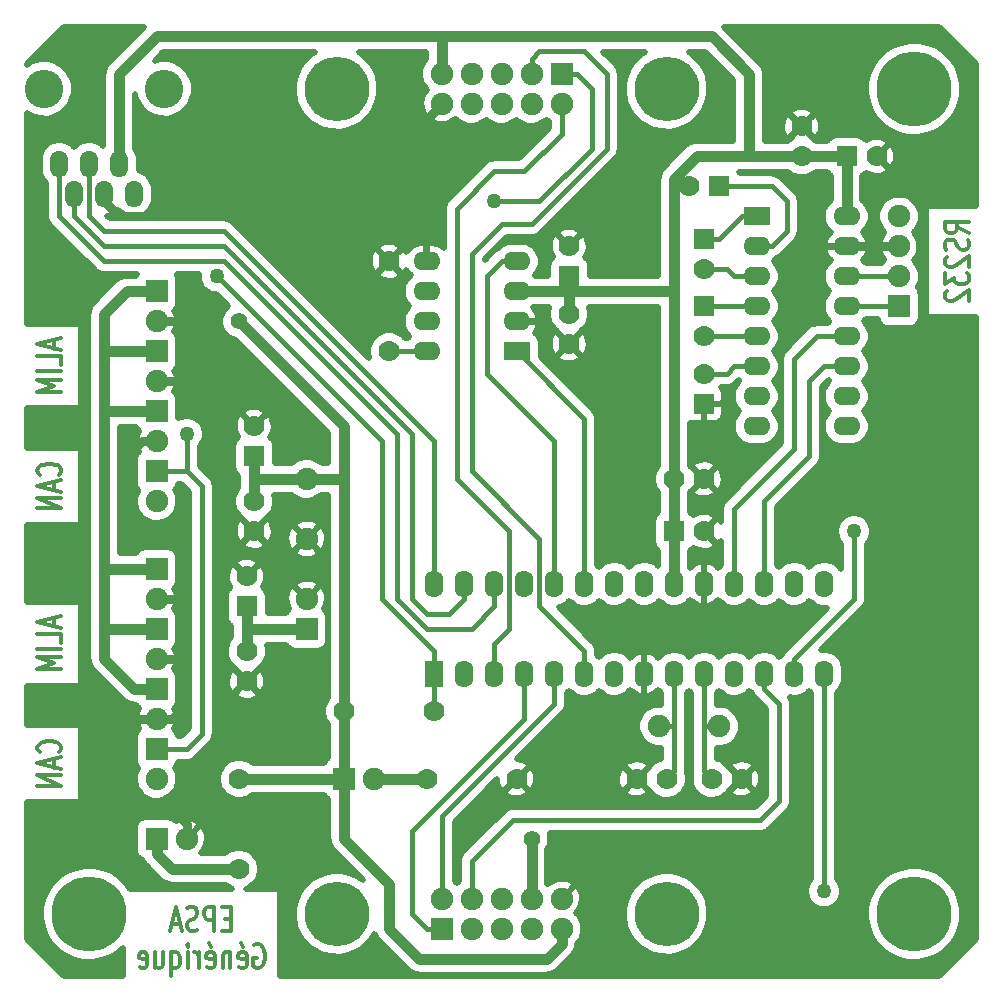
<source format=gbl>
G04 (created by PCBNEW-RS274X (2011-04-29 BZR 2986)-stable) date 21/02/2012 16:57:22*
G01*
G70*
G90*
%MOIN*%
G04 Gerber Fmt 3.4, Leading zero omitted, Abs format*
%FSLAX34Y34*%
G04 APERTURE LIST*
%ADD10C,0.006000*%
%ADD11C,0.012000*%
%ADD12C,0.075000*%
%ADD13R,0.090000X0.062000*%
%ADD14O,0.090000X0.062000*%
%ADD15O,0.062000X0.090000*%
%ADD16R,0.062000X0.090000*%
%ADD17C,0.070000*%
%ADD18R,0.075000X0.075000*%
%ADD19O,0.060000X0.090000*%
%ADD20C,0.128000*%
%ADD21C,0.250000*%
%ADD22C,0.215000*%
%ADD23R,0.070000X0.070000*%
%ADD24C,0.055000*%
%ADD25C,0.050000*%
%ADD26C,0.035000*%
%ADD27C,0.017000*%
%ADD28C,0.030000*%
%ADD29C,0.020000*%
G04 APERTURE END LIST*
G54D10*
G54D11*
X21498Y-35365D02*
X21536Y-35336D01*
X21574Y-35250D01*
X21574Y-35193D01*
X21536Y-35108D01*
X21460Y-35050D01*
X21383Y-35022D01*
X21231Y-34993D01*
X21117Y-34993D01*
X20964Y-35022D01*
X20888Y-35050D01*
X20812Y-35108D01*
X20774Y-35193D01*
X20774Y-35250D01*
X20812Y-35336D01*
X20850Y-35365D01*
X21345Y-35593D02*
X21345Y-35879D01*
X21574Y-35536D02*
X20774Y-35736D01*
X21574Y-35936D01*
X21574Y-36136D02*
X20774Y-36136D01*
X21574Y-36479D01*
X20774Y-36479D01*
X21498Y-44615D02*
X21536Y-44586D01*
X21574Y-44500D01*
X21574Y-44443D01*
X21536Y-44358D01*
X21460Y-44300D01*
X21383Y-44272D01*
X21231Y-44243D01*
X21117Y-44243D01*
X20964Y-44272D01*
X20888Y-44300D01*
X20812Y-44358D01*
X20774Y-44443D01*
X20774Y-44500D01*
X20812Y-44586D01*
X20850Y-44615D01*
X21345Y-44843D02*
X21345Y-45129D01*
X21574Y-44786D02*
X20774Y-44986D01*
X21574Y-45186D01*
X21574Y-45386D02*
X20774Y-45386D01*
X21574Y-45729D01*
X20774Y-45729D01*
X21345Y-30878D02*
X21345Y-31164D01*
X21574Y-30821D02*
X20774Y-31021D01*
X21574Y-31221D01*
X21574Y-31707D02*
X21574Y-31421D01*
X20774Y-31421D01*
X21574Y-31907D02*
X20774Y-31907D01*
X21574Y-32193D02*
X20774Y-32193D01*
X21345Y-32393D01*
X20774Y-32593D01*
X21574Y-32593D01*
X51824Y-27294D02*
X51443Y-27094D01*
X51824Y-26951D02*
X51024Y-26951D01*
X51024Y-27179D01*
X51062Y-27237D01*
X51100Y-27265D01*
X51176Y-27294D01*
X51290Y-27294D01*
X51367Y-27265D01*
X51405Y-27237D01*
X51443Y-27179D01*
X51443Y-26951D01*
X51786Y-27522D02*
X51824Y-27608D01*
X51824Y-27751D01*
X51786Y-27808D01*
X51748Y-27837D01*
X51671Y-27865D01*
X51595Y-27865D01*
X51519Y-27837D01*
X51481Y-27808D01*
X51443Y-27751D01*
X51405Y-27637D01*
X51367Y-27579D01*
X51329Y-27551D01*
X51252Y-27522D01*
X51176Y-27522D01*
X51100Y-27551D01*
X51062Y-27579D01*
X51024Y-27637D01*
X51024Y-27779D01*
X51062Y-27865D01*
X51100Y-28093D02*
X51062Y-28122D01*
X51024Y-28179D01*
X51024Y-28322D01*
X51062Y-28379D01*
X51100Y-28408D01*
X51176Y-28436D01*
X51252Y-28436D01*
X51367Y-28408D01*
X51824Y-28065D01*
X51824Y-28436D01*
X51024Y-28636D02*
X51024Y-29007D01*
X51329Y-28807D01*
X51329Y-28893D01*
X51367Y-28950D01*
X51405Y-28979D01*
X51481Y-29007D01*
X51671Y-29007D01*
X51748Y-28979D01*
X51786Y-28950D01*
X51824Y-28893D01*
X51824Y-28721D01*
X51786Y-28664D01*
X51748Y-28636D01*
X51100Y-29235D02*
X51062Y-29264D01*
X51024Y-29321D01*
X51024Y-29464D01*
X51062Y-29521D01*
X51100Y-29550D01*
X51176Y-29578D01*
X51252Y-29578D01*
X51367Y-29550D01*
X51824Y-29207D01*
X51824Y-29578D01*
X21345Y-40128D02*
X21345Y-40414D01*
X21574Y-40071D02*
X20774Y-40271D01*
X21574Y-40471D01*
X21574Y-40957D02*
X21574Y-40671D01*
X20774Y-40671D01*
X21574Y-41157D02*
X20774Y-41157D01*
X21574Y-41443D02*
X20774Y-41443D01*
X21345Y-41643D01*
X20774Y-41843D01*
X21574Y-41843D01*
X27221Y-50155D02*
X27021Y-50155D01*
X26935Y-50574D02*
X27221Y-50574D01*
X27221Y-49774D01*
X26935Y-49774D01*
X26678Y-50574D02*
X26678Y-49774D01*
X26450Y-49774D01*
X26392Y-49812D01*
X26364Y-49850D01*
X26335Y-49926D01*
X26335Y-50040D01*
X26364Y-50117D01*
X26392Y-50155D01*
X26450Y-50193D01*
X26678Y-50193D01*
X26107Y-50536D02*
X26021Y-50574D01*
X25878Y-50574D01*
X25821Y-50536D01*
X25792Y-50498D01*
X25764Y-50421D01*
X25764Y-50345D01*
X25792Y-50269D01*
X25821Y-50231D01*
X25878Y-50193D01*
X25992Y-50155D01*
X26050Y-50117D01*
X26078Y-50079D01*
X26107Y-50002D01*
X26107Y-49926D01*
X26078Y-49850D01*
X26050Y-49812D01*
X25992Y-49774D01*
X25850Y-49774D01*
X25764Y-49812D01*
X25536Y-50345D02*
X25250Y-50345D01*
X25593Y-50574D02*
X25393Y-49774D01*
X25193Y-50574D01*
X28007Y-51052D02*
X28064Y-51014D01*
X28150Y-51014D01*
X28235Y-51052D01*
X28293Y-51128D01*
X28321Y-51204D01*
X28350Y-51357D01*
X28350Y-51471D01*
X28321Y-51623D01*
X28293Y-51700D01*
X28235Y-51776D01*
X28150Y-51814D01*
X28093Y-51814D01*
X28007Y-51776D01*
X27978Y-51738D01*
X27978Y-51471D01*
X28093Y-51471D01*
X27493Y-51776D02*
X27550Y-51814D01*
X27664Y-51814D01*
X27721Y-51776D01*
X27750Y-51700D01*
X27750Y-51395D01*
X27721Y-51319D01*
X27664Y-51280D01*
X27550Y-51280D01*
X27493Y-51319D01*
X27464Y-51395D01*
X27464Y-51471D01*
X27750Y-51547D01*
X27550Y-50976D02*
X27635Y-51090D01*
X27207Y-51280D02*
X27207Y-51814D01*
X27207Y-51357D02*
X27179Y-51319D01*
X27121Y-51280D01*
X27036Y-51280D01*
X26979Y-51319D01*
X26950Y-51395D01*
X26950Y-51814D01*
X26436Y-51776D02*
X26493Y-51814D01*
X26607Y-51814D01*
X26664Y-51776D01*
X26693Y-51700D01*
X26693Y-51395D01*
X26664Y-51319D01*
X26607Y-51280D01*
X26493Y-51280D01*
X26436Y-51319D01*
X26407Y-51395D01*
X26407Y-51471D01*
X26693Y-51547D01*
X26493Y-50976D02*
X26578Y-51090D01*
X26150Y-51814D02*
X26150Y-51280D01*
X26150Y-51433D02*
X26122Y-51357D01*
X26093Y-51319D01*
X26036Y-51280D01*
X25979Y-51280D01*
X25779Y-51814D02*
X25779Y-51280D01*
X25779Y-51014D02*
X25808Y-51052D01*
X25779Y-51090D01*
X25751Y-51052D01*
X25779Y-51014D01*
X25779Y-51090D01*
X25236Y-51280D02*
X25236Y-52080D01*
X25236Y-51776D02*
X25293Y-51814D01*
X25407Y-51814D01*
X25465Y-51776D01*
X25493Y-51738D01*
X25522Y-51661D01*
X25522Y-51433D01*
X25493Y-51357D01*
X25465Y-51319D01*
X25407Y-51280D01*
X25293Y-51280D01*
X25236Y-51319D01*
X24693Y-51280D02*
X24693Y-51814D01*
X24950Y-51280D02*
X24950Y-51700D01*
X24922Y-51776D01*
X24864Y-51814D01*
X24779Y-51814D01*
X24722Y-51776D01*
X24693Y-51738D01*
X24179Y-51776D02*
X24236Y-51814D01*
X24350Y-51814D01*
X24407Y-51776D01*
X24436Y-51700D01*
X24436Y-51395D01*
X24407Y-51319D01*
X24350Y-51280D01*
X24236Y-51280D01*
X24179Y-51319D01*
X24150Y-51395D01*
X24150Y-51471D01*
X24436Y-51547D01*
G54D12*
X41500Y-43750D03*
X43500Y-43750D03*
G54D13*
X36750Y-31250D03*
G54D14*
X36750Y-30250D03*
X36750Y-29250D03*
X36750Y-28250D03*
X33750Y-28250D03*
X33750Y-29250D03*
X33750Y-30250D03*
X33750Y-31250D03*
G54D13*
X44750Y-26750D03*
G54D14*
X44750Y-27750D03*
X44750Y-28750D03*
X44750Y-29750D03*
X44750Y-30750D03*
X44750Y-31750D03*
X44750Y-32750D03*
X44750Y-33750D03*
X47750Y-33750D03*
X47750Y-32750D03*
X47750Y-31750D03*
X47750Y-30750D03*
X47750Y-29750D03*
X47750Y-28750D03*
X47750Y-27750D03*
X47750Y-26750D03*
G54D15*
X35000Y-42000D03*
X36000Y-42000D03*
X37000Y-42000D03*
X38000Y-42000D03*
X39000Y-42000D03*
X40000Y-42000D03*
X41000Y-42000D03*
X42000Y-42000D03*
X43000Y-42000D03*
X44000Y-42000D03*
X45000Y-42000D03*
X46000Y-42000D03*
X47000Y-42000D03*
G54D16*
X34000Y-42000D03*
G54D15*
X47000Y-39000D03*
X46000Y-39000D03*
X45000Y-39000D03*
X44000Y-39000D03*
X43000Y-39000D03*
X42000Y-39000D03*
X41000Y-39000D03*
X40000Y-39000D03*
X39000Y-39000D03*
X38000Y-39000D03*
X37000Y-39000D03*
X36000Y-39000D03*
X35000Y-39000D03*
X34000Y-39000D03*
G54D17*
X27750Y-41250D03*
X27750Y-42250D03*
X28000Y-36250D03*
X28000Y-37250D03*
X46250Y-24750D03*
X46250Y-23750D03*
X38500Y-30000D03*
X38500Y-31000D03*
X41750Y-45500D03*
X40750Y-45500D03*
X43250Y-45500D03*
X44250Y-45500D03*
X42000Y-35500D03*
X43000Y-35500D03*
X27500Y-45500D03*
X27500Y-48500D03*
X33750Y-45500D03*
X36750Y-45500D03*
X32500Y-28250D03*
X32500Y-31250D03*
X34000Y-43250D03*
X31000Y-43250D03*
G54D18*
X31000Y-45500D03*
G54D12*
X32000Y-45500D03*
G54D19*
X21500Y-25000D03*
X22500Y-25000D03*
X23500Y-25000D03*
X22000Y-26000D03*
X23000Y-26000D03*
X24000Y-26000D03*
G54D20*
X21000Y-22500D03*
X25000Y-22500D03*
G54D21*
X50000Y-22500D03*
X50000Y-50000D03*
X22500Y-50000D03*
G54D22*
X30750Y-50000D03*
X41750Y-50000D03*
G54D18*
X34250Y-50500D03*
G54D12*
X34250Y-49500D03*
X35250Y-50500D03*
X35250Y-49500D03*
X36250Y-50500D03*
X36250Y-49500D03*
X37250Y-50500D03*
X37250Y-49500D03*
X38250Y-50500D03*
X38250Y-49500D03*
G54D22*
X41750Y-22500D03*
X30750Y-22500D03*
G54D18*
X38250Y-22000D03*
G54D12*
X38250Y-23000D03*
X37250Y-22000D03*
X37250Y-23000D03*
X36250Y-22000D03*
X36250Y-23000D03*
X35250Y-22000D03*
X35250Y-23000D03*
X34250Y-22000D03*
X34250Y-23000D03*
G54D18*
X49500Y-29750D03*
G54D12*
X49500Y-28750D03*
X49500Y-27750D03*
X49500Y-26750D03*
G54D18*
X24750Y-29250D03*
G54D12*
X24750Y-30250D03*
G54D18*
X24750Y-31250D03*
G54D12*
X24750Y-32250D03*
G54D18*
X24750Y-33250D03*
G54D12*
X24750Y-34250D03*
G54D18*
X24750Y-44500D03*
G54D12*
X24750Y-45500D03*
G54D18*
X24750Y-42500D03*
G54D12*
X24750Y-43500D03*
G54D18*
X24750Y-40500D03*
G54D12*
X24750Y-41500D03*
G54D18*
X24750Y-38500D03*
G54D12*
X24750Y-39500D03*
G54D18*
X24750Y-35250D03*
G54D12*
X24750Y-36250D03*
G54D18*
X24750Y-47500D03*
G54D12*
X25750Y-47500D03*
G54D18*
X29750Y-40500D03*
G54D12*
X29750Y-39500D03*
X29750Y-37500D03*
X29750Y-35500D03*
G54D23*
X38500Y-28750D03*
G54D17*
X38500Y-27750D03*
G54D23*
X47750Y-24750D03*
G54D17*
X48750Y-24750D03*
G54D23*
X43000Y-27500D03*
G54D17*
X43000Y-28500D03*
G54D23*
X43000Y-29750D03*
G54D17*
X43000Y-30750D03*
G54D23*
X42000Y-37250D03*
G54D17*
X43000Y-37250D03*
G54D23*
X43500Y-25750D03*
G54D17*
X42500Y-25750D03*
G54D23*
X43000Y-33000D03*
G54D17*
X43000Y-32000D03*
G54D23*
X28000Y-34750D03*
G54D17*
X28000Y-33750D03*
G54D23*
X27750Y-39750D03*
G54D17*
X27750Y-38750D03*
G54D24*
X37250Y-47500D03*
G54D25*
X25750Y-34000D03*
X26750Y-28750D03*
X36000Y-26250D03*
X48000Y-37250D03*
X47000Y-49250D03*
G54D24*
X27500Y-30250D03*
G54D26*
X24750Y-38500D02*
X23000Y-38500D01*
X24750Y-40500D02*
X23000Y-40500D01*
X24750Y-42500D02*
X24000Y-42500D01*
X24000Y-42500D02*
X23000Y-41500D01*
X27750Y-39750D02*
X27750Y-40500D01*
X23000Y-31250D02*
X23000Y-33250D01*
X23000Y-33250D02*
X23000Y-38500D01*
X37250Y-49500D02*
X37250Y-47500D01*
X24750Y-33250D02*
X23000Y-33250D01*
X24750Y-31250D02*
X23000Y-31250D01*
X24750Y-29250D02*
X23750Y-29250D01*
X23750Y-29250D02*
X23000Y-30000D01*
X23000Y-30000D02*
X23000Y-31250D01*
X23000Y-38500D02*
X23000Y-40500D01*
X23000Y-40500D02*
X23000Y-41500D01*
X29750Y-40500D02*
X27750Y-40500D01*
X27750Y-40500D02*
X27750Y-41250D01*
G54D27*
X24750Y-44500D02*
X25750Y-44500D01*
X25750Y-44500D02*
X26250Y-44000D01*
X26250Y-35750D02*
X25750Y-35250D01*
X25750Y-35250D02*
X25750Y-34000D01*
X26250Y-44000D02*
X26250Y-35750D01*
X24750Y-35250D02*
X25750Y-35250D01*
X36250Y-28250D02*
X36750Y-28250D01*
X38000Y-39000D02*
X38000Y-34250D01*
X35750Y-28750D02*
X36250Y-28250D01*
X38000Y-34250D02*
X35750Y-32000D01*
X35750Y-32000D02*
X35750Y-28750D01*
X39000Y-39000D02*
X39000Y-33500D01*
X39000Y-33500D02*
X36750Y-31250D01*
X34000Y-41250D02*
X32250Y-39500D01*
X32250Y-34250D02*
X32250Y-39500D01*
X32250Y-34250D02*
X26750Y-28750D01*
X34000Y-43250D02*
X34000Y-42000D01*
X34000Y-42000D02*
X34000Y-41250D01*
X39250Y-22500D02*
X38750Y-22000D01*
X38750Y-22000D02*
X38250Y-22000D01*
X36000Y-26250D02*
X37500Y-26250D01*
X37500Y-26250D02*
X39250Y-24500D01*
X39250Y-24500D02*
X39250Y-22500D01*
X38250Y-24000D02*
X38250Y-23000D01*
X34750Y-35500D02*
X34750Y-26500D01*
X36000Y-25250D02*
X37000Y-25250D01*
X34750Y-26500D02*
X36000Y-25250D01*
X36000Y-41000D02*
X36500Y-40500D01*
X37000Y-25250D02*
X38250Y-24000D01*
X36500Y-37250D02*
X34750Y-35500D01*
X36500Y-40500D02*
X36500Y-37250D01*
X36000Y-42000D02*
X36000Y-41000D01*
X33250Y-47250D02*
X33250Y-50000D01*
X33250Y-50000D02*
X33750Y-50500D01*
X37000Y-43500D02*
X33250Y-47250D01*
X37000Y-42000D02*
X37000Y-43500D01*
X33750Y-50500D02*
X34250Y-50500D01*
X34250Y-46750D02*
X34250Y-49500D01*
X38000Y-42000D02*
X38000Y-43000D01*
X38000Y-43000D02*
X34250Y-46750D01*
X39000Y-41250D02*
X39000Y-42000D01*
X35250Y-35250D02*
X37500Y-37500D01*
X37500Y-37500D02*
X37500Y-39750D01*
X37500Y-39750D02*
X39000Y-41250D01*
X37250Y-27000D02*
X36250Y-27000D01*
X39750Y-24500D02*
X37250Y-27000D01*
X39750Y-22000D02*
X39750Y-24500D01*
X37250Y-22000D02*
X37250Y-21500D01*
X36250Y-27000D02*
X35250Y-28000D01*
X35250Y-28000D02*
X35250Y-35250D01*
X37250Y-21500D02*
X37500Y-21250D01*
X37500Y-21250D02*
X39000Y-21250D01*
X39000Y-21250D02*
X39750Y-22000D01*
X32750Y-39500D02*
X33750Y-40500D01*
X33750Y-40500D02*
X35250Y-40500D01*
X35250Y-40500D02*
X36000Y-39750D01*
X23000Y-28250D02*
X27000Y-28250D01*
X21500Y-25000D02*
X21500Y-26750D01*
X21500Y-26750D02*
X23000Y-28250D01*
X36000Y-39750D02*
X36000Y-39000D01*
X32750Y-39500D02*
X32750Y-34000D01*
X32750Y-34000D02*
X27000Y-28250D01*
X22000Y-26000D02*
X22000Y-26750D01*
X35000Y-39000D02*
X35000Y-39500D01*
X33250Y-39500D02*
X33750Y-40000D01*
X22000Y-26750D02*
X23000Y-27750D01*
X35000Y-39500D02*
X34500Y-40000D01*
X27000Y-27750D02*
X33250Y-34000D01*
X33250Y-34000D02*
X33250Y-39500D01*
X23000Y-27750D02*
X27000Y-27750D01*
X33750Y-40000D02*
X34500Y-40000D01*
X23000Y-27250D02*
X27000Y-27250D01*
X22500Y-26750D02*
X22500Y-25000D01*
X22500Y-26750D02*
X23000Y-27250D01*
X34000Y-39000D02*
X34000Y-34250D01*
X27000Y-27250D02*
X34000Y-34250D01*
X45000Y-42500D02*
X45500Y-43000D01*
X45500Y-46250D02*
X45500Y-43000D01*
X45000Y-42000D02*
X45000Y-42500D01*
X36625Y-46875D02*
X44875Y-46875D01*
X45500Y-46250D02*
X44875Y-46875D01*
X36625Y-46875D02*
X35250Y-48250D01*
X35250Y-49500D02*
X35250Y-48250D01*
X48000Y-39500D02*
X48000Y-37250D01*
X48000Y-39500D02*
X46000Y-41500D01*
X46000Y-41500D02*
X46000Y-42000D01*
X47000Y-42000D02*
X47000Y-49250D01*
X46750Y-30750D02*
X47750Y-30750D01*
X44000Y-39000D02*
X44000Y-36500D01*
X46000Y-34500D02*
X46000Y-31500D01*
X46000Y-31500D02*
X46750Y-30750D01*
X44000Y-36500D02*
X46000Y-34500D01*
X46500Y-34750D02*
X46500Y-32250D01*
X45000Y-36250D02*
X46500Y-34750D01*
X46500Y-32250D02*
X47000Y-31750D01*
X45000Y-39000D02*
X45000Y-36250D01*
X47000Y-31750D02*
X47750Y-31750D01*
G54D28*
X24750Y-43500D02*
X25250Y-43500D01*
X25250Y-46500D02*
X23750Y-46500D01*
X25750Y-47000D02*
X25250Y-46500D01*
X24750Y-39500D02*
X25750Y-39500D01*
X23750Y-34750D02*
X23750Y-36500D01*
X25750Y-47500D02*
X25750Y-47000D01*
X25750Y-38000D02*
X25000Y-37250D01*
X24250Y-34250D02*
X24750Y-34250D01*
X24500Y-37250D02*
X25000Y-37250D01*
X23750Y-36500D02*
X24500Y-37250D01*
X26000Y-31750D02*
X25500Y-32250D01*
X25500Y-30250D02*
X26000Y-30750D01*
X23000Y-26250D02*
X23500Y-26750D01*
X23500Y-26750D02*
X30500Y-26750D01*
X30500Y-26750D02*
X34250Y-23000D01*
X23000Y-26000D02*
X23000Y-26250D01*
X26000Y-30750D02*
X26000Y-31750D01*
X24750Y-41500D02*
X25750Y-41500D01*
X25750Y-41500D02*
X25750Y-43000D01*
X25250Y-43500D02*
X25750Y-43000D01*
X25500Y-32250D02*
X24750Y-32250D01*
X24750Y-30250D02*
X25500Y-30250D01*
X23000Y-44250D02*
X23000Y-45750D01*
X24750Y-43500D02*
X23750Y-43500D01*
X23000Y-45750D02*
X23750Y-46500D01*
X23750Y-43500D02*
X23000Y-44250D01*
X25750Y-39500D02*
X25750Y-38000D01*
X24250Y-34250D02*
X23750Y-34750D01*
X49500Y-27750D02*
X47750Y-27750D01*
X25750Y-41500D02*
X25750Y-39500D01*
G54D27*
X43750Y-28500D02*
X44000Y-28750D01*
X44000Y-28750D02*
X44750Y-28750D01*
X43000Y-28500D02*
X43750Y-28500D01*
X43500Y-27500D02*
X43000Y-27500D01*
X44250Y-26750D02*
X43500Y-27500D01*
X44750Y-26750D02*
X44250Y-26750D01*
X44750Y-30750D02*
X43000Y-30750D01*
X43000Y-29750D02*
X44750Y-29750D01*
X44000Y-31750D02*
X43750Y-32000D01*
X43750Y-32000D02*
X43000Y-32000D01*
X44750Y-31750D02*
X44000Y-31750D01*
X43500Y-25750D02*
X45250Y-25750D01*
X45750Y-26250D02*
X45750Y-27250D01*
X45250Y-27750D02*
X44750Y-27750D01*
X45750Y-27250D02*
X45250Y-27750D01*
X45250Y-25750D02*
X45750Y-26250D01*
X47750Y-28750D02*
X49500Y-28750D01*
X43000Y-42000D02*
X43000Y-43750D01*
X43000Y-43750D02*
X43000Y-45250D01*
X43500Y-43750D02*
X43000Y-43750D01*
X43000Y-45250D02*
X43250Y-45500D01*
X41500Y-43750D02*
X42000Y-43750D01*
X42000Y-42000D02*
X42000Y-43750D01*
X42000Y-43750D02*
X42000Y-45250D01*
X42000Y-45250D02*
X41750Y-45500D01*
X49500Y-29750D02*
X47750Y-29750D01*
X33750Y-31250D02*
X32500Y-31250D01*
G54D26*
X25250Y-48500D02*
X24750Y-48000D01*
X27500Y-48500D02*
X25250Y-48500D01*
X24750Y-48000D02*
X24750Y-47500D01*
X32000Y-45500D02*
X33750Y-45500D01*
X29750Y-35500D02*
X31000Y-35500D01*
X31000Y-45500D02*
X27500Y-45500D01*
X31000Y-45500D02*
X31000Y-47500D01*
X31000Y-47500D02*
X32500Y-49000D01*
X31000Y-43250D02*
X31000Y-45500D01*
X32500Y-50500D02*
X32500Y-49000D01*
X37750Y-51500D02*
X33500Y-51500D01*
X32500Y-50500D02*
X33500Y-51500D01*
X38250Y-51000D02*
X38250Y-50500D01*
X42000Y-37250D02*
X42000Y-35500D01*
X28000Y-34750D02*
X28000Y-35500D01*
X28000Y-35500D02*
X29750Y-35500D01*
X31000Y-33750D02*
X27500Y-30250D01*
X37750Y-51500D02*
X38250Y-51000D01*
X28000Y-35500D02*
X28000Y-36250D01*
X31000Y-43250D02*
X31000Y-35500D01*
X31000Y-35500D02*
X31000Y-33750D01*
X23500Y-25000D02*
X23500Y-22000D01*
X38500Y-30000D02*
X38500Y-29250D01*
X42000Y-35500D02*
X42000Y-29250D01*
X38500Y-29250D02*
X42000Y-29250D01*
X44500Y-24750D02*
X46250Y-24750D01*
X42750Y-24750D02*
X42000Y-25500D01*
X42000Y-25500D02*
X42000Y-25750D01*
X44500Y-24750D02*
X42750Y-24750D01*
X42500Y-25750D02*
X42000Y-25750D01*
X46250Y-24750D02*
X47750Y-24750D01*
X44500Y-22000D02*
X44500Y-24750D01*
X23500Y-22000D02*
X24750Y-20750D01*
X42000Y-29250D02*
X42000Y-25750D01*
X47750Y-26750D02*
X47750Y-24750D01*
X38500Y-28750D02*
X38500Y-29250D01*
X34250Y-22000D02*
X34250Y-20750D01*
X36750Y-29250D02*
X38500Y-29250D01*
X42000Y-39000D02*
X42000Y-37250D01*
X43250Y-20750D02*
X44500Y-22000D01*
X24750Y-20750D02*
X34250Y-20750D01*
X34250Y-20750D02*
X43250Y-20750D01*
G54D10*
G36*
X23005Y-26005D02*
X22995Y-26005D01*
X22995Y-25995D01*
X23005Y-25995D01*
X23005Y-26005D01*
X23005Y-26005D01*
G37*
G54D29*
X23005Y-26005D02*
X22995Y-26005D01*
X22995Y-25995D01*
X23005Y-25995D01*
X23005Y-26005D01*
G54D10*
G36*
X24757Y-30250D02*
X24750Y-30257D01*
X24743Y-30250D01*
X24750Y-30243D01*
X24757Y-30250D01*
X24757Y-30250D01*
G37*
G54D29*
X24757Y-30250D02*
X24750Y-30257D01*
X24743Y-30250D01*
X24750Y-30243D01*
X24757Y-30250D01*
G54D10*
G36*
X24757Y-32250D02*
X24750Y-32257D01*
X24743Y-32250D01*
X24750Y-32243D01*
X24757Y-32250D01*
X24757Y-32250D01*
G37*
G54D29*
X24757Y-32250D02*
X24750Y-32257D01*
X24743Y-32250D01*
X24750Y-32243D01*
X24757Y-32250D01*
G54D10*
G36*
X24757Y-34250D02*
X24750Y-34257D01*
X24743Y-34250D01*
X24750Y-34243D01*
X24757Y-34250D01*
X24757Y-34250D01*
G37*
G54D29*
X24757Y-34250D02*
X24750Y-34257D01*
X24743Y-34250D01*
X24750Y-34243D01*
X24757Y-34250D01*
G54D10*
G36*
X24757Y-39500D02*
X24750Y-39507D01*
X24743Y-39500D01*
X24750Y-39493D01*
X24757Y-39500D01*
X24757Y-39500D01*
G37*
G54D29*
X24757Y-39500D02*
X24750Y-39507D01*
X24743Y-39500D01*
X24750Y-39493D01*
X24757Y-39500D01*
G54D10*
G36*
X24757Y-41500D02*
X24750Y-41507D01*
X24743Y-41500D01*
X24750Y-41493D01*
X24757Y-41500D01*
X24757Y-41500D01*
G37*
G54D29*
X24757Y-41500D02*
X24750Y-41507D01*
X24743Y-41500D01*
X24750Y-41493D01*
X24757Y-41500D01*
G54D10*
G36*
X24757Y-43500D02*
X24750Y-43507D01*
X24743Y-43500D01*
X24750Y-43493D01*
X24757Y-43500D01*
X24757Y-43500D01*
G37*
G54D29*
X24757Y-43500D02*
X24750Y-43507D01*
X24743Y-43500D01*
X24750Y-43493D01*
X24757Y-43500D01*
G54D10*
G36*
X25815Y-43819D02*
X25569Y-44065D01*
X25468Y-44065D01*
X25461Y-44024D01*
X25435Y-43961D01*
X25397Y-43904D01*
X25349Y-43855D01*
X25327Y-43840D01*
X25364Y-43779D01*
X25406Y-43654D01*
X25424Y-43523D01*
X25415Y-43392D01*
X25381Y-43265D01*
X25329Y-43157D01*
X25346Y-43147D01*
X25395Y-43099D01*
X25433Y-43042D01*
X25460Y-42979D01*
X25474Y-42912D01*
X25474Y-42843D01*
X25474Y-42091D01*
X25461Y-42024D01*
X25435Y-41961D01*
X25397Y-41904D01*
X25349Y-41855D01*
X25327Y-41840D01*
X25364Y-41779D01*
X25406Y-41654D01*
X25424Y-41523D01*
X25415Y-41392D01*
X25381Y-41265D01*
X25329Y-41157D01*
X25346Y-41147D01*
X25395Y-41099D01*
X25433Y-41042D01*
X25460Y-40979D01*
X25474Y-40912D01*
X25474Y-40843D01*
X25474Y-40091D01*
X25461Y-40024D01*
X25435Y-39961D01*
X25397Y-39904D01*
X25349Y-39855D01*
X25327Y-39840D01*
X25364Y-39779D01*
X25406Y-39654D01*
X25424Y-39523D01*
X25415Y-39392D01*
X25381Y-39265D01*
X25329Y-39157D01*
X25346Y-39147D01*
X25395Y-39099D01*
X25433Y-39042D01*
X25460Y-38979D01*
X25474Y-38912D01*
X25474Y-38843D01*
X25474Y-38091D01*
X25461Y-38024D01*
X25435Y-37961D01*
X25397Y-37904D01*
X25349Y-37855D01*
X25292Y-37817D01*
X25229Y-37790D01*
X25162Y-37776D01*
X25093Y-37776D01*
X24341Y-37776D01*
X24274Y-37789D01*
X24211Y-37815D01*
X24154Y-37853D01*
X24105Y-37901D01*
X24067Y-37958D01*
X24059Y-37975D01*
X23525Y-37975D01*
X23525Y-33775D01*
X24059Y-33775D01*
X24065Y-33789D01*
X24103Y-33846D01*
X24151Y-33895D01*
X24172Y-33909D01*
X24136Y-33971D01*
X24094Y-34096D01*
X24076Y-34227D01*
X24085Y-34358D01*
X24119Y-34485D01*
X24170Y-34592D01*
X24154Y-34603D01*
X24105Y-34651D01*
X24067Y-34708D01*
X24040Y-34771D01*
X24026Y-34838D01*
X24026Y-34907D01*
X24026Y-35659D01*
X24039Y-35726D01*
X24065Y-35789D01*
X24103Y-35846D01*
X24129Y-35873D01*
X24112Y-35899D01*
X24056Y-36030D01*
X24026Y-36169D01*
X24024Y-36311D01*
X24050Y-36451D01*
X24102Y-36583D01*
X24179Y-36702D01*
X24278Y-36805D01*
X24395Y-36886D01*
X24525Y-36943D01*
X24664Y-36973D01*
X24806Y-36976D01*
X24946Y-36952D01*
X25078Y-36900D01*
X25198Y-36824D01*
X25301Y-36726D01*
X25383Y-36610D01*
X25441Y-36480D01*
X25473Y-36341D01*
X25475Y-36179D01*
X25447Y-36040D01*
X25393Y-35908D01*
X25370Y-35873D01*
X25395Y-35849D01*
X25433Y-35792D01*
X25460Y-35729D01*
X25469Y-35685D01*
X25569Y-35685D01*
X25815Y-35931D01*
X25815Y-43819D01*
X25815Y-43819D01*
G37*
G54D29*
X25815Y-43819D02*
X25569Y-44065D01*
X25468Y-44065D01*
X25461Y-44024D01*
X25435Y-43961D01*
X25397Y-43904D01*
X25349Y-43855D01*
X25327Y-43840D01*
X25364Y-43779D01*
X25406Y-43654D01*
X25424Y-43523D01*
X25415Y-43392D01*
X25381Y-43265D01*
X25329Y-43157D01*
X25346Y-43147D01*
X25395Y-43099D01*
X25433Y-43042D01*
X25460Y-42979D01*
X25474Y-42912D01*
X25474Y-42843D01*
X25474Y-42091D01*
X25461Y-42024D01*
X25435Y-41961D01*
X25397Y-41904D01*
X25349Y-41855D01*
X25327Y-41840D01*
X25364Y-41779D01*
X25406Y-41654D01*
X25424Y-41523D01*
X25415Y-41392D01*
X25381Y-41265D01*
X25329Y-41157D01*
X25346Y-41147D01*
X25395Y-41099D01*
X25433Y-41042D01*
X25460Y-40979D01*
X25474Y-40912D01*
X25474Y-40843D01*
X25474Y-40091D01*
X25461Y-40024D01*
X25435Y-39961D01*
X25397Y-39904D01*
X25349Y-39855D01*
X25327Y-39840D01*
X25364Y-39779D01*
X25406Y-39654D01*
X25424Y-39523D01*
X25415Y-39392D01*
X25381Y-39265D01*
X25329Y-39157D01*
X25346Y-39147D01*
X25395Y-39099D01*
X25433Y-39042D01*
X25460Y-38979D01*
X25474Y-38912D01*
X25474Y-38843D01*
X25474Y-38091D01*
X25461Y-38024D01*
X25435Y-37961D01*
X25397Y-37904D01*
X25349Y-37855D01*
X25292Y-37817D01*
X25229Y-37790D01*
X25162Y-37776D01*
X25093Y-37776D01*
X24341Y-37776D01*
X24274Y-37789D01*
X24211Y-37815D01*
X24154Y-37853D01*
X24105Y-37901D01*
X24067Y-37958D01*
X24059Y-37975D01*
X23525Y-37975D01*
X23525Y-33775D01*
X24059Y-33775D01*
X24065Y-33789D01*
X24103Y-33846D01*
X24151Y-33895D01*
X24172Y-33909D01*
X24136Y-33971D01*
X24094Y-34096D01*
X24076Y-34227D01*
X24085Y-34358D01*
X24119Y-34485D01*
X24170Y-34592D01*
X24154Y-34603D01*
X24105Y-34651D01*
X24067Y-34708D01*
X24040Y-34771D01*
X24026Y-34838D01*
X24026Y-34907D01*
X24026Y-35659D01*
X24039Y-35726D01*
X24065Y-35789D01*
X24103Y-35846D01*
X24129Y-35873D01*
X24112Y-35899D01*
X24056Y-36030D01*
X24026Y-36169D01*
X24024Y-36311D01*
X24050Y-36451D01*
X24102Y-36583D01*
X24179Y-36702D01*
X24278Y-36805D01*
X24395Y-36886D01*
X24525Y-36943D01*
X24664Y-36973D01*
X24806Y-36976D01*
X24946Y-36952D01*
X25078Y-36900D01*
X25198Y-36824D01*
X25301Y-36726D01*
X25383Y-36610D01*
X25441Y-36480D01*
X25473Y-36341D01*
X25475Y-36179D01*
X25447Y-36040D01*
X25393Y-35908D01*
X25370Y-35873D01*
X25395Y-35849D01*
X25433Y-35792D01*
X25460Y-35729D01*
X25469Y-35685D01*
X25569Y-35685D01*
X25815Y-35931D01*
X25815Y-43819D01*
G54D10*
G36*
X37815Y-23819D02*
X36819Y-24815D01*
X36000Y-24815D01*
X35916Y-24823D01*
X35834Y-24848D01*
X35759Y-24888D01*
X35693Y-24941D01*
X35688Y-24946D01*
X34442Y-26192D01*
X34403Y-26239D01*
X34391Y-26254D01*
X34390Y-26255D01*
X34389Y-26257D01*
X34362Y-26307D01*
X34350Y-26329D01*
X34349Y-26329D01*
X34348Y-26333D01*
X34329Y-26395D01*
X34325Y-26410D01*
X34324Y-26411D01*
X34324Y-26414D01*
X34314Y-26499D01*
X34315Y-26508D01*
X34315Y-27812D01*
X34281Y-27778D01*
X34182Y-27711D01*
X34072Y-27664D01*
X33955Y-27640D01*
X33755Y-27640D01*
X33755Y-28145D01*
X33755Y-28245D01*
X33755Y-28255D01*
X33745Y-28255D01*
X33745Y-28245D01*
X33745Y-28145D01*
X33745Y-27640D01*
X33545Y-27640D01*
X33428Y-27664D01*
X33318Y-27711D01*
X33219Y-27778D01*
X33135Y-27863D01*
X33074Y-27954D01*
X33052Y-27908D01*
X33028Y-27872D01*
X32909Y-27848D01*
X32902Y-27855D01*
X32902Y-27841D01*
X32878Y-27722D01*
X32768Y-27660D01*
X32648Y-27619D01*
X32522Y-27602D01*
X32395Y-27609D01*
X32272Y-27642D01*
X32158Y-27698D01*
X32122Y-27722D01*
X32098Y-27841D01*
X32500Y-28243D01*
X32902Y-27841D01*
X32902Y-27855D01*
X32507Y-28250D01*
X32909Y-28652D01*
X33028Y-28628D01*
X33074Y-28545D01*
X33135Y-28637D01*
X33217Y-28720D01*
X33190Y-28738D01*
X33099Y-28829D01*
X33027Y-28936D01*
X32977Y-29054D01*
X32951Y-29181D01*
X32950Y-29309D01*
X32974Y-29436D01*
X33022Y-29555D01*
X33092Y-29663D01*
X33177Y-29750D01*
X33099Y-29829D01*
X33027Y-29936D01*
X32977Y-30054D01*
X32951Y-30181D01*
X32950Y-30309D01*
X32974Y-30436D01*
X33022Y-30555D01*
X33092Y-30663D01*
X33177Y-30750D01*
X33113Y-30815D01*
X33051Y-30815D01*
X33045Y-30805D01*
X32948Y-30708D01*
X32902Y-30676D01*
X32902Y-28659D01*
X32500Y-28257D01*
X32493Y-28264D01*
X32493Y-28250D01*
X32091Y-27848D01*
X31972Y-27872D01*
X31910Y-27982D01*
X31869Y-28102D01*
X31852Y-28228D01*
X31859Y-28355D01*
X31892Y-28478D01*
X31948Y-28592D01*
X31972Y-28628D01*
X32091Y-28652D01*
X32493Y-28250D01*
X32493Y-28264D01*
X32098Y-28659D01*
X32122Y-28778D01*
X32232Y-28840D01*
X32352Y-28881D01*
X32478Y-28898D01*
X32605Y-28891D01*
X32728Y-28858D01*
X32842Y-28802D01*
X32878Y-28778D01*
X32902Y-28659D01*
X32902Y-30676D01*
X32834Y-30631D01*
X32708Y-30578D01*
X32573Y-30550D01*
X32436Y-30550D01*
X32301Y-30575D01*
X32174Y-30627D01*
X32059Y-30702D01*
X31961Y-30798D01*
X31883Y-30911D01*
X31829Y-31038D01*
X31801Y-31172D01*
X31799Y-31309D01*
X31824Y-31444D01*
X31833Y-31468D01*
X27311Y-26946D01*
X27308Y-26942D01*
X27260Y-26903D01*
X27246Y-26891D01*
X27244Y-26890D01*
X27243Y-26889D01*
X27192Y-26862D01*
X27171Y-26850D01*
X27170Y-26849D01*
X27167Y-26848D01*
X27105Y-26829D01*
X27090Y-26825D01*
X27088Y-26824D01*
X27086Y-26824D01*
X27001Y-26814D01*
X26991Y-26815D01*
X23181Y-26815D01*
X23105Y-26739D01*
X23168Y-26730D01*
X23277Y-26686D01*
X23376Y-26622D01*
X23461Y-26540D01*
X23470Y-26525D01*
X23496Y-26564D01*
X23585Y-26654D01*
X23690Y-26725D01*
X23807Y-26774D01*
X23932Y-26799D01*
X24058Y-26800D01*
X24183Y-26777D01*
X24301Y-26729D01*
X24407Y-26660D01*
X24498Y-26571D01*
X24569Y-26467D01*
X24619Y-26350D01*
X24646Y-26226D01*
X24648Y-26099D01*
X24647Y-25784D01*
X24622Y-25660D01*
X24574Y-25542D01*
X24504Y-25436D01*
X24415Y-25346D01*
X24310Y-25275D01*
X24193Y-25226D01*
X24146Y-25216D01*
X24148Y-25099D01*
X24147Y-24784D01*
X24122Y-24660D01*
X24074Y-24542D01*
X24025Y-24467D01*
X24025Y-22664D01*
X24045Y-22774D01*
X24116Y-22954D01*
X24221Y-23117D01*
X24356Y-23257D01*
X24515Y-23367D01*
X24693Y-23445D01*
X24882Y-23487D01*
X25076Y-23491D01*
X25267Y-23457D01*
X25448Y-23387D01*
X25612Y-23283D01*
X25752Y-23149D01*
X25864Y-22991D01*
X25943Y-22814D01*
X25986Y-22625D01*
X25989Y-22403D01*
X25951Y-22213D01*
X25877Y-22033D01*
X25770Y-21872D01*
X25633Y-21734D01*
X25473Y-21626D01*
X25294Y-21551D01*
X25104Y-21512D01*
X24910Y-21510D01*
X24719Y-21547D01*
X24679Y-21562D01*
X24967Y-21275D01*
X30021Y-21275D01*
X29853Y-21385D01*
X29654Y-21581D01*
X29496Y-21811D01*
X29386Y-22068D01*
X29328Y-22341D01*
X29324Y-22620D01*
X29375Y-22895D01*
X29478Y-23154D01*
X29629Y-23389D01*
X29823Y-23590D01*
X30052Y-23749D01*
X30308Y-23861D01*
X30581Y-23921D01*
X30860Y-23927D01*
X31135Y-23878D01*
X31395Y-23777D01*
X31631Y-23627D01*
X31833Y-23435D01*
X31994Y-23206D01*
X32108Y-22951D01*
X32170Y-22679D01*
X32174Y-22360D01*
X32120Y-22086D01*
X32013Y-21828D01*
X31859Y-21595D01*
X31662Y-21397D01*
X31480Y-21275D01*
X33725Y-21275D01*
X33725Y-21499D01*
X33692Y-21532D01*
X33612Y-21649D01*
X33556Y-21780D01*
X33526Y-21919D01*
X33524Y-22061D01*
X33550Y-22201D01*
X33602Y-22333D01*
X33679Y-22452D01*
X33758Y-22534D01*
X33697Y-22596D01*
X33707Y-22606D01*
X33702Y-22608D01*
X33636Y-22721D01*
X33594Y-22846D01*
X33576Y-22977D01*
X33585Y-23108D01*
X33619Y-23235D01*
X33676Y-23354D01*
X33702Y-23392D01*
X33823Y-23420D01*
X34172Y-23071D01*
X34243Y-23000D01*
X34250Y-22993D01*
X34257Y-23000D01*
X34250Y-23007D01*
X34179Y-23078D01*
X33830Y-23427D01*
X33858Y-23548D01*
X33971Y-23614D01*
X34096Y-23656D01*
X34227Y-23674D01*
X34358Y-23665D01*
X34485Y-23631D01*
X34604Y-23574D01*
X34642Y-23548D01*
X34643Y-23542D01*
X34654Y-23553D01*
X34716Y-23490D01*
X34778Y-23555D01*
X34895Y-23636D01*
X35025Y-23693D01*
X35164Y-23723D01*
X35306Y-23726D01*
X35446Y-23702D01*
X35578Y-23650D01*
X35698Y-23574D01*
X35749Y-23525D01*
X35778Y-23555D01*
X35895Y-23636D01*
X36025Y-23693D01*
X36164Y-23723D01*
X36306Y-23726D01*
X36446Y-23702D01*
X36578Y-23650D01*
X36698Y-23574D01*
X36749Y-23525D01*
X36778Y-23555D01*
X36895Y-23636D01*
X37025Y-23693D01*
X37164Y-23723D01*
X37306Y-23726D01*
X37446Y-23702D01*
X37578Y-23650D01*
X37698Y-23574D01*
X37749Y-23525D01*
X37778Y-23555D01*
X37815Y-23580D01*
X37815Y-23819D01*
X37815Y-23819D01*
G37*
G54D29*
X37815Y-23819D02*
X36819Y-24815D01*
X36000Y-24815D01*
X35916Y-24823D01*
X35834Y-24848D01*
X35759Y-24888D01*
X35693Y-24941D01*
X35688Y-24946D01*
X34442Y-26192D01*
X34403Y-26239D01*
X34391Y-26254D01*
X34390Y-26255D01*
X34389Y-26257D01*
X34362Y-26307D01*
X34350Y-26329D01*
X34349Y-26329D01*
X34348Y-26333D01*
X34329Y-26395D01*
X34325Y-26410D01*
X34324Y-26411D01*
X34324Y-26414D01*
X34314Y-26499D01*
X34315Y-26508D01*
X34315Y-27812D01*
X34281Y-27778D01*
X34182Y-27711D01*
X34072Y-27664D01*
X33955Y-27640D01*
X33755Y-27640D01*
X33755Y-28145D01*
X33755Y-28245D01*
X33755Y-28255D01*
X33745Y-28255D01*
X33745Y-28245D01*
X33745Y-28145D01*
X33745Y-27640D01*
X33545Y-27640D01*
X33428Y-27664D01*
X33318Y-27711D01*
X33219Y-27778D01*
X33135Y-27863D01*
X33074Y-27954D01*
X33052Y-27908D01*
X33028Y-27872D01*
X32909Y-27848D01*
X32902Y-27855D01*
X32902Y-27841D01*
X32878Y-27722D01*
X32768Y-27660D01*
X32648Y-27619D01*
X32522Y-27602D01*
X32395Y-27609D01*
X32272Y-27642D01*
X32158Y-27698D01*
X32122Y-27722D01*
X32098Y-27841D01*
X32500Y-28243D01*
X32902Y-27841D01*
X32902Y-27855D01*
X32507Y-28250D01*
X32909Y-28652D01*
X33028Y-28628D01*
X33074Y-28545D01*
X33135Y-28637D01*
X33217Y-28720D01*
X33190Y-28738D01*
X33099Y-28829D01*
X33027Y-28936D01*
X32977Y-29054D01*
X32951Y-29181D01*
X32950Y-29309D01*
X32974Y-29436D01*
X33022Y-29555D01*
X33092Y-29663D01*
X33177Y-29750D01*
X33099Y-29829D01*
X33027Y-29936D01*
X32977Y-30054D01*
X32951Y-30181D01*
X32950Y-30309D01*
X32974Y-30436D01*
X33022Y-30555D01*
X33092Y-30663D01*
X33177Y-30750D01*
X33113Y-30815D01*
X33051Y-30815D01*
X33045Y-30805D01*
X32948Y-30708D01*
X32902Y-30676D01*
X32902Y-28659D01*
X32500Y-28257D01*
X32493Y-28264D01*
X32493Y-28250D01*
X32091Y-27848D01*
X31972Y-27872D01*
X31910Y-27982D01*
X31869Y-28102D01*
X31852Y-28228D01*
X31859Y-28355D01*
X31892Y-28478D01*
X31948Y-28592D01*
X31972Y-28628D01*
X32091Y-28652D01*
X32493Y-28250D01*
X32493Y-28264D01*
X32098Y-28659D01*
X32122Y-28778D01*
X32232Y-28840D01*
X32352Y-28881D01*
X32478Y-28898D01*
X32605Y-28891D01*
X32728Y-28858D01*
X32842Y-28802D01*
X32878Y-28778D01*
X32902Y-28659D01*
X32902Y-30676D01*
X32834Y-30631D01*
X32708Y-30578D01*
X32573Y-30550D01*
X32436Y-30550D01*
X32301Y-30575D01*
X32174Y-30627D01*
X32059Y-30702D01*
X31961Y-30798D01*
X31883Y-30911D01*
X31829Y-31038D01*
X31801Y-31172D01*
X31799Y-31309D01*
X31824Y-31444D01*
X31833Y-31468D01*
X27311Y-26946D01*
X27308Y-26942D01*
X27260Y-26903D01*
X27246Y-26891D01*
X27244Y-26890D01*
X27243Y-26889D01*
X27192Y-26862D01*
X27171Y-26850D01*
X27170Y-26849D01*
X27167Y-26848D01*
X27105Y-26829D01*
X27090Y-26825D01*
X27088Y-26824D01*
X27086Y-26824D01*
X27001Y-26814D01*
X26991Y-26815D01*
X23181Y-26815D01*
X23105Y-26739D01*
X23168Y-26730D01*
X23277Y-26686D01*
X23376Y-26622D01*
X23461Y-26540D01*
X23470Y-26525D01*
X23496Y-26564D01*
X23585Y-26654D01*
X23690Y-26725D01*
X23807Y-26774D01*
X23932Y-26799D01*
X24058Y-26800D01*
X24183Y-26777D01*
X24301Y-26729D01*
X24407Y-26660D01*
X24498Y-26571D01*
X24569Y-26467D01*
X24619Y-26350D01*
X24646Y-26226D01*
X24648Y-26099D01*
X24647Y-25784D01*
X24622Y-25660D01*
X24574Y-25542D01*
X24504Y-25436D01*
X24415Y-25346D01*
X24310Y-25275D01*
X24193Y-25226D01*
X24146Y-25216D01*
X24148Y-25099D01*
X24147Y-24784D01*
X24122Y-24660D01*
X24074Y-24542D01*
X24025Y-24467D01*
X24025Y-22664D01*
X24045Y-22774D01*
X24116Y-22954D01*
X24221Y-23117D01*
X24356Y-23257D01*
X24515Y-23367D01*
X24693Y-23445D01*
X24882Y-23487D01*
X25076Y-23491D01*
X25267Y-23457D01*
X25448Y-23387D01*
X25612Y-23283D01*
X25752Y-23149D01*
X25864Y-22991D01*
X25943Y-22814D01*
X25986Y-22625D01*
X25989Y-22403D01*
X25951Y-22213D01*
X25877Y-22033D01*
X25770Y-21872D01*
X25633Y-21734D01*
X25473Y-21626D01*
X25294Y-21551D01*
X25104Y-21512D01*
X24910Y-21510D01*
X24719Y-21547D01*
X24679Y-21562D01*
X24967Y-21275D01*
X30021Y-21275D01*
X29853Y-21385D01*
X29654Y-21581D01*
X29496Y-21811D01*
X29386Y-22068D01*
X29328Y-22341D01*
X29324Y-22620D01*
X29375Y-22895D01*
X29478Y-23154D01*
X29629Y-23389D01*
X29823Y-23590D01*
X30052Y-23749D01*
X30308Y-23861D01*
X30581Y-23921D01*
X30860Y-23927D01*
X31135Y-23878D01*
X31395Y-23777D01*
X31631Y-23627D01*
X31833Y-23435D01*
X31994Y-23206D01*
X32108Y-22951D01*
X32170Y-22679D01*
X32174Y-22360D01*
X32120Y-22086D01*
X32013Y-21828D01*
X31859Y-21595D01*
X31662Y-21397D01*
X31480Y-21275D01*
X33725Y-21275D01*
X33725Y-21499D01*
X33692Y-21532D01*
X33612Y-21649D01*
X33556Y-21780D01*
X33526Y-21919D01*
X33524Y-22061D01*
X33550Y-22201D01*
X33602Y-22333D01*
X33679Y-22452D01*
X33758Y-22534D01*
X33697Y-22596D01*
X33707Y-22606D01*
X33702Y-22608D01*
X33636Y-22721D01*
X33594Y-22846D01*
X33576Y-22977D01*
X33585Y-23108D01*
X33619Y-23235D01*
X33676Y-23354D01*
X33702Y-23392D01*
X33823Y-23420D01*
X34172Y-23071D01*
X34243Y-23000D01*
X34250Y-22993D01*
X34257Y-23000D01*
X34250Y-23007D01*
X34179Y-23078D01*
X33830Y-23427D01*
X33858Y-23548D01*
X33971Y-23614D01*
X34096Y-23656D01*
X34227Y-23674D01*
X34358Y-23665D01*
X34485Y-23631D01*
X34604Y-23574D01*
X34642Y-23548D01*
X34643Y-23542D01*
X34654Y-23553D01*
X34716Y-23490D01*
X34778Y-23555D01*
X34895Y-23636D01*
X35025Y-23693D01*
X35164Y-23723D01*
X35306Y-23726D01*
X35446Y-23702D01*
X35578Y-23650D01*
X35698Y-23574D01*
X35749Y-23525D01*
X35778Y-23555D01*
X35895Y-23636D01*
X36025Y-23693D01*
X36164Y-23723D01*
X36306Y-23726D01*
X36446Y-23702D01*
X36578Y-23650D01*
X36698Y-23574D01*
X36749Y-23525D01*
X36778Y-23555D01*
X36895Y-23636D01*
X37025Y-23693D01*
X37164Y-23723D01*
X37306Y-23726D01*
X37446Y-23702D01*
X37578Y-23650D01*
X37698Y-23574D01*
X37749Y-23525D01*
X37778Y-23555D01*
X37815Y-23580D01*
X37815Y-23819D01*
G54D10*
G36*
X41475Y-38403D02*
X41421Y-38349D01*
X41314Y-38277D01*
X41196Y-38227D01*
X41069Y-38201D01*
X40941Y-38200D01*
X40814Y-38224D01*
X40695Y-38272D01*
X40587Y-38342D01*
X40499Y-38427D01*
X40421Y-38349D01*
X40314Y-38277D01*
X40196Y-38227D01*
X40069Y-38201D01*
X39941Y-38200D01*
X39814Y-38224D01*
X39695Y-38272D01*
X39587Y-38342D01*
X39499Y-38427D01*
X39435Y-38363D01*
X39435Y-33500D01*
X39427Y-33419D01*
X39427Y-33416D01*
X39405Y-33344D01*
X39403Y-33337D01*
X39402Y-33336D01*
X39402Y-33334D01*
X39363Y-33262D01*
X39362Y-33259D01*
X39311Y-33196D01*
X39309Y-33193D01*
X39307Y-33192D01*
X39303Y-33188D01*
X39148Y-33032D01*
X39148Y-31022D01*
X39141Y-30895D01*
X39108Y-30772D01*
X39052Y-30658D01*
X39028Y-30622D01*
X38909Y-30598D01*
X38507Y-31000D01*
X38909Y-31402D01*
X39028Y-31378D01*
X39090Y-31268D01*
X39131Y-31148D01*
X39148Y-31022D01*
X39148Y-33032D01*
X38902Y-32786D01*
X38902Y-31409D01*
X38500Y-31007D01*
X38493Y-31014D01*
X38493Y-31000D01*
X38091Y-30598D01*
X37972Y-30622D01*
X37910Y-30732D01*
X37869Y-30852D01*
X37852Y-30978D01*
X37859Y-31105D01*
X37892Y-31228D01*
X37948Y-31342D01*
X37972Y-31378D01*
X38091Y-31402D01*
X38493Y-31000D01*
X38493Y-31014D01*
X38098Y-31409D01*
X38122Y-31528D01*
X38232Y-31590D01*
X38352Y-31631D01*
X38478Y-31648D01*
X38605Y-31641D01*
X38728Y-31608D01*
X38842Y-31552D01*
X38878Y-31528D01*
X38902Y-31409D01*
X38902Y-32786D01*
X37549Y-31433D01*
X37549Y-30906D01*
X37536Y-30839D01*
X37510Y-30776D01*
X37472Y-30719D01*
X37424Y-30670D01*
X37367Y-30632D01*
X37431Y-30537D01*
X37476Y-30426D01*
X37491Y-30350D01*
X37424Y-30255D01*
X36855Y-30255D01*
X36755Y-30255D01*
X36745Y-30255D01*
X36745Y-30245D01*
X36755Y-30245D01*
X36855Y-30245D01*
X37424Y-30245D01*
X37491Y-30150D01*
X37476Y-30074D01*
X37431Y-29963D01*
X37365Y-29863D01*
X37282Y-29779D01*
X37290Y-29775D01*
X37834Y-29775D01*
X37829Y-29788D01*
X37801Y-29922D01*
X37799Y-30059D01*
X37824Y-30194D01*
X37875Y-30322D01*
X37949Y-30437D01*
X38044Y-30536D01*
X38101Y-30575D01*
X38098Y-30591D01*
X38500Y-30993D01*
X38902Y-30591D01*
X38898Y-30575D01*
X38933Y-30554D01*
X39033Y-30459D01*
X39112Y-30347D01*
X39168Y-30222D01*
X39198Y-30088D01*
X39200Y-29931D01*
X39173Y-29796D01*
X39164Y-29775D01*
X41475Y-29775D01*
X41475Y-35034D01*
X41461Y-35048D01*
X41383Y-35161D01*
X41329Y-35288D01*
X41301Y-35422D01*
X41299Y-35559D01*
X41324Y-35694D01*
X41375Y-35822D01*
X41449Y-35937D01*
X41475Y-35964D01*
X41475Y-36597D01*
X41429Y-36628D01*
X41380Y-36676D01*
X41342Y-36733D01*
X41315Y-36796D01*
X41301Y-36863D01*
X41301Y-36932D01*
X41301Y-37634D01*
X41314Y-37701D01*
X41340Y-37764D01*
X41378Y-37821D01*
X41426Y-37870D01*
X41475Y-37902D01*
X41475Y-38403D01*
X41475Y-38403D01*
G37*
G54D29*
X41475Y-38403D02*
X41421Y-38349D01*
X41314Y-38277D01*
X41196Y-38227D01*
X41069Y-38201D01*
X40941Y-38200D01*
X40814Y-38224D01*
X40695Y-38272D01*
X40587Y-38342D01*
X40499Y-38427D01*
X40421Y-38349D01*
X40314Y-38277D01*
X40196Y-38227D01*
X40069Y-38201D01*
X39941Y-38200D01*
X39814Y-38224D01*
X39695Y-38272D01*
X39587Y-38342D01*
X39499Y-38427D01*
X39435Y-38363D01*
X39435Y-33500D01*
X39427Y-33419D01*
X39427Y-33416D01*
X39405Y-33344D01*
X39403Y-33337D01*
X39402Y-33336D01*
X39402Y-33334D01*
X39363Y-33262D01*
X39362Y-33259D01*
X39311Y-33196D01*
X39309Y-33193D01*
X39307Y-33192D01*
X39303Y-33188D01*
X39148Y-33032D01*
X39148Y-31022D01*
X39141Y-30895D01*
X39108Y-30772D01*
X39052Y-30658D01*
X39028Y-30622D01*
X38909Y-30598D01*
X38507Y-31000D01*
X38909Y-31402D01*
X39028Y-31378D01*
X39090Y-31268D01*
X39131Y-31148D01*
X39148Y-31022D01*
X39148Y-33032D01*
X38902Y-32786D01*
X38902Y-31409D01*
X38500Y-31007D01*
X38493Y-31014D01*
X38493Y-31000D01*
X38091Y-30598D01*
X37972Y-30622D01*
X37910Y-30732D01*
X37869Y-30852D01*
X37852Y-30978D01*
X37859Y-31105D01*
X37892Y-31228D01*
X37948Y-31342D01*
X37972Y-31378D01*
X38091Y-31402D01*
X38493Y-31000D01*
X38493Y-31014D01*
X38098Y-31409D01*
X38122Y-31528D01*
X38232Y-31590D01*
X38352Y-31631D01*
X38478Y-31648D01*
X38605Y-31641D01*
X38728Y-31608D01*
X38842Y-31552D01*
X38878Y-31528D01*
X38902Y-31409D01*
X38902Y-32786D01*
X37549Y-31433D01*
X37549Y-30906D01*
X37536Y-30839D01*
X37510Y-30776D01*
X37472Y-30719D01*
X37424Y-30670D01*
X37367Y-30632D01*
X37431Y-30537D01*
X37476Y-30426D01*
X37491Y-30350D01*
X37424Y-30255D01*
X36855Y-30255D01*
X36755Y-30255D01*
X36745Y-30255D01*
X36745Y-30245D01*
X36755Y-30245D01*
X36855Y-30245D01*
X37424Y-30245D01*
X37491Y-30150D01*
X37476Y-30074D01*
X37431Y-29963D01*
X37365Y-29863D01*
X37282Y-29779D01*
X37290Y-29775D01*
X37834Y-29775D01*
X37829Y-29788D01*
X37801Y-29922D01*
X37799Y-30059D01*
X37824Y-30194D01*
X37875Y-30322D01*
X37949Y-30437D01*
X38044Y-30536D01*
X38101Y-30575D01*
X38098Y-30591D01*
X38500Y-30993D01*
X38902Y-30591D01*
X38898Y-30575D01*
X38933Y-30554D01*
X39033Y-30459D01*
X39112Y-30347D01*
X39168Y-30222D01*
X39198Y-30088D01*
X39200Y-29931D01*
X39173Y-29796D01*
X39164Y-29775D01*
X41475Y-29775D01*
X41475Y-35034D01*
X41461Y-35048D01*
X41383Y-35161D01*
X41329Y-35288D01*
X41301Y-35422D01*
X41299Y-35559D01*
X41324Y-35694D01*
X41375Y-35822D01*
X41449Y-35937D01*
X41475Y-35964D01*
X41475Y-36597D01*
X41429Y-36628D01*
X41380Y-36676D01*
X41342Y-36733D01*
X41315Y-36796D01*
X41301Y-36863D01*
X41301Y-36932D01*
X41301Y-37634D01*
X41314Y-37701D01*
X41340Y-37764D01*
X41378Y-37821D01*
X41426Y-37870D01*
X41475Y-37902D01*
X41475Y-38403D01*
G54D10*
G36*
X43975Y-24225D02*
X42750Y-24225D01*
X42679Y-24231D01*
X42653Y-24234D01*
X42650Y-24234D01*
X42648Y-24235D01*
X42612Y-24245D01*
X42554Y-24263D01*
X42550Y-24264D01*
X42550Y-24265D01*
X42544Y-24268D01*
X42463Y-24310D01*
X42459Y-24312D01*
X42459Y-24313D01*
X42439Y-24329D01*
X42383Y-24374D01*
X42380Y-24377D01*
X42378Y-24379D01*
X41629Y-25129D01*
X41607Y-25155D01*
X41567Y-25203D01*
X41564Y-25207D01*
X41564Y-25208D01*
X41558Y-25218D01*
X41517Y-25293D01*
X41486Y-25391D01*
X41485Y-25395D01*
X41485Y-25397D01*
X41481Y-25436D01*
X41475Y-25493D01*
X41475Y-25498D01*
X41475Y-25500D01*
X41475Y-25743D01*
X41475Y-25746D01*
X41475Y-25750D01*
X41475Y-28725D01*
X39199Y-28725D01*
X39199Y-28366D01*
X39186Y-28299D01*
X39160Y-28236D01*
X39122Y-28179D01*
X39074Y-28130D01*
X39039Y-28107D01*
X39090Y-28018D01*
X39131Y-27898D01*
X39148Y-27772D01*
X39141Y-27645D01*
X39108Y-27522D01*
X39052Y-27408D01*
X39028Y-27372D01*
X38909Y-27348D01*
X38902Y-27355D01*
X38902Y-27341D01*
X38878Y-27222D01*
X38768Y-27160D01*
X38648Y-27119D01*
X38522Y-27102D01*
X38395Y-27109D01*
X38272Y-27142D01*
X38158Y-27198D01*
X38122Y-27222D01*
X38098Y-27341D01*
X38500Y-27743D01*
X38902Y-27341D01*
X38902Y-27355D01*
X38578Y-27679D01*
X38507Y-27750D01*
X38500Y-27757D01*
X38493Y-27750D01*
X38422Y-27679D01*
X38091Y-27348D01*
X37972Y-27372D01*
X37910Y-27482D01*
X37869Y-27602D01*
X37852Y-27728D01*
X37859Y-27855D01*
X37892Y-27978D01*
X37948Y-28092D01*
X37958Y-28108D01*
X37929Y-28128D01*
X37880Y-28176D01*
X37842Y-28233D01*
X37815Y-28296D01*
X37801Y-28363D01*
X37801Y-28432D01*
X37801Y-28725D01*
X37347Y-28725D01*
X37401Y-28671D01*
X37473Y-28564D01*
X37523Y-28446D01*
X37549Y-28319D01*
X37550Y-28191D01*
X37526Y-28064D01*
X37478Y-27945D01*
X37408Y-27837D01*
X37318Y-27745D01*
X37211Y-27672D01*
X37093Y-27621D01*
X36967Y-27594D01*
X36838Y-27592D01*
X36543Y-27593D01*
X36417Y-27618D01*
X36297Y-27667D01*
X36190Y-27738D01*
X36099Y-27829D01*
X36087Y-27846D01*
X36086Y-27847D01*
X36084Y-27847D01*
X36084Y-27848D01*
X36009Y-27888D01*
X35943Y-27941D01*
X35942Y-27941D01*
X35942Y-27942D01*
X35685Y-28199D01*
X35685Y-28180D01*
X36430Y-27435D01*
X37245Y-27435D01*
X37250Y-27435D01*
X37281Y-27431D01*
X37330Y-27428D01*
X37333Y-27427D01*
X37334Y-27427D01*
X37348Y-27422D01*
X37412Y-27404D01*
X37415Y-27402D01*
X37416Y-27402D01*
X37487Y-27364D01*
X37491Y-27362D01*
X37553Y-27312D01*
X37557Y-27309D01*
X37557Y-27308D01*
X37558Y-27308D01*
X40054Y-24811D01*
X40057Y-24808D01*
X40081Y-24778D01*
X40109Y-24746D01*
X40109Y-24744D01*
X40111Y-24743D01*
X40120Y-24725D01*
X40150Y-24671D01*
X40151Y-24667D01*
X40175Y-24590D01*
X40175Y-24588D01*
X40176Y-24586D01*
X40180Y-24542D01*
X40185Y-24506D01*
X40185Y-24502D01*
X40185Y-24500D01*
X40185Y-22000D01*
X40177Y-21920D01*
X40177Y-21916D01*
X40153Y-21838D01*
X40152Y-21834D01*
X40114Y-21763D01*
X40112Y-21759D01*
X40061Y-21696D01*
X40059Y-21693D01*
X40057Y-21692D01*
X40053Y-21688D01*
X39640Y-21275D01*
X41021Y-21275D01*
X40853Y-21385D01*
X40654Y-21581D01*
X40496Y-21811D01*
X40386Y-22068D01*
X40328Y-22341D01*
X40324Y-22620D01*
X40375Y-22895D01*
X40478Y-23154D01*
X40629Y-23389D01*
X40823Y-23590D01*
X41052Y-23749D01*
X41308Y-23861D01*
X41581Y-23921D01*
X41860Y-23927D01*
X42135Y-23878D01*
X42395Y-23777D01*
X42631Y-23627D01*
X42833Y-23435D01*
X42994Y-23206D01*
X43108Y-22951D01*
X43170Y-22679D01*
X43174Y-22360D01*
X43120Y-22086D01*
X43013Y-21828D01*
X42859Y-21595D01*
X42662Y-21397D01*
X42480Y-21275D01*
X43032Y-21275D01*
X43975Y-22217D01*
X43975Y-24225D01*
X43975Y-24225D01*
G37*
G54D29*
X43975Y-24225D02*
X42750Y-24225D01*
X42679Y-24231D01*
X42653Y-24234D01*
X42650Y-24234D01*
X42648Y-24235D01*
X42612Y-24245D01*
X42554Y-24263D01*
X42550Y-24264D01*
X42550Y-24265D01*
X42544Y-24268D01*
X42463Y-24310D01*
X42459Y-24312D01*
X42459Y-24313D01*
X42439Y-24329D01*
X42383Y-24374D01*
X42380Y-24377D01*
X42378Y-24379D01*
X41629Y-25129D01*
X41607Y-25155D01*
X41567Y-25203D01*
X41564Y-25207D01*
X41564Y-25208D01*
X41558Y-25218D01*
X41517Y-25293D01*
X41486Y-25391D01*
X41485Y-25395D01*
X41485Y-25397D01*
X41481Y-25436D01*
X41475Y-25493D01*
X41475Y-25498D01*
X41475Y-25500D01*
X41475Y-25743D01*
X41475Y-25746D01*
X41475Y-25750D01*
X41475Y-28725D01*
X39199Y-28725D01*
X39199Y-28366D01*
X39186Y-28299D01*
X39160Y-28236D01*
X39122Y-28179D01*
X39074Y-28130D01*
X39039Y-28107D01*
X39090Y-28018D01*
X39131Y-27898D01*
X39148Y-27772D01*
X39141Y-27645D01*
X39108Y-27522D01*
X39052Y-27408D01*
X39028Y-27372D01*
X38909Y-27348D01*
X38902Y-27355D01*
X38902Y-27341D01*
X38878Y-27222D01*
X38768Y-27160D01*
X38648Y-27119D01*
X38522Y-27102D01*
X38395Y-27109D01*
X38272Y-27142D01*
X38158Y-27198D01*
X38122Y-27222D01*
X38098Y-27341D01*
X38500Y-27743D01*
X38902Y-27341D01*
X38902Y-27355D01*
X38578Y-27679D01*
X38507Y-27750D01*
X38500Y-27757D01*
X38493Y-27750D01*
X38422Y-27679D01*
X38091Y-27348D01*
X37972Y-27372D01*
X37910Y-27482D01*
X37869Y-27602D01*
X37852Y-27728D01*
X37859Y-27855D01*
X37892Y-27978D01*
X37948Y-28092D01*
X37958Y-28108D01*
X37929Y-28128D01*
X37880Y-28176D01*
X37842Y-28233D01*
X37815Y-28296D01*
X37801Y-28363D01*
X37801Y-28432D01*
X37801Y-28725D01*
X37347Y-28725D01*
X37401Y-28671D01*
X37473Y-28564D01*
X37523Y-28446D01*
X37549Y-28319D01*
X37550Y-28191D01*
X37526Y-28064D01*
X37478Y-27945D01*
X37408Y-27837D01*
X37318Y-27745D01*
X37211Y-27672D01*
X37093Y-27621D01*
X36967Y-27594D01*
X36838Y-27592D01*
X36543Y-27593D01*
X36417Y-27618D01*
X36297Y-27667D01*
X36190Y-27738D01*
X36099Y-27829D01*
X36087Y-27846D01*
X36086Y-27847D01*
X36084Y-27847D01*
X36084Y-27848D01*
X36009Y-27888D01*
X35943Y-27941D01*
X35942Y-27941D01*
X35942Y-27942D01*
X35685Y-28199D01*
X35685Y-28180D01*
X36430Y-27435D01*
X37245Y-27435D01*
X37250Y-27435D01*
X37281Y-27431D01*
X37330Y-27428D01*
X37333Y-27427D01*
X37334Y-27427D01*
X37348Y-27422D01*
X37412Y-27404D01*
X37415Y-27402D01*
X37416Y-27402D01*
X37487Y-27364D01*
X37491Y-27362D01*
X37553Y-27312D01*
X37557Y-27309D01*
X37557Y-27308D01*
X37558Y-27308D01*
X40054Y-24811D01*
X40057Y-24808D01*
X40081Y-24778D01*
X40109Y-24746D01*
X40109Y-24744D01*
X40111Y-24743D01*
X40120Y-24725D01*
X40150Y-24671D01*
X40151Y-24667D01*
X40175Y-24590D01*
X40175Y-24588D01*
X40176Y-24586D01*
X40180Y-24542D01*
X40185Y-24506D01*
X40185Y-24502D01*
X40185Y-24500D01*
X40185Y-22000D01*
X40177Y-21920D01*
X40177Y-21916D01*
X40153Y-21838D01*
X40152Y-21834D01*
X40114Y-21763D01*
X40112Y-21759D01*
X40061Y-21696D01*
X40059Y-21693D01*
X40057Y-21692D01*
X40053Y-21688D01*
X39640Y-21275D01*
X41021Y-21275D01*
X40853Y-21385D01*
X40654Y-21581D01*
X40496Y-21811D01*
X40386Y-22068D01*
X40328Y-22341D01*
X40324Y-22620D01*
X40375Y-22895D01*
X40478Y-23154D01*
X40629Y-23389D01*
X40823Y-23590D01*
X41052Y-23749D01*
X41308Y-23861D01*
X41581Y-23921D01*
X41860Y-23927D01*
X42135Y-23878D01*
X42395Y-23777D01*
X42631Y-23627D01*
X42833Y-23435D01*
X42994Y-23206D01*
X43108Y-22951D01*
X43170Y-22679D01*
X43174Y-22360D01*
X43120Y-22086D01*
X43013Y-21828D01*
X42859Y-21595D01*
X42662Y-21397D01*
X42480Y-21275D01*
X43032Y-21275D01*
X43975Y-22217D01*
X43975Y-24225D01*
G54D10*
G36*
X49507Y-27750D02*
X49500Y-27757D01*
X49493Y-27750D01*
X49500Y-27743D01*
X49507Y-27750D01*
X49507Y-27750D01*
G37*
G54D29*
X49507Y-27750D02*
X49500Y-27757D01*
X49493Y-27750D01*
X49500Y-27743D01*
X49507Y-27750D01*
G54D10*
G36*
X52075Y-50823D02*
X51599Y-51299D01*
X51599Y-49843D01*
X51538Y-49535D01*
X51419Y-49246D01*
X51245Y-48984D01*
X51024Y-48762D01*
X50764Y-48587D01*
X50475Y-48465D01*
X50168Y-48402D01*
X49854Y-48400D01*
X49546Y-48459D01*
X49255Y-48576D01*
X48993Y-48748D01*
X48769Y-48967D01*
X48592Y-49226D01*
X48468Y-49514D01*
X48403Y-49821D01*
X48399Y-50135D01*
X48456Y-50443D01*
X48571Y-50735D01*
X48741Y-50998D01*
X48959Y-51224D01*
X49216Y-51403D01*
X49504Y-51528D01*
X49810Y-51595D01*
X50123Y-51602D01*
X50432Y-51547D01*
X50725Y-51434D01*
X50989Y-51266D01*
X51216Y-51050D01*
X51397Y-50793D01*
X51525Y-50507D01*
X51594Y-50201D01*
X51599Y-49843D01*
X51599Y-51299D01*
X50823Y-52075D01*
X43174Y-52075D01*
X43174Y-49860D01*
X43120Y-49586D01*
X43013Y-49328D01*
X42859Y-49095D01*
X42662Y-48897D01*
X42430Y-48741D01*
X42173Y-48633D01*
X41899Y-48577D01*
X41620Y-48575D01*
X41346Y-48627D01*
X41087Y-48732D01*
X40853Y-48885D01*
X40654Y-49081D01*
X40496Y-49311D01*
X40386Y-49568D01*
X40328Y-49841D01*
X40324Y-50120D01*
X40375Y-50395D01*
X40478Y-50654D01*
X40629Y-50889D01*
X40823Y-51090D01*
X41052Y-51249D01*
X41308Y-51361D01*
X41581Y-51421D01*
X41860Y-51427D01*
X42135Y-51378D01*
X42395Y-51277D01*
X42631Y-51127D01*
X42833Y-50935D01*
X42994Y-50706D01*
X43108Y-50451D01*
X43170Y-50179D01*
X43174Y-49860D01*
X43174Y-52075D01*
X28874Y-52075D01*
X28874Y-49160D01*
X27734Y-49160D01*
X27817Y-49128D01*
X27933Y-49054D01*
X28033Y-48959D01*
X28112Y-48847D01*
X28168Y-48722D01*
X28198Y-48588D01*
X28200Y-48431D01*
X28173Y-48296D01*
X28121Y-48169D01*
X28045Y-48055D01*
X27948Y-47958D01*
X27834Y-47881D01*
X27708Y-47828D01*
X27573Y-47800D01*
X27436Y-47800D01*
X27301Y-47825D01*
X27174Y-47877D01*
X27059Y-47952D01*
X27035Y-47975D01*
X26424Y-47975D01*
X26232Y-47975D01*
X26303Y-47904D01*
X26292Y-47893D01*
X26298Y-47892D01*
X26364Y-47779D01*
X26406Y-47654D01*
X26424Y-47523D01*
X26415Y-47392D01*
X26381Y-47265D01*
X26324Y-47146D01*
X26298Y-47108D01*
X26177Y-47080D01*
X25828Y-47429D01*
X25757Y-47500D01*
X25750Y-47507D01*
X25743Y-47500D01*
X25750Y-47493D01*
X25821Y-47422D01*
X26170Y-47073D01*
X26142Y-46952D01*
X26029Y-46886D01*
X25904Y-46844D01*
X25773Y-46826D01*
X25642Y-46835D01*
X25515Y-46869D01*
X25407Y-46920D01*
X25397Y-46904D01*
X25349Y-46855D01*
X25292Y-46817D01*
X25229Y-46790D01*
X25162Y-46776D01*
X25093Y-46776D01*
X24341Y-46776D01*
X24274Y-46789D01*
X24211Y-46815D01*
X24154Y-46853D01*
X24105Y-46901D01*
X24067Y-46958D01*
X24040Y-47021D01*
X24026Y-47088D01*
X24026Y-47157D01*
X24026Y-47909D01*
X24039Y-47976D01*
X24065Y-48039D01*
X24103Y-48096D01*
X24151Y-48145D01*
X24208Y-48183D01*
X24269Y-48209D01*
X24309Y-48286D01*
X24312Y-48290D01*
X24313Y-48291D01*
X24374Y-48366D01*
X24377Y-48370D01*
X24379Y-48371D01*
X24382Y-48374D01*
X24875Y-48867D01*
X24879Y-48871D01*
X24905Y-48892D01*
X24953Y-48933D01*
X24957Y-48935D01*
X24958Y-48936D01*
X24968Y-48941D01*
X25043Y-48983D01*
X25048Y-48984D01*
X25141Y-49014D01*
X25145Y-49014D01*
X25147Y-49015D01*
X25186Y-49018D01*
X25243Y-49025D01*
X25248Y-49025D01*
X25250Y-49025D01*
X27033Y-49025D01*
X27044Y-49036D01*
X27157Y-49114D01*
X27262Y-49160D01*
X23861Y-49160D01*
X23745Y-48984D01*
X23524Y-48762D01*
X23264Y-48587D01*
X22975Y-48465D01*
X22668Y-48402D01*
X22354Y-48400D01*
X22046Y-48459D01*
X21755Y-48576D01*
X21493Y-48748D01*
X21269Y-48967D01*
X21092Y-49226D01*
X20968Y-49514D01*
X20903Y-49821D01*
X20899Y-50135D01*
X20956Y-50443D01*
X21071Y-50735D01*
X21241Y-50998D01*
X21459Y-51224D01*
X21716Y-51403D01*
X22004Y-51528D01*
X22310Y-51595D01*
X22623Y-51602D01*
X22932Y-51547D01*
X23225Y-51434D01*
X23489Y-51266D01*
X23626Y-51135D01*
X23626Y-52075D01*
X21676Y-52075D01*
X20425Y-50823D01*
X20425Y-46281D01*
X22220Y-46281D01*
X22220Y-43718D01*
X20425Y-43718D01*
X20425Y-42396D01*
X22220Y-42396D01*
X22220Y-39604D01*
X20425Y-39604D01*
X20425Y-37031D01*
X22220Y-37031D01*
X22220Y-34468D01*
X20425Y-34468D01*
X20425Y-33146D01*
X22220Y-33146D01*
X22220Y-30354D01*
X20425Y-30354D01*
X20425Y-23304D01*
X20515Y-23367D01*
X20693Y-23445D01*
X20882Y-23487D01*
X21076Y-23491D01*
X21267Y-23457D01*
X21448Y-23387D01*
X21612Y-23283D01*
X21752Y-23149D01*
X21864Y-22991D01*
X21943Y-22814D01*
X21986Y-22625D01*
X21989Y-22403D01*
X21951Y-22213D01*
X21877Y-22033D01*
X21770Y-21872D01*
X21633Y-21734D01*
X21473Y-21626D01*
X21294Y-21551D01*
X21104Y-21512D01*
X20910Y-21510D01*
X20719Y-21547D01*
X20540Y-21619D01*
X20425Y-21694D01*
X20425Y-21676D01*
X21676Y-20425D01*
X24332Y-20425D01*
X23129Y-21629D01*
X23107Y-21655D01*
X23067Y-21703D01*
X23064Y-21707D01*
X23064Y-21708D01*
X23058Y-21718D01*
X23017Y-21793D01*
X22986Y-21891D01*
X22985Y-21895D01*
X22985Y-21897D01*
X22981Y-21936D01*
X22975Y-21993D01*
X22975Y-21998D01*
X22975Y-22000D01*
X22975Y-24406D01*
X22915Y-24346D01*
X22810Y-24275D01*
X22693Y-24226D01*
X22568Y-24201D01*
X22442Y-24200D01*
X22317Y-24223D01*
X22199Y-24271D01*
X22093Y-24340D01*
X22002Y-24429D01*
X21999Y-24431D01*
X21915Y-24346D01*
X21810Y-24275D01*
X21693Y-24226D01*
X21568Y-24201D01*
X21442Y-24200D01*
X21317Y-24223D01*
X21199Y-24271D01*
X21093Y-24340D01*
X21002Y-24429D01*
X20931Y-24533D01*
X20881Y-24650D01*
X20854Y-24774D01*
X20852Y-24901D01*
X20853Y-25216D01*
X20878Y-25340D01*
X20926Y-25458D01*
X20996Y-25564D01*
X21065Y-25633D01*
X21065Y-26745D01*
X21065Y-26750D01*
X21068Y-26781D01*
X21072Y-26830D01*
X21072Y-26833D01*
X21073Y-26834D01*
X21077Y-26848D01*
X21096Y-26912D01*
X21097Y-26915D01*
X21098Y-26916D01*
X21136Y-26987D01*
X21138Y-26991D01*
X21188Y-27053D01*
X21191Y-27057D01*
X21192Y-27058D01*
X22689Y-28554D01*
X22692Y-28557D01*
X22722Y-28581D01*
X22754Y-28609D01*
X22755Y-28609D01*
X22757Y-28611D01*
X22774Y-28620D01*
X22829Y-28650D01*
X22833Y-28651D01*
X22910Y-28675D01*
X22911Y-28675D01*
X22914Y-28676D01*
X22958Y-28680D01*
X22994Y-28685D01*
X22998Y-28685D01*
X23000Y-28685D01*
X24082Y-28685D01*
X24067Y-28708D01*
X24059Y-28725D01*
X23750Y-28725D01*
X23679Y-28731D01*
X23653Y-28734D01*
X23650Y-28734D01*
X23648Y-28735D01*
X23612Y-28745D01*
X23554Y-28763D01*
X23550Y-28764D01*
X23550Y-28765D01*
X23544Y-28768D01*
X23463Y-28810D01*
X23459Y-28812D01*
X23459Y-28813D01*
X23439Y-28829D01*
X23383Y-28874D01*
X23380Y-28877D01*
X23378Y-28879D01*
X22629Y-29629D01*
X22607Y-29655D01*
X22567Y-29703D01*
X22564Y-29707D01*
X22564Y-29708D01*
X22558Y-29718D01*
X22517Y-29793D01*
X22486Y-29891D01*
X22485Y-29895D01*
X22485Y-29897D01*
X22481Y-29936D01*
X22475Y-29993D01*
X22475Y-29998D01*
X22475Y-30000D01*
X22475Y-31243D01*
X22475Y-31246D01*
X22475Y-31250D01*
X22475Y-33243D01*
X22475Y-33246D01*
X22475Y-33250D01*
X22475Y-38493D01*
X22475Y-38496D01*
X22475Y-38500D01*
X22475Y-40493D01*
X22475Y-40496D01*
X22475Y-40500D01*
X22475Y-41494D01*
X22475Y-41500D01*
X22480Y-41554D01*
X22484Y-41596D01*
X22484Y-41598D01*
X22485Y-41602D01*
X22494Y-41631D01*
X22512Y-41695D01*
X22515Y-41700D01*
X22559Y-41786D01*
X22562Y-41790D01*
X22563Y-41791D01*
X22624Y-41866D01*
X22627Y-41870D01*
X22629Y-41871D01*
X22632Y-41874D01*
X23625Y-42867D01*
X23629Y-42871D01*
X23655Y-42892D01*
X23703Y-42933D01*
X23707Y-42935D01*
X23708Y-42936D01*
X23718Y-42941D01*
X23793Y-42983D01*
X23798Y-42984D01*
X23891Y-43014D01*
X23895Y-43014D01*
X23897Y-43015D01*
X23936Y-43018D01*
X23993Y-43025D01*
X23998Y-43025D01*
X24000Y-43025D01*
X24059Y-43025D01*
X24065Y-43039D01*
X24103Y-43096D01*
X24151Y-43145D01*
X24172Y-43159D01*
X24136Y-43221D01*
X24094Y-43346D01*
X24076Y-43477D01*
X24085Y-43608D01*
X24119Y-43735D01*
X24170Y-43842D01*
X24154Y-43853D01*
X24105Y-43901D01*
X24067Y-43958D01*
X24040Y-44021D01*
X24026Y-44088D01*
X24026Y-44157D01*
X24026Y-44909D01*
X24039Y-44976D01*
X24065Y-45039D01*
X24103Y-45096D01*
X24129Y-45123D01*
X24112Y-45149D01*
X24056Y-45280D01*
X24026Y-45419D01*
X24024Y-45561D01*
X24050Y-45701D01*
X24102Y-45833D01*
X24179Y-45952D01*
X24278Y-46055D01*
X24395Y-46136D01*
X24525Y-46193D01*
X24664Y-46223D01*
X24806Y-46226D01*
X24946Y-46202D01*
X25078Y-46150D01*
X25198Y-46074D01*
X25301Y-45976D01*
X25383Y-45860D01*
X25441Y-45730D01*
X25473Y-45591D01*
X25475Y-45429D01*
X25447Y-45290D01*
X25393Y-45158D01*
X25370Y-45123D01*
X25395Y-45099D01*
X25433Y-45042D01*
X25460Y-44979D01*
X25469Y-44935D01*
X25745Y-44935D01*
X25750Y-44935D01*
X25781Y-44931D01*
X25830Y-44928D01*
X25833Y-44927D01*
X25834Y-44927D01*
X25848Y-44922D01*
X25912Y-44904D01*
X25915Y-44902D01*
X25916Y-44902D01*
X25987Y-44864D01*
X25991Y-44862D01*
X26053Y-44812D01*
X26057Y-44809D01*
X26057Y-44808D01*
X26058Y-44808D01*
X26554Y-44311D01*
X26558Y-44308D01*
X26596Y-44260D01*
X26609Y-44246D01*
X26609Y-44244D01*
X26611Y-44243D01*
X26638Y-44192D01*
X26650Y-44171D01*
X26650Y-44170D01*
X26652Y-44167D01*
X26670Y-44105D01*
X26675Y-44090D01*
X26675Y-44088D01*
X26676Y-44086D01*
X26685Y-44006D01*
X26686Y-44001D01*
X26685Y-44000D01*
X26685Y-43991D01*
X26685Y-35755D01*
X26685Y-35750D01*
X26681Y-35718D01*
X26678Y-35670D01*
X26677Y-35666D01*
X26672Y-35652D01*
X26654Y-35588D01*
X26652Y-35584D01*
X26614Y-35513D01*
X26612Y-35509D01*
X26562Y-35447D01*
X26559Y-35443D01*
X26558Y-35442D01*
X26185Y-35069D01*
X26185Y-34413D01*
X26206Y-34393D01*
X26273Y-34297D01*
X26321Y-34190D01*
X26347Y-34075D01*
X26349Y-33941D01*
X26326Y-33826D01*
X26281Y-33717D01*
X26216Y-33619D01*
X26133Y-33536D01*
X26036Y-33470D01*
X25928Y-33425D01*
X25813Y-33401D01*
X25695Y-33401D01*
X25580Y-33423D01*
X25474Y-33465D01*
X25474Y-32841D01*
X25461Y-32774D01*
X25435Y-32711D01*
X25397Y-32654D01*
X25349Y-32605D01*
X25327Y-32590D01*
X25364Y-32529D01*
X25406Y-32404D01*
X25424Y-32273D01*
X25415Y-32142D01*
X25381Y-32015D01*
X25329Y-31907D01*
X25346Y-31897D01*
X25395Y-31849D01*
X25433Y-31792D01*
X25460Y-31729D01*
X25474Y-31662D01*
X25474Y-31593D01*
X25474Y-30841D01*
X25461Y-30774D01*
X25435Y-30711D01*
X25397Y-30654D01*
X25349Y-30605D01*
X25327Y-30590D01*
X25364Y-30529D01*
X25406Y-30404D01*
X25424Y-30273D01*
X25415Y-30142D01*
X25381Y-30015D01*
X25329Y-29907D01*
X25346Y-29897D01*
X25395Y-29849D01*
X25433Y-29792D01*
X25460Y-29729D01*
X25474Y-29662D01*
X25474Y-29593D01*
X25474Y-28841D01*
X25461Y-28774D01*
X25435Y-28711D01*
X25417Y-28685D01*
X26151Y-28685D01*
X26150Y-28801D01*
X26171Y-28916D01*
X26215Y-29025D01*
X26278Y-29124D01*
X26360Y-29209D01*
X26457Y-29276D01*
X26564Y-29323D01*
X26679Y-29348D01*
X26732Y-29348D01*
X27129Y-29745D01*
X27107Y-29760D01*
X27019Y-29846D01*
X26950Y-29947D01*
X26902Y-30060D01*
X26876Y-30180D01*
X26874Y-30302D01*
X26896Y-30423D01*
X26941Y-30537D01*
X27008Y-30640D01*
X27093Y-30728D01*
X27193Y-30798D01*
X27306Y-30847D01*
X27369Y-30861D01*
X30475Y-33967D01*
X30475Y-34975D01*
X30250Y-34975D01*
X30214Y-34939D01*
X30097Y-34859D01*
X29965Y-34804D01*
X29826Y-34776D01*
X29684Y-34775D01*
X29544Y-34801D01*
X29413Y-34854D01*
X29294Y-34932D01*
X29250Y-34975D01*
X28699Y-34975D01*
X28699Y-34366D01*
X28686Y-34299D01*
X28660Y-34236D01*
X28622Y-34179D01*
X28574Y-34130D01*
X28539Y-34107D01*
X28590Y-34018D01*
X28631Y-33898D01*
X28648Y-33772D01*
X28641Y-33645D01*
X28608Y-33522D01*
X28552Y-33408D01*
X28528Y-33372D01*
X28409Y-33348D01*
X28402Y-33355D01*
X28402Y-33341D01*
X28378Y-33222D01*
X28268Y-33160D01*
X28148Y-33119D01*
X28022Y-33102D01*
X27895Y-33109D01*
X27772Y-33142D01*
X27658Y-33198D01*
X27622Y-33222D01*
X27598Y-33341D01*
X28000Y-33743D01*
X28402Y-33341D01*
X28402Y-33355D01*
X28078Y-33679D01*
X28007Y-33750D01*
X28000Y-33757D01*
X27993Y-33750D01*
X27922Y-33679D01*
X27591Y-33348D01*
X27472Y-33372D01*
X27410Y-33482D01*
X27369Y-33602D01*
X27352Y-33728D01*
X27359Y-33855D01*
X27392Y-33978D01*
X27448Y-34092D01*
X27458Y-34108D01*
X27429Y-34128D01*
X27380Y-34176D01*
X27342Y-34233D01*
X27315Y-34296D01*
X27301Y-34363D01*
X27301Y-34432D01*
X27301Y-35134D01*
X27314Y-35201D01*
X27340Y-35264D01*
X27378Y-35321D01*
X27426Y-35370D01*
X27475Y-35402D01*
X27475Y-35493D01*
X27475Y-35496D01*
X27475Y-35500D01*
X27475Y-35784D01*
X27461Y-35798D01*
X27383Y-35911D01*
X27329Y-36038D01*
X27301Y-36172D01*
X27299Y-36309D01*
X27324Y-36444D01*
X27375Y-36572D01*
X27449Y-36687D01*
X27544Y-36786D01*
X27601Y-36825D01*
X27598Y-36841D01*
X28000Y-37243D01*
X28402Y-36841D01*
X28398Y-36825D01*
X28433Y-36804D01*
X28533Y-36709D01*
X28612Y-36597D01*
X28668Y-36472D01*
X28698Y-36338D01*
X28700Y-36181D01*
X28673Y-36046D01*
X28664Y-36025D01*
X29249Y-36025D01*
X29278Y-36055D01*
X29395Y-36136D01*
X29525Y-36193D01*
X29664Y-36223D01*
X29806Y-36226D01*
X29946Y-36202D01*
X30078Y-36150D01*
X30198Y-36074D01*
X30249Y-36025D01*
X30475Y-36025D01*
X30475Y-42784D01*
X30474Y-42785D01*
X30474Y-40912D01*
X30474Y-40843D01*
X30474Y-40091D01*
X30461Y-40024D01*
X30435Y-39961D01*
X30397Y-39904D01*
X30349Y-39855D01*
X30327Y-39840D01*
X30364Y-39779D01*
X30406Y-39654D01*
X30424Y-39523D01*
X30424Y-37523D01*
X30415Y-37392D01*
X30381Y-37265D01*
X30324Y-37146D01*
X30298Y-37108D01*
X30177Y-37080D01*
X30170Y-37087D01*
X30170Y-37073D01*
X30142Y-36952D01*
X30029Y-36886D01*
X29904Y-36844D01*
X29773Y-36826D01*
X29642Y-36835D01*
X29515Y-36869D01*
X29396Y-36926D01*
X29358Y-36952D01*
X29330Y-37073D01*
X29750Y-37493D01*
X30170Y-37073D01*
X30170Y-37087D01*
X29757Y-37500D01*
X30177Y-37920D01*
X30298Y-37892D01*
X30364Y-37779D01*
X30406Y-37654D01*
X30424Y-37523D01*
X30424Y-39523D01*
X30415Y-39392D01*
X30381Y-39265D01*
X30324Y-39146D01*
X30298Y-39108D01*
X30177Y-39080D01*
X30170Y-39087D01*
X30170Y-39073D01*
X30170Y-37927D01*
X29750Y-37507D01*
X29743Y-37514D01*
X29743Y-37500D01*
X29323Y-37080D01*
X29202Y-37108D01*
X29136Y-37221D01*
X29094Y-37346D01*
X29076Y-37477D01*
X29085Y-37608D01*
X29119Y-37735D01*
X29176Y-37854D01*
X29202Y-37892D01*
X29323Y-37920D01*
X29743Y-37500D01*
X29743Y-37514D01*
X29330Y-37927D01*
X29358Y-38048D01*
X29471Y-38114D01*
X29596Y-38156D01*
X29727Y-38174D01*
X29858Y-38165D01*
X29985Y-38131D01*
X30104Y-38074D01*
X30142Y-38048D01*
X30170Y-37927D01*
X30170Y-39073D01*
X30142Y-38952D01*
X30029Y-38886D01*
X29904Y-38844D01*
X29773Y-38826D01*
X29642Y-38835D01*
X29515Y-38869D01*
X29396Y-38926D01*
X29358Y-38952D01*
X29330Y-39073D01*
X29750Y-39493D01*
X30170Y-39073D01*
X30170Y-39087D01*
X29828Y-39429D01*
X29757Y-39500D01*
X29750Y-39507D01*
X29743Y-39500D01*
X29672Y-39429D01*
X29323Y-39080D01*
X29202Y-39108D01*
X29136Y-39221D01*
X29094Y-39346D01*
X29076Y-39477D01*
X29085Y-39608D01*
X29119Y-39735D01*
X29170Y-39842D01*
X29154Y-39853D01*
X29105Y-39901D01*
X29067Y-39958D01*
X29059Y-39975D01*
X28648Y-39975D01*
X28648Y-37272D01*
X28641Y-37145D01*
X28608Y-37022D01*
X28552Y-36908D01*
X28528Y-36872D01*
X28409Y-36848D01*
X28007Y-37250D01*
X28409Y-37652D01*
X28528Y-37628D01*
X28590Y-37518D01*
X28631Y-37398D01*
X28648Y-37272D01*
X28648Y-39975D01*
X28449Y-39975D01*
X28449Y-39366D01*
X28436Y-39299D01*
X28410Y-39236D01*
X28402Y-39224D01*
X28402Y-37659D01*
X28000Y-37257D01*
X27993Y-37264D01*
X27993Y-37250D01*
X27591Y-36848D01*
X27472Y-36872D01*
X27410Y-36982D01*
X27369Y-37102D01*
X27352Y-37228D01*
X27359Y-37355D01*
X27392Y-37478D01*
X27448Y-37592D01*
X27472Y-37628D01*
X27591Y-37652D01*
X27993Y-37250D01*
X27993Y-37264D01*
X27598Y-37659D01*
X27622Y-37778D01*
X27732Y-37840D01*
X27852Y-37881D01*
X27978Y-37898D01*
X28105Y-37891D01*
X28228Y-37858D01*
X28342Y-37802D01*
X28378Y-37778D01*
X28402Y-37659D01*
X28402Y-39224D01*
X28372Y-39179D01*
X28324Y-39130D01*
X28289Y-39107D01*
X28340Y-39018D01*
X28381Y-38898D01*
X28398Y-38772D01*
X28391Y-38645D01*
X28358Y-38522D01*
X28302Y-38408D01*
X28278Y-38372D01*
X28159Y-38348D01*
X28152Y-38355D01*
X28152Y-38341D01*
X28128Y-38222D01*
X28018Y-38160D01*
X27898Y-38119D01*
X27772Y-38102D01*
X27645Y-38109D01*
X27522Y-38142D01*
X27408Y-38198D01*
X27372Y-38222D01*
X27348Y-38341D01*
X27750Y-38743D01*
X28152Y-38341D01*
X28152Y-38355D01*
X27828Y-38679D01*
X27757Y-38750D01*
X27750Y-38757D01*
X27743Y-38750D01*
X27672Y-38679D01*
X27341Y-38348D01*
X27222Y-38372D01*
X27160Y-38482D01*
X27119Y-38602D01*
X27102Y-38728D01*
X27109Y-38855D01*
X27142Y-38978D01*
X27198Y-39092D01*
X27208Y-39108D01*
X27179Y-39128D01*
X27130Y-39176D01*
X27092Y-39233D01*
X27065Y-39296D01*
X27051Y-39363D01*
X27051Y-39432D01*
X27051Y-40134D01*
X27064Y-40201D01*
X27090Y-40264D01*
X27128Y-40321D01*
X27176Y-40370D01*
X27225Y-40402D01*
X27225Y-40493D01*
X27225Y-40496D01*
X27225Y-40500D01*
X27225Y-40784D01*
X27211Y-40798D01*
X27133Y-40911D01*
X27079Y-41038D01*
X27051Y-41172D01*
X27049Y-41309D01*
X27074Y-41444D01*
X27125Y-41572D01*
X27199Y-41687D01*
X27294Y-41786D01*
X27351Y-41825D01*
X27348Y-41841D01*
X27750Y-42243D01*
X28152Y-41841D01*
X28148Y-41825D01*
X28183Y-41804D01*
X28283Y-41709D01*
X28362Y-41597D01*
X28418Y-41472D01*
X28448Y-41338D01*
X28450Y-41181D01*
X28423Y-41046D01*
X28414Y-41025D01*
X29059Y-41025D01*
X29065Y-41039D01*
X29103Y-41096D01*
X29151Y-41145D01*
X29208Y-41183D01*
X29271Y-41210D01*
X29338Y-41224D01*
X29407Y-41224D01*
X30159Y-41224D01*
X30226Y-41211D01*
X30289Y-41185D01*
X30346Y-41147D01*
X30395Y-41099D01*
X30433Y-41042D01*
X30460Y-40979D01*
X30474Y-40912D01*
X30474Y-42785D01*
X30461Y-42798D01*
X30383Y-42911D01*
X30329Y-43038D01*
X30301Y-43172D01*
X30299Y-43309D01*
X30324Y-43444D01*
X30375Y-43572D01*
X30449Y-43687D01*
X30475Y-43714D01*
X30475Y-44809D01*
X30461Y-44815D01*
X30404Y-44853D01*
X30355Y-44901D01*
X30317Y-44958D01*
X30309Y-44975D01*
X28398Y-44975D01*
X28398Y-42272D01*
X28391Y-42145D01*
X28358Y-42022D01*
X28302Y-41908D01*
X28278Y-41872D01*
X28159Y-41848D01*
X27757Y-42250D01*
X28159Y-42652D01*
X28278Y-42628D01*
X28340Y-42518D01*
X28381Y-42398D01*
X28398Y-42272D01*
X28398Y-44975D01*
X28152Y-44975D01*
X28152Y-42659D01*
X27750Y-42257D01*
X27743Y-42264D01*
X27743Y-42250D01*
X27341Y-41848D01*
X27222Y-41872D01*
X27160Y-41982D01*
X27119Y-42102D01*
X27102Y-42228D01*
X27109Y-42355D01*
X27142Y-42478D01*
X27198Y-42592D01*
X27222Y-42628D01*
X27341Y-42652D01*
X27743Y-42250D01*
X27743Y-42264D01*
X27348Y-42659D01*
X27372Y-42778D01*
X27482Y-42840D01*
X27602Y-42881D01*
X27728Y-42898D01*
X27855Y-42891D01*
X27978Y-42858D01*
X28092Y-42802D01*
X28128Y-42778D01*
X28152Y-42659D01*
X28152Y-44975D01*
X27965Y-44975D01*
X27948Y-44958D01*
X27834Y-44881D01*
X27708Y-44828D01*
X27573Y-44800D01*
X27436Y-44800D01*
X27301Y-44825D01*
X27174Y-44877D01*
X27059Y-44952D01*
X26961Y-45048D01*
X26883Y-45161D01*
X26829Y-45288D01*
X26801Y-45422D01*
X26799Y-45559D01*
X26824Y-45694D01*
X26875Y-45822D01*
X26949Y-45937D01*
X27044Y-46036D01*
X27157Y-46114D01*
X27283Y-46169D01*
X27417Y-46198D01*
X27554Y-46201D01*
X27690Y-46177D01*
X27817Y-46128D01*
X27933Y-46054D01*
X27963Y-46025D01*
X30309Y-46025D01*
X30315Y-46039D01*
X30353Y-46096D01*
X30401Y-46145D01*
X30458Y-46183D01*
X30475Y-46190D01*
X30475Y-47494D01*
X30475Y-47500D01*
X30480Y-47554D01*
X30484Y-47596D01*
X30484Y-47598D01*
X30485Y-47602D01*
X30494Y-47631D01*
X30512Y-47695D01*
X30515Y-47700D01*
X30559Y-47786D01*
X30562Y-47790D01*
X30563Y-47791D01*
X30624Y-47866D01*
X30627Y-47870D01*
X30629Y-47871D01*
X30632Y-47874D01*
X31640Y-48882D01*
X31430Y-48741D01*
X31173Y-48633D01*
X30899Y-48577D01*
X30620Y-48575D01*
X30346Y-48627D01*
X30087Y-48732D01*
X29853Y-48885D01*
X29654Y-49081D01*
X29496Y-49311D01*
X29386Y-49568D01*
X29328Y-49841D01*
X29324Y-50120D01*
X29375Y-50395D01*
X29478Y-50654D01*
X29629Y-50889D01*
X29823Y-51090D01*
X30052Y-51249D01*
X30308Y-51361D01*
X30581Y-51421D01*
X30860Y-51427D01*
X31135Y-51378D01*
X31395Y-51277D01*
X31631Y-51127D01*
X31833Y-50935D01*
X31994Y-50706D01*
X32006Y-50677D01*
X32012Y-50695D01*
X32015Y-50700D01*
X32059Y-50786D01*
X32062Y-50790D01*
X32063Y-50791D01*
X32124Y-50866D01*
X32127Y-50870D01*
X32129Y-50871D01*
X32132Y-50874D01*
X33125Y-51867D01*
X33129Y-51871D01*
X33155Y-51892D01*
X33203Y-51933D01*
X33207Y-51935D01*
X33208Y-51936D01*
X33218Y-51941D01*
X33293Y-51983D01*
X33298Y-51984D01*
X33391Y-52014D01*
X33395Y-52014D01*
X33397Y-52015D01*
X33436Y-52018D01*
X33493Y-52025D01*
X33498Y-52025D01*
X33500Y-52025D01*
X37744Y-52025D01*
X37750Y-52025D01*
X37804Y-52019D01*
X37846Y-52016D01*
X37848Y-52015D01*
X37852Y-52015D01*
X37881Y-52005D01*
X37945Y-51988D01*
X37950Y-51985D01*
X38036Y-51941D01*
X38040Y-51937D01*
X38041Y-51937D01*
X38116Y-51876D01*
X38120Y-51873D01*
X38121Y-51871D01*
X38124Y-51867D01*
X38617Y-51375D01*
X38621Y-51371D01*
X38642Y-51344D01*
X38683Y-51297D01*
X38685Y-51292D01*
X38686Y-51292D01*
X38691Y-51282D01*
X38733Y-51207D01*
X38734Y-51202D01*
X38764Y-51109D01*
X38764Y-51104D01*
X38765Y-51103D01*
X38768Y-51063D01*
X38775Y-51007D01*
X38775Y-51002D01*
X38775Y-51000D01*
X38801Y-50976D01*
X38883Y-50860D01*
X38941Y-50730D01*
X38973Y-50591D01*
X38975Y-50429D01*
X38947Y-50290D01*
X38893Y-50158D01*
X38815Y-50040D01*
X38741Y-49966D01*
X38803Y-49904D01*
X38792Y-49893D01*
X38798Y-49892D01*
X38864Y-49779D01*
X38906Y-49654D01*
X38924Y-49523D01*
X38915Y-49392D01*
X38881Y-49265D01*
X38824Y-49146D01*
X38798Y-49108D01*
X38677Y-49080D01*
X38328Y-49429D01*
X38257Y-49500D01*
X38250Y-49507D01*
X38243Y-49500D01*
X38250Y-49493D01*
X38321Y-49422D01*
X38670Y-49073D01*
X38642Y-48952D01*
X38529Y-48886D01*
X38404Y-48844D01*
X38273Y-48826D01*
X38142Y-48835D01*
X38015Y-48869D01*
X37896Y-48926D01*
X37858Y-48952D01*
X37856Y-48957D01*
X37846Y-48947D01*
X37784Y-49009D01*
X37775Y-49000D01*
X37775Y-47839D01*
X37796Y-47810D01*
X37846Y-47698D01*
X37873Y-47579D01*
X37875Y-47439D01*
X37851Y-47319D01*
X37847Y-47310D01*
X44870Y-47310D01*
X44875Y-47310D01*
X44906Y-47306D01*
X44955Y-47303D01*
X44958Y-47302D01*
X44959Y-47302D01*
X44973Y-47297D01*
X45037Y-47279D01*
X45040Y-47277D01*
X45041Y-47277D01*
X45112Y-47239D01*
X45116Y-47237D01*
X45178Y-47187D01*
X45182Y-47184D01*
X45182Y-47183D01*
X45183Y-47183D01*
X45804Y-46561D01*
X45807Y-46558D01*
X45831Y-46528D01*
X45859Y-46496D01*
X45859Y-46494D01*
X45861Y-46493D01*
X45875Y-46466D01*
X45900Y-46421D01*
X45900Y-46418D01*
X45901Y-46418D01*
X45907Y-46398D01*
X45925Y-46340D01*
X45925Y-46338D01*
X45926Y-46336D01*
X45930Y-46292D01*
X45935Y-46256D01*
X45935Y-46252D01*
X45935Y-46250D01*
X45935Y-43005D01*
X45935Y-43000D01*
X45931Y-42968D01*
X45928Y-42920D01*
X45927Y-42916D01*
X45922Y-42902D01*
X45904Y-42838D01*
X45902Y-42834D01*
X45877Y-42788D01*
X45931Y-42799D01*
X46059Y-42800D01*
X46186Y-42776D01*
X46305Y-42728D01*
X46413Y-42658D01*
X46500Y-42572D01*
X46565Y-42637D01*
X46565Y-48837D01*
X46539Y-48863D01*
X46472Y-48960D01*
X46426Y-49068D01*
X46402Y-49183D01*
X46400Y-49301D01*
X46421Y-49416D01*
X46465Y-49525D01*
X46528Y-49624D01*
X46610Y-49709D01*
X46707Y-49776D01*
X46814Y-49823D01*
X46929Y-49848D01*
X47046Y-49850D01*
X47162Y-49830D01*
X47272Y-49787D01*
X47371Y-49724D01*
X47456Y-49643D01*
X47523Y-49547D01*
X47571Y-49440D01*
X47597Y-49325D01*
X47599Y-49191D01*
X47576Y-49076D01*
X47531Y-48967D01*
X47466Y-48869D01*
X47435Y-48838D01*
X47435Y-42636D01*
X47505Y-42568D01*
X47578Y-42461D01*
X47629Y-42343D01*
X47656Y-42217D01*
X47658Y-42088D01*
X47657Y-41793D01*
X47632Y-41667D01*
X47583Y-41547D01*
X47512Y-41440D01*
X47421Y-41349D01*
X47314Y-41277D01*
X47196Y-41227D01*
X47069Y-41201D01*
X46941Y-41200D01*
X46909Y-41205D01*
X48304Y-39811D01*
X48307Y-39808D01*
X48331Y-39778D01*
X48359Y-39746D01*
X48359Y-39744D01*
X48361Y-39743D01*
X48370Y-39725D01*
X48400Y-39671D01*
X48401Y-39667D01*
X48425Y-39590D01*
X48425Y-39588D01*
X48426Y-39586D01*
X48430Y-39542D01*
X48435Y-39506D01*
X48435Y-39502D01*
X48435Y-39500D01*
X48435Y-37663D01*
X48456Y-37643D01*
X48523Y-37547D01*
X48571Y-37440D01*
X48597Y-37325D01*
X48599Y-37191D01*
X48576Y-37076D01*
X48531Y-36967D01*
X48466Y-36869D01*
X48383Y-36786D01*
X48286Y-36720D01*
X48178Y-36675D01*
X48063Y-36651D01*
X47945Y-36651D01*
X47830Y-36673D01*
X47721Y-36717D01*
X47623Y-36781D01*
X47539Y-36863D01*
X47472Y-36960D01*
X47426Y-37068D01*
X47402Y-37183D01*
X47400Y-37301D01*
X47421Y-37416D01*
X47465Y-37525D01*
X47528Y-37624D01*
X47565Y-37662D01*
X47565Y-38519D01*
X47512Y-38440D01*
X47421Y-38349D01*
X47314Y-38277D01*
X47196Y-38227D01*
X47069Y-38201D01*
X46941Y-38200D01*
X46814Y-38224D01*
X46695Y-38272D01*
X46587Y-38342D01*
X46499Y-38427D01*
X46421Y-38349D01*
X46314Y-38277D01*
X46196Y-38227D01*
X46069Y-38201D01*
X45941Y-38200D01*
X45814Y-38224D01*
X45695Y-38272D01*
X45587Y-38342D01*
X45499Y-38427D01*
X45435Y-38363D01*
X45435Y-36430D01*
X46804Y-35061D01*
X46807Y-35058D01*
X46831Y-35028D01*
X46859Y-34996D01*
X46859Y-34994D01*
X46861Y-34993D01*
X46870Y-34975D01*
X46900Y-34921D01*
X46901Y-34917D01*
X46925Y-34840D01*
X46925Y-34838D01*
X46926Y-34836D01*
X46930Y-34792D01*
X46935Y-34756D01*
X46935Y-34752D01*
X46935Y-34750D01*
X46935Y-32431D01*
X47146Y-32219D01*
X47177Y-32250D01*
X47099Y-32329D01*
X47027Y-32436D01*
X46977Y-32554D01*
X46951Y-32681D01*
X46950Y-32809D01*
X46974Y-32936D01*
X47022Y-33055D01*
X47092Y-33163D01*
X47177Y-33250D01*
X47099Y-33329D01*
X47027Y-33436D01*
X46977Y-33554D01*
X46951Y-33681D01*
X46950Y-33809D01*
X46974Y-33936D01*
X47022Y-34055D01*
X47092Y-34163D01*
X47182Y-34255D01*
X47289Y-34328D01*
X47407Y-34379D01*
X47533Y-34406D01*
X47662Y-34408D01*
X47957Y-34407D01*
X48083Y-34382D01*
X48203Y-34333D01*
X48310Y-34262D01*
X48401Y-34171D01*
X48473Y-34064D01*
X48523Y-33946D01*
X48549Y-33819D01*
X48550Y-33691D01*
X48526Y-33564D01*
X48478Y-33445D01*
X48408Y-33337D01*
X48322Y-33249D01*
X48401Y-33171D01*
X48473Y-33064D01*
X48523Y-32946D01*
X48549Y-32819D01*
X48550Y-32691D01*
X48526Y-32564D01*
X48478Y-32445D01*
X48408Y-32337D01*
X48322Y-32249D01*
X48401Y-32171D01*
X48473Y-32064D01*
X48523Y-31946D01*
X48549Y-31819D01*
X48550Y-31691D01*
X48526Y-31564D01*
X48478Y-31445D01*
X48408Y-31337D01*
X48322Y-31249D01*
X48401Y-31171D01*
X48473Y-31064D01*
X48523Y-30946D01*
X48549Y-30819D01*
X48550Y-30691D01*
X48526Y-30564D01*
X48478Y-30445D01*
X48408Y-30337D01*
X48322Y-30249D01*
X48387Y-30185D01*
X48781Y-30185D01*
X48789Y-30226D01*
X48815Y-30289D01*
X48853Y-30346D01*
X48901Y-30395D01*
X48958Y-30433D01*
X49021Y-30460D01*
X49088Y-30474D01*
X49157Y-30474D01*
X49909Y-30474D01*
X49976Y-30461D01*
X50039Y-30435D01*
X50096Y-30397D01*
X50145Y-30349D01*
X50183Y-30292D01*
X50210Y-30229D01*
X50224Y-30162D01*
X50224Y-30093D01*
X50224Y-29341D01*
X50211Y-29274D01*
X50185Y-29211D01*
X50147Y-29154D01*
X50120Y-29127D01*
X50133Y-29110D01*
X50191Y-28980D01*
X50223Y-28841D01*
X50225Y-28679D01*
X50197Y-28540D01*
X50143Y-28408D01*
X50065Y-28290D01*
X49991Y-28216D01*
X50053Y-28154D01*
X50042Y-28143D01*
X50048Y-28142D01*
X50114Y-28029D01*
X50156Y-27904D01*
X50174Y-27773D01*
X50165Y-27642D01*
X50131Y-27515D01*
X50074Y-27396D01*
X50048Y-27358D01*
X50042Y-27356D01*
X50053Y-27346D01*
X49990Y-27283D01*
X50051Y-27226D01*
X50133Y-27110D01*
X50191Y-26980D01*
X50223Y-26841D01*
X50225Y-26679D01*
X50197Y-26540D01*
X50143Y-26408D01*
X50065Y-26290D01*
X49964Y-26189D01*
X49847Y-26109D01*
X49715Y-26054D01*
X49576Y-26026D01*
X49434Y-26025D01*
X49398Y-26031D01*
X49398Y-24772D01*
X49391Y-24645D01*
X49358Y-24522D01*
X49302Y-24408D01*
X49278Y-24372D01*
X49159Y-24348D01*
X48757Y-24750D01*
X49159Y-25152D01*
X49278Y-25128D01*
X49340Y-25018D01*
X49381Y-24898D01*
X49398Y-24772D01*
X49398Y-26031D01*
X49294Y-26051D01*
X49163Y-26104D01*
X49044Y-26182D01*
X48942Y-26282D01*
X48862Y-26399D01*
X48806Y-26530D01*
X48776Y-26669D01*
X48774Y-26811D01*
X48800Y-26951D01*
X48852Y-27083D01*
X48929Y-27202D01*
X49008Y-27284D01*
X48947Y-27346D01*
X48957Y-27356D01*
X48952Y-27358D01*
X48886Y-27471D01*
X48844Y-27596D01*
X48826Y-27727D01*
X48835Y-27858D01*
X48869Y-27985D01*
X48926Y-28104D01*
X48952Y-28142D01*
X48957Y-28143D01*
X48947Y-28154D01*
X49009Y-28216D01*
X48942Y-28282D01*
X48919Y-28315D01*
X48386Y-28315D01*
X48318Y-28245D01*
X48282Y-28220D01*
X48365Y-28137D01*
X48431Y-28037D01*
X48476Y-27926D01*
X48491Y-27850D01*
X48424Y-27755D01*
X47855Y-27755D01*
X47755Y-27755D01*
X47745Y-27755D01*
X47645Y-27755D01*
X47076Y-27755D01*
X47009Y-27850D01*
X47024Y-27926D01*
X47069Y-28037D01*
X47135Y-28137D01*
X47217Y-28220D01*
X47190Y-28238D01*
X47099Y-28329D01*
X47027Y-28436D01*
X46977Y-28554D01*
X46951Y-28681D01*
X46950Y-28809D01*
X46974Y-28936D01*
X47022Y-29055D01*
X47092Y-29163D01*
X47177Y-29250D01*
X47099Y-29329D01*
X47027Y-29436D01*
X46977Y-29554D01*
X46951Y-29681D01*
X46950Y-29809D01*
X46974Y-29936D01*
X47022Y-30055D01*
X47092Y-30163D01*
X47177Y-30250D01*
X47113Y-30315D01*
X46750Y-30315D01*
X46666Y-30323D01*
X46584Y-30348D01*
X46509Y-30388D01*
X46443Y-30441D01*
X46438Y-30446D01*
X45692Y-31192D01*
X45653Y-31239D01*
X45641Y-31254D01*
X45640Y-31255D01*
X45639Y-31257D01*
X45612Y-31307D01*
X45600Y-31329D01*
X45599Y-31329D01*
X45598Y-31333D01*
X45579Y-31395D01*
X45575Y-31410D01*
X45574Y-31411D01*
X45574Y-31414D01*
X45564Y-31499D01*
X45565Y-31508D01*
X45565Y-34319D01*
X43692Y-36192D01*
X43653Y-36239D01*
X43650Y-36242D01*
X43650Y-33379D01*
X43650Y-33080D01*
X43575Y-33005D01*
X43005Y-33005D01*
X43005Y-33575D01*
X43080Y-33650D01*
X43323Y-33650D01*
X43382Y-33650D01*
X43440Y-33638D01*
X43494Y-33615D01*
X43542Y-33582D01*
X43584Y-33540D01*
X43616Y-33491D01*
X43639Y-33437D01*
X43650Y-33379D01*
X43650Y-36242D01*
X43648Y-36245D01*
X43648Y-35522D01*
X43641Y-35395D01*
X43608Y-35272D01*
X43552Y-35158D01*
X43528Y-35122D01*
X43409Y-35098D01*
X43402Y-35105D01*
X43402Y-35091D01*
X43378Y-34972D01*
X43268Y-34910D01*
X43148Y-34869D01*
X43022Y-34852D01*
X42895Y-34859D01*
X42772Y-34892D01*
X42658Y-34948D01*
X42622Y-34972D01*
X42598Y-35091D01*
X43000Y-35493D01*
X43402Y-35091D01*
X43402Y-35105D01*
X43007Y-35500D01*
X43409Y-35902D01*
X43528Y-35878D01*
X43590Y-35768D01*
X43631Y-35648D01*
X43648Y-35522D01*
X43648Y-36245D01*
X43641Y-36254D01*
X43640Y-36255D01*
X43639Y-36257D01*
X43612Y-36307D01*
X43600Y-36329D01*
X43599Y-36329D01*
X43598Y-36333D01*
X43579Y-36395D01*
X43575Y-36410D01*
X43574Y-36411D01*
X43574Y-36414D01*
X43564Y-36499D01*
X43565Y-36508D01*
X43565Y-36934D01*
X43552Y-36908D01*
X43528Y-36872D01*
X43409Y-36848D01*
X43007Y-37250D01*
X43409Y-37652D01*
X43528Y-37628D01*
X43565Y-37562D01*
X43565Y-38363D01*
X43495Y-38432D01*
X43470Y-38467D01*
X43387Y-38385D01*
X43287Y-38319D01*
X43176Y-38274D01*
X43100Y-38259D01*
X43005Y-38326D01*
X43005Y-38895D01*
X43005Y-38995D01*
X43005Y-39005D01*
X43005Y-39105D01*
X43005Y-39674D01*
X43100Y-39741D01*
X43176Y-39726D01*
X43287Y-39681D01*
X43387Y-39615D01*
X43470Y-39532D01*
X43488Y-39560D01*
X43579Y-39651D01*
X43686Y-39723D01*
X43804Y-39773D01*
X43931Y-39799D01*
X44059Y-39800D01*
X44186Y-39776D01*
X44305Y-39728D01*
X44413Y-39658D01*
X44500Y-39572D01*
X44579Y-39651D01*
X44686Y-39723D01*
X44804Y-39773D01*
X44931Y-39799D01*
X45059Y-39800D01*
X45186Y-39776D01*
X45305Y-39728D01*
X45413Y-39658D01*
X45500Y-39572D01*
X45579Y-39651D01*
X45686Y-39723D01*
X45804Y-39773D01*
X45931Y-39799D01*
X46059Y-39800D01*
X46186Y-39776D01*
X46305Y-39728D01*
X46413Y-39658D01*
X46500Y-39572D01*
X46579Y-39651D01*
X46686Y-39723D01*
X46804Y-39773D01*
X46931Y-39799D01*
X47059Y-39800D01*
X47090Y-39794D01*
X45692Y-41192D01*
X45653Y-41239D01*
X45641Y-41254D01*
X45640Y-41255D01*
X45639Y-41257D01*
X45612Y-41307D01*
X45600Y-41329D01*
X45599Y-41329D01*
X45598Y-41333D01*
X45597Y-41335D01*
X45587Y-41342D01*
X45499Y-41427D01*
X45421Y-41349D01*
X45314Y-41277D01*
X45196Y-41227D01*
X45069Y-41201D01*
X44941Y-41200D01*
X44814Y-41224D01*
X44695Y-41272D01*
X44587Y-41342D01*
X44499Y-41427D01*
X44421Y-41349D01*
X44314Y-41277D01*
X44196Y-41227D01*
X44069Y-41201D01*
X43941Y-41200D01*
X43814Y-41224D01*
X43695Y-41272D01*
X43587Y-41342D01*
X43499Y-41427D01*
X43421Y-41349D01*
X43314Y-41277D01*
X43196Y-41227D01*
X43069Y-41201D01*
X42941Y-41200D01*
X42814Y-41224D01*
X42695Y-41272D01*
X42587Y-41342D01*
X42499Y-41427D01*
X42421Y-41349D01*
X42314Y-41277D01*
X42196Y-41227D01*
X42069Y-41201D01*
X41941Y-41200D01*
X41814Y-41224D01*
X41695Y-41272D01*
X41587Y-41342D01*
X41495Y-41432D01*
X41470Y-41467D01*
X41387Y-41385D01*
X41287Y-41319D01*
X41176Y-41274D01*
X41100Y-41259D01*
X41005Y-41326D01*
X41005Y-41895D01*
X41005Y-41995D01*
X41005Y-42005D01*
X41005Y-42105D01*
X41005Y-42674D01*
X41100Y-42741D01*
X41176Y-42726D01*
X41287Y-42681D01*
X41387Y-42615D01*
X41470Y-42532D01*
X41488Y-42560D01*
X41565Y-42637D01*
X41565Y-43025D01*
X41434Y-43025D01*
X41294Y-43051D01*
X41163Y-43104D01*
X41044Y-43182D01*
X40942Y-43282D01*
X40862Y-43399D01*
X40806Y-43530D01*
X40776Y-43669D01*
X40774Y-43811D01*
X40800Y-43951D01*
X40852Y-44083D01*
X40929Y-44202D01*
X41028Y-44305D01*
X41145Y-44386D01*
X41275Y-44443D01*
X41414Y-44473D01*
X41556Y-44476D01*
X41565Y-44474D01*
X41565Y-44822D01*
X41551Y-44825D01*
X41424Y-44877D01*
X41309Y-44952D01*
X41211Y-45048D01*
X41174Y-45101D01*
X41159Y-45098D01*
X41152Y-45105D01*
X41152Y-45091D01*
X41128Y-44972D01*
X41018Y-44910D01*
X40898Y-44869D01*
X40772Y-44852D01*
X40645Y-44859D01*
X40522Y-44892D01*
X40408Y-44948D01*
X40372Y-44972D01*
X40348Y-45091D01*
X40750Y-45493D01*
X41152Y-45091D01*
X41152Y-45105D01*
X40757Y-45500D01*
X41159Y-45902D01*
X41174Y-45898D01*
X41199Y-45937D01*
X41294Y-46036D01*
X41407Y-46114D01*
X41533Y-46169D01*
X41667Y-46198D01*
X41804Y-46201D01*
X41940Y-46177D01*
X42067Y-46128D01*
X42183Y-46054D01*
X42283Y-45959D01*
X42362Y-45847D01*
X42418Y-45722D01*
X42448Y-45588D01*
X42450Y-45431D01*
X42427Y-45319D01*
X42427Y-45318D01*
X42430Y-45292D01*
X42435Y-45256D01*
X42435Y-45252D01*
X42435Y-45250D01*
X42435Y-43756D01*
X42435Y-43753D01*
X42435Y-43750D01*
X42435Y-42636D01*
X42500Y-42572D01*
X42565Y-42637D01*
X42565Y-43744D01*
X42565Y-43747D01*
X42565Y-43750D01*
X42565Y-45245D01*
X42565Y-45250D01*
X42568Y-45281D01*
X42571Y-45322D01*
X42571Y-45323D01*
X42551Y-45422D01*
X42549Y-45559D01*
X42574Y-45694D01*
X42625Y-45822D01*
X42699Y-45937D01*
X42794Y-46036D01*
X42907Y-46114D01*
X43033Y-46169D01*
X43167Y-46198D01*
X43304Y-46201D01*
X43440Y-46177D01*
X43567Y-46128D01*
X43683Y-46054D01*
X43783Y-45959D01*
X43825Y-45898D01*
X43841Y-45902D01*
X44243Y-45500D01*
X43841Y-45098D01*
X43825Y-45101D01*
X43795Y-45055D01*
X43698Y-44958D01*
X43584Y-44881D01*
X43458Y-44828D01*
X43435Y-44823D01*
X43435Y-44473D01*
X43556Y-44476D01*
X43696Y-44452D01*
X43828Y-44400D01*
X43948Y-44324D01*
X44051Y-44226D01*
X44133Y-44110D01*
X44191Y-43980D01*
X44223Y-43841D01*
X44225Y-43679D01*
X44197Y-43540D01*
X44143Y-43408D01*
X44065Y-43290D01*
X43964Y-43189D01*
X43847Y-43109D01*
X43715Y-43054D01*
X43576Y-43026D01*
X43435Y-43025D01*
X43435Y-42636D01*
X43500Y-42572D01*
X43579Y-42651D01*
X43686Y-42723D01*
X43804Y-42773D01*
X43931Y-42799D01*
X44059Y-42800D01*
X44186Y-42776D01*
X44305Y-42728D01*
X44413Y-42658D01*
X44500Y-42572D01*
X44579Y-42651D01*
X44596Y-42662D01*
X44597Y-42663D01*
X44597Y-42665D01*
X44598Y-42666D01*
X44636Y-42737D01*
X44638Y-42741D01*
X44688Y-42803D01*
X44691Y-42807D01*
X44692Y-42808D01*
X45065Y-43181D01*
X45065Y-46069D01*
X44898Y-46236D01*
X44898Y-45522D01*
X44891Y-45395D01*
X44858Y-45272D01*
X44802Y-45158D01*
X44778Y-45122D01*
X44659Y-45098D01*
X44652Y-45105D01*
X44652Y-45091D01*
X44628Y-44972D01*
X44518Y-44910D01*
X44398Y-44869D01*
X44272Y-44852D01*
X44145Y-44859D01*
X44022Y-44892D01*
X43908Y-44948D01*
X43872Y-44972D01*
X43848Y-45091D01*
X44250Y-45493D01*
X44652Y-45091D01*
X44652Y-45105D01*
X44257Y-45500D01*
X44659Y-45902D01*
X44778Y-45878D01*
X44840Y-45768D01*
X44881Y-45648D01*
X44898Y-45522D01*
X44898Y-46236D01*
X44694Y-46440D01*
X44652Y-46440D01*
X44652Y-45909D01*
X44250Y-45507D01*
X43848Y-45909D01*
X43872Y-46028D01*
X43982Y-46090D01*
X44102Y-46131D01*
X44228Y-46148D01*
X44355Y-46141D01*
X44478Y-46108D01*
X44592Y-46052D01*
X44628Y-46028D01*
X44652Y-45909D01*
X44652Y-46440D01*
X41152Y-46440D01*
X41152Y-45909D01*
X40750Y-45507D01*
X40743Y-45514D01*
X40743Y-45500D01*
X40341Y-45098D01*
X40222Y-45122D01*
X40160Y-45232D01*
X40119Y-45352D01*
X40102Y-45478D01*
X40109Y-45605D01*
X40142Y-45728D01*
X40198Y-45842D01*
X40222Y-45878D01*
X40341Y-45902D01*
X40743Y-45500D01*
X40743Y-45514D01*
X40348Y-45909D01*
X40372Y-46028D01*
X40482Y-46090D01*
X40602Y-46131D01*
X40728Y-46148D01*
X40855Y-46141D01*
X40978Y-46108D01*
X41092Y-46052D01*
X41128Y-46028D01*
X41152Y-45909D01*
X41152Y-46440D01*
X37398Y-46440D01*
X37398Y-45522D01*
X37391Y-45395D01*
X37358Y-45272D01*
X37302Y-45158D01*
X37278Y-45122D01*
X37159Y-45098D01*
X36757Y-45500D01*
X37159Y-45902D01*
X37278Y-45878D01*
X37340Y-45768D01*
X37381Y-45648D01*
X37398Y-45522D01*
X37398Y-46440D01*
X37152Y-46440D01*
X37152Y-45909D01*
X36750Y-45507D01*
X36348Y-45909D01*
X36372Y-46028D01*
X36482Y-46090D01*
X36602Y-46131D01*
X36728Y-46148D01*
X36855Y-46141D01*
X36978Y-46108D01*
X37092Y-46052D01*
X37128Y-46028D01*
X37152Y-45909D01*
X37152Y-46440D01*
X36625Y-46440D01*
X36541Y-46448D01*
X36459Y-46473D01*
X36384Y-46513D01*
X36318Y-46566D01*
X36313Y-46571D01*
X34942Y-47942D01*
X34903Y-47989D01*
X34891Y-48004D01*
X34890Y-48005D01*
X34889Y-48007D01*
X34862Y-48057D01*
X34850Y-48079D01*
X34849Y-48079D01*
X34848Y-48083D01*
X34829Y-48145D01*
X34825Y-48160D01*
X34824Y-48161D01*
X34824Y-48164D01*
X34814Y-48249D01*
X34815Y-48258D01*
X34815Y-48918D01*
X34794Y-48932D01*
X34750Y-48975D01*
X34714Y-48939D01*
X34685Y-48919D01*
X34685Y-46930D01*
X36103Y-45511D01*
X36109Y-45605D01*
X36142Y-45728D01*
X36198Y-45842D01*
X36222Y-45878D01*
X36341Y-45902D01*
X36672Y-45571D01*
X36743Y-45500D01*
X36750Y-45493D01*
X36821Y-45422D01*
X37152Y-45091D01*
X37128Y-44972D01*
X37018Y-44910D01*
X36898Y-44869D01*
X36772Y-44852D01*
X36762Y-44852D01*
X38304Y-43311D01*
X38307Y-43308D01*
X38331Y-43278D01*
X38359Y-43246D01*
X38359Y-43244D01*
X38361Y-43243D01*
X38370Y-43225D01*
X38400Y-43171D01*
X38401Y-43167D01*
X38425Y-43090D01*
X38425Y-43088D01*
X38426Y-43086D01*
X38430Y-43042D01*
X38435Y-43006D01*
X38435Y-43002D01*
X38435Y-43000D01*
X38435Y-42636D01*
X38500Y-42572D01*
X38579Y-42651D01*
X38686Y-42723D01*
X38804Y-42773D01*
X38931Y-42799D01*
X39059Y-42800D01*
X39186Y-42776D01*
X39305Y-42728D01*
X39413Y-42658D01*
X39500Y-42572D01*
X39579Y-42651D01*
X39686Y-42723D01*
X39804Y-42773D01*
X39931Y-42799D01*
X40059Y-42800D01*
X40186Y-42776D01*
X40305Y-42728D01*
X40413Y-42658D01*
X40505Y-42568D01*
X40529Y-42532D01*
X40613Y-42615D01*
X40713Y-42681D01*
X40824Y-42726D01*
X40900Y-42741D01*
X40995Y-42674D01*
X40995Y-42105D01*
X40995Y-42005D01*
X40995Y-41995D01*
X40995Y-41895D01*
X40995Y-41326D01*
X40900Y-41259D01*
X40824Y-41274D01*
X40713Y-41319D01*
X40613Y-41385D01*
X40529Y-41467D01*
X40512Y-41440D01*
X40421Y-41349D01*
X40314Y-41277D01*
X40196Y-41227D01*
X40069Y-41201D01*
X39941Y-41200D01*
X39814Y-41224D01*
X39695Y-41272D01*
X39587Y-41342D01*
X39499Y-41427D01*
X39435Y-41363D01*
X39435Y-41255D01*
X39435Y-41250D01*
X39431Y-41218D01*
X39428Y-41170D01*
X39427Y-41166D01*
X39422Y-41152D01*
X39404Y-41088D01*
X39402Y-41084D01*
X39364Y-41013D01*
X39362Y-41009D01*
X39329Y-40967D01*
X39312Y-40946D01*
X39310Y-40944D01*
X39309Y-40943D01*
X39307Y-40942D01*
X39303Y-40938D01*
X38148Y-39783D01*
X38186Y-39776D01*
X38305Y-39728D01*
X38413Y-39658D01*
X38500Y-39572D01*
X38579Y-39651D01*
X38686Y-39723D01*
X38804Y-39773D01*
X38931Y-39799D01*
X39059Y-39800D01*
X39186Y-39776D01*
X39305Y-39728D01*
X39413Y-39658D01*
X39500Y-39572D01*
X39579Y-39651D01*
X39686Y-39723D01*
X39804Y-39773D01*
X39931Y-39799D01*
X40059Y-39800D01*
X40186Y-39776D01*
X40305Y-39728D01*
X40413Y-39658D01*
X40500Y-39572D01*
X40579Y-39651D01*
X40686Y-39723D01*
X40804Y-39773D01*
X40931Y-39799D01*
X41059Y-39800D01*
X41186Y-39776D01*
X41305Y-39728D01*
X41413Y-39658D01*
X41500Y-39572D01*
X41579Y-39651D01*
X41686Y-39723D01*
X41804Y-39773D01*
X41931Y-39799D01*
X42059Y-39800D01*
X42186Y-39776D01*
X42305Y-39728D01*
X42413Y-39658D01*
X42505Y-39568D01*
X42529Y-39532D01*
X42613Y-39615D01*
X42713Y-39681D01*
X42824Y-39726D01*
X42900Y-39741D01*
X42995Y-39674D01*
X42995Y-39105D01*
X42995Y-39005D01*
X42995Y-38995D01*
X42995Y-38895D01*
X42995Y-38326D01*
X42900Y-38259D01*
X42824Y-38274D01*
X42713Y-38319D01*
X42613Y-38385D01*
X42529Y-38467D01*
X42525Y-38459D01*
X42525Y-37902D01*
X42571Y-37872D01*
X42620Y-37824D01*
X42642Y-37789D01*
X42732Y-37840D01*
X42852Y-37881D01*
X42978Y-37898D01*
X43105Y-37891D01*
X43228Y-37858D01*
X43342Y-37802D01*
X43378Y-37778D01*
X43402Y-37659D01*
X43071Y-37328D01*
X43000Y-37257D01*
X42993Y-37250D01*
X43000Y-37243D01*
X43071Y-37172D01*
X43402Y-36841D01*
X43402Y-35909D01*
X43000Y-35507D01*
X42598Y-35909D01*
X42622Y-36028D01*
X42732Y-36090D01*
X42852Y-36131D01*
X42978Y-36148D01*
X43105Y-36141D01*
X43228Y-36108D01*
X43342Y-36052D01*
X43378Y-36028D01*
X43402Y-35909D01*
X43402Y-36841D01*
X43378Y-36722D01*
X43268Y-36660D01*
X43148Y-36619D01*
X43022Y-36602D01*
X42895Y-36609D01*
X42772Y-36642D01*
X42658Y-36698D01*
X42641Y-36708D01*
X42622Y-36679D01*
X42574Y-36630D01*
X42525Y-36597D01*
X42525Y-35966D01*
X42533Y-35959D01*
X42575Y-35898D01*
X42591Y-35902D01*
X42993Y-35500D01*
X42591Y-35098D01*
X42575Y-35101D01*
X42545Y-35055D01*
X42525Y-35035D01*
X42525Y-33623D01*
X42560Y-33638D01*
X42618Y-33650D01*
X42677Y-33650D01*
X42920Y-33650D01*
X42995Y-33575D01*
X42995Y-33105D01*
X42995Y-33005D01*
X42995Y-32995D01*
X43005Y-32995D01*
X43105Y-32995D01*
X43575Y-32995D01*
X43650Y-32920D01*
X43650Y-32621D01*
X43639Y-32563D01*
X43616Y-32509D01*
X43584Y-32460D01*
X43559Y-32435D01*
X43745Y-32435D01*
X43750Y-32435D01*
X43781Y-32431D01*
X43830Y-32428D01*
X43833Y-32427D01*
X43834Y-32427D01*
X43848Y-32422D01*
X43912Y-32404D01*
X43915Y-32402D01*
X43916Y-32402D01*
X43987Y-32364D01*
X43991Y-32362D01*
X44053Y-32312D01*
X44057Y-32309D01*
X44057Y-32308D01*
X44058Y-32308D01*
X44146Y-32218D01*
X44177Y-32250D01*
X44099Y-32329D01*
X44027Y-32436D01*
X43977Y-32554D01*
X43951Y-32681D01*
X43950Y-32809D01*
X43974Y-32936D01*
X44022Y-33055D01*
X44092Y-33163D01*
X44177Y-33250D01*
X44099Y-33329D01*
X44027Y-33436D01*
X43977Y-33554D01*
X43951Y-33681D01*
X43950Y-33809D01*
X43974Y-33936D01*
X44022Y-34055D01*
X44092Y-34163D01*
X44182Y-34255D01*
X44289Y-34328D01*
X44407Y-34379D01*
X44533Y-34406D01*
X44662Y-34408D01*
X44957Y-34407D01*
X45083Y-34382D01*
X45203Y-34333D01*
X45310Y-34262D01*
X45401Y-34171D01*
X45473Y-34064D01*
X45523Y-33946D01*
X45549Y-33819D01*
X45550Y-33691D01*
X45526Y-33564D01*
X45478Y-33445D01*
X45408Y-33337D01*
X45322Y-33249D01*
X45401Y-33171D01*
X45473Y-33064D01*
X45523Y-32946D01*
X45549Y-32819D01*
X45550Y-32691D01*
X45526Y-32564D01*
X45478Y-32445D01*
X45408Y-32337D01*
X45322Y-32249D01*
X45401Y-32171D01*
X45473Y-32064D01*
X45523Y-31946D01*
X45549Y-31819D01*
X45550Y-31691D01*
X45526Y-31564D01*
X45478Y-31445D01*
X45408Y-31337D01*
X45322Y-31249D01*
X45401Y-31171D01*
X45473Y-31064D01*
X45523Y-30946D01*
X45549Y-30819D01*
X45550Y-30691D01*
X45526Y-30564D01*
X45478Y-30445D01*
X45408Y-30337D01*
X45322Y-30249D01*
X45401Y-30171D01*
X45473Y-30064D01*
X45523Y-29946D01*
X45549Y-29819D01*
X45550Y-29691D01*
X45526Y-29564D01*
X45478Y-29445D01*
X45408Y-29337D01*
X45322Y-29249D01*
X45401Y-29171D01*
X45473Y-29064D01*
X45523Y-28946D01*
X45549Y-28819D01*
X45550Y-28691D01*
X45526Y-28564D01*
X45478Y-28445D01*
X45408Y-28337D01*
X45322Y-28249D01*
X45401Y-28171D01*
X45412Y-28154D01*
X45412Y-28153D01*
X45413Y-28152D01*
X45415Y-28152D01*
X45416Y-28152D01*
X45487Y-28114D01*
X45491Y-28112D01*
X45553Y-28062D01*
X45557Y-28059D01*
X45557Y-28058D01*
X45558Y-28058D01*
X46054Y-27561D01*
X46058Y-27558D01*
X46096Y-27510D01*
X46109Y-27496D01*
X46109Y-27494D01*
X46111Y-27493D01*
X46138Y-27442D01*
X46150Y-27421D01*
X46150Y-27420D01*
X46152Y-27417D01*
X46170Y-27355D01*
X46175Y-27340D01*
X46175Y-27338D01*
X46176Y-27336D01*
X46185Y-27256D01*
X46186Y-27251D01*
X46185Y-27250D01*
X46185Y-27241D01*
X46185Y-26255D01*
X46185Y-26250D01*
X46181Y-26218D01*
X46178Y-26170D01*
X46177Y-26166D01*
X46172Y-26152D01*
X46154Y-26088D01*
X46152Y-26084D01*
X46114Y-26013D01*
X46112Y-26009D01*
X46062Y-25947D01*
X46059Y-25943D01*
X46058Y-25942D01*
X45558Y-25442D01*
X45510Y-25403D01*
X45496Y-25391D01*
X45494Y-25390D01*
X45493Y-25389D01*
X45442Y-25362D01*
X45421Y-25350D01*
X45420Y-25349D01*
X45417Y-25348D01*
X45355Y-25329D01*
X45340Y-25325D01*
X45338Y-25324D01*
X45336Y-25324D01*
X45251Y-25314D01*
X45241Y-25315D01*
X44189Y-25315D01*
X44186Y-25299D01*
X44176Y-25275D01*
X44493Y-25275D01*
X44496Y-25275D01*
X44500Y-25275D01*
X45783Y-25275D01*
X45794Y-25286D01*
X45907Y-25364D01*
X46033Y-25419D01*
X46167Y-25448D01*
X46304Y-25451D01*
X46440Y-25427D01*
X46567Y-25378D01*
X46683Y-25304D01*
X46713Y-25275D01*
X47097Y-25275D01*
X47128Y-25321D01*
X47176Y-25370D01*
X47225Y-25402D01*
X47225Y-26214D01*
X47190Y-26238D01*
X47099Y-26329D01*
X47027Y-26436D01*
X46977Y-26554D01*
X46951Y-26681D01*
X46950Y-26809D01*
X46974Y-26936D01*
X47022Y-27055D01*
X47092Y-27163D01*
X47182Y-27255D01*
X47217Y-27279D01*
X47135Y-27363D01*
X47069Y-27463D01*
X47024Y-27574D01*
X47009Y-27650D01*
X47076Y-27745D01*
X47645Y-27745D01*
X47745Y-27745D01*
X47755Y-27745D01*
X47855Y-27745D01*
X48424Y-27745D01*
X48491Y-27650D01*
X48476Y-27574D01*
X48431Y-27463D01*
X48365Y-27363D01*
X48282Y-27279D01*
X48310Y-27262D01*
X48401Y-27171D01*
X48473Y-27064D01*
X48523Y-26946D01*
X48549Y-26819D01*
X48550Y-26691D01*
X48526Y-26564D01*
X48478Y-26445D01*
X48408Y-26337D01*
X48318Y-26245D01*
X48275Y-26215D01*
X48275Y-25402D01*
X48321Y-25372D01*
X48370Y-25324D01*
X48392Y-25289D01*
X48482Y-25340D01*
X48602Y-25381D01*
X48728Y-25398D01*
X48855Y-25391D01*
X48978Y-25358D01*
X49092Y-25302D01*
X49128Y-25278D01*
X49152Y-25159D01*
X48821Y-24828D01*
X48750Y-24757D01*
X48743Y-24750D01*
X48750Y-24743D01*
X48821Y-24672D01*
X49152Y-24341D01*
X49128Y-24222D01*
X49018Y-24160D01*
X48898Y-24119D01*
X48772Y-24102D01*
X48645Y-24109D01*
X48522Y-24142D01*
X48408Y-24198D01*
X48391Y-24208D01*
X48372Y-24179D01*
X48324Y-24130D01*
X48267Y-24092D01*
X48204Y-24065D01*
X48137Y-24051D01*
X48068Y-24051D01*
X47366Y-24051D01*
X47299Y-24064D01*
X47236Y-24090D01*
X47179Y-24128D01*
X47130Y-24176D01*
X47097Y-24225D01*
X46898Y-24225D01*
X46898Y-23772D01*
X46891Y-23645D01*
X46858Y-23522D01*
X46802Y-23408D01*
X46778Y-23372D01*
X46659Y-23348D01*
X46652Y-23355D01*
X46652Y-23341D01*
X46628Y-23222D01*
X46518Y-23160D01*
X46398Y-23119D01*
X46272Y-23102D01*
X46145Y-23109D01*
X46022Y-23142D01*
X45908Y-23198D01*
X45872Y-23222D01*
X45848Y-23341D01*
X46250Y-23743D01*
X46652Y-23341D01*
X46652Y-23355D01*
X46257Y-23750D01*
X46659Y-24152D01*
X46778Y-24128D01*
X46840Y-24018D01*
X46881Y-23898D01*
X46898Y-23772D01*
X46898Y-24225D01*
X46715Y-24225D01*
X46698Y-24208D01*
X46648Y-24174D01*
X46652Y-24159D01*
X46250Y-23757D01*
X46243Y-23764D01*
X46243Y-23750D01*
X45841Y-23348D01*
X45722Y-23372D01*
X45660Y-23482D01*
X45619Y-23602D01*
X45602Y-23728D01*
X45609Y-23855D01*
X45642Y-23978D01*
X45698Y-24092D01*
X45722Y-24128D01*
X45841Y-24152D01*
X46243Y-23750D01*
X46243Y-23764D01*
X45848Y-24159D01*
X45851Y-24174D01*
X45809Y-24202D01*
X45785Y-24225D01*
X45025Y-24225D01*
X45025Y-22000D01*
X45018Y-21929D01*
X45016Y-21903D01*
X45015Y-21900D01*
X45015Y-21898D01*
X45004Y-21862D01*
X44987Y-21804D01*
X44985Y-21800D01*
X44981Y-21794D01*
X44940Y-21713D01*
X44937Y-21709D01*
X44921Y-21689D01*
X44876Y-21633D01*
X44873Y-21630D01*
X44871Y-21628D01*
X43667Y-20425D01*
X50823Y-20425D01*
X52075Y-21676D01*
X52075Y-26398D01*
X51599Y-26398D01*
X51599Y-22343D01*
X51538Y-22035D01*
X51419Y-21746D01*
X51245Y-21484D01*
X51024Y-21262D01*
X50764Y-21087D01*
X50475Y-20965D01*
X50168Y-20902D01*
X49854Y-20900D01*
X49546Y-20959D01*
X49255Y-21076D01*
X48993Y-21248D01*
X48769Y-21467D01*
X48592Y-21726D01*
X48468Y-22014D01*
X48403Y-22321D01*
X48399Y-22635D01*
X48456Y-22943D01*
X48571Y-23235D01*
X48741Y-23498D01*
X48959Y-23724D01*
X49216Y-23903D01*
X49504Y-24028D01*
X49810Y-24095D01*
X50123Y-24102D01*
X50432Y-24047D01*
X50725Y-23934D01*
X50989Y-23766D01*
X51216Y-23550D01*
X51397Y-23293D01*
X51525Y-23007D01*
X51594Y-22701D01*
X51599Y-22343D01*
X51599Y-26398D01*
X50410Y-26398D01*
X50410Y-30102D01*
X52075Y-30102D01*
X52075Y-50823D01*
X52075Y-50823D01*
G37*
G54D29*
X52075Y-50823D02*
X51599Y-51299D01*
X51599Y-49843D01*
X51538Y-49535D01*
X51419Y-49246D01*
X51245Y-48984D01*
X51024Y-48762D01*
X50764Y-48587D01*
X50475Y-48465D01*
X50168Y-48402D01*
X49854Y-48400D01*
X49546Y-48459D01*
X49255Y-48576D01*
X48993Y-48748D01*
X48769Y-48967D01*
X48592Y-49226D01*
X48468Y-49514D01*
X48403Y-49821D01*
X48399Y-50135D01*
X48456Y-50443D01*
X48571Y-50735D01*
X48741Y-50998D01*
X48959Y-51224D01*
X49216Y-51403D01*
X49504Y-51528D01*
X49810Y-51595D01*
X50123Y-51602D01*
X50432Y-51547D01*
X50725Y-51434D01*
X50989Y-51266D01*
X51216Y-51050D01*
X51397Y-50793D01*
X51525Y-50507D01*
X51594Y-50201D01*
X51599Y-49843D01*
X51599Y-51299D01*
X50823Y-52075D01*
X43174Y-52075D01*
X43174Y-49860D01*
X43120Y-49586D01*
X43013Y-49328D01*
X42859Y-49095D01*
X42662Y-48897D01*
X42430Y-48741D01*
X42173Y-48633D01*
X41899Y-48577D01*
X41620Y-48575D01*
X41346Y-48627D01*
X41087Y-48732D01*
X40853Y-48885D01*
X40654Y-49081D01*
X40496Y-49311D01*
X40386Y-49568D01*
X40328Y-49841D01*
X40324Y-50120D01*
X40375Y-50395D01*
X40478Y-50654D01*
X40629Y-50889D01*
X40823Y-51090D01*
X41052Y-51249D01*
X41308Y-51361D01*
X41581Y-51421D01*
X41860Y-51427D01*
X42135Y-51378D01*
X42395Y-51277D01*
X42631Y-51127D01*
X42833Y-50935D01*
X42994Y-50706D01*
X43108Y-50451D01*
X43170Y-50179D01*
X43174Y-49860D01*
X43174Y-52075D01*
X28874Y-52075D01*
X28874Y-49160D01*
X27734Y-49160D01*
X27817Y-49128D01*
X27933Y-49054D01*
X28033Y-48959D01*
X28112Y-48847D01*
X28168Y-48722D01*
X28198Y-48588D01*
X28200Y-48431D01*
X28173Y-48296D01*
X28121Y-48169D01*
X28045Y-48055D01*
X27948Y-47958D01*
X27834Y-47881D01*
X27708Y-47828D01*
X27573Y-47800D01*
X27436Y-47800D01*
X27301Y-47825D01*
X27174Y-47877D01*
X27059Y-47952D01*
X27035Y-47975D01*
X26424Y-47975D01*
X26232Y-47975D01*
X26303Y-47904D01*
X26292Y-47893D01*
X26298Y-47892D01*
X26364Y-47779D01*
X26406Y-47654D01*
X26424Y-47523D01*
X26415Y-47392D01*
X26381Y-47265D01*
X26324Y-47146D01*
X26298Y-47108D01*
X26177Y-47080D01*
X25828Y-47429D01*
X25757Y-47500D01*
X25750Y-47507D01*
X25743Y-47500D01*
X25750Y-47493D01*
X25821Y-47422D01*
X26170Y-47073D01*
X26142Y-46952D01*
X26029Y-46886D01*
X25904Y-46844D01*
X25773Y-46826D01*
X25642Y-46835D01*
X25515Y-46869D01*
X25407Y-46920D01*
X25397Y-46904D01*
X25349Y-46855D01*
X25292Y-46817D01*
X25229Y-46790D01*
X25162Y-46776D01*
X25093Y-46776D01*
X24341Y-46776D01*
X24274Y-46789D01*
X24211Y-46815D01*
X24154Y-46853D01*
X24105Y-46901D01*
X24067Y-46958D01*
X24040Y-47021D01*
X24026Y-47088D01*
X24026Y-47157D01*
X24026Y-47909D01*
X24039Y-47976D01*
X24065Y-48039D01*
X24103Y-48096D01*
X24151Y-48145D01*
X24208Y-48183D01*
X24269Y-48209D01*
X24309Y-48286D01*
X24312Y-48290D01*
X24313Y-48291D01*
X24374Y-48366D01*
X24377Y-48370D01*
X24379Y-48371D01*
X24382Y-48374D01*
X24875Y-48867D01*
X24879Y-48871D01*
X24905Y-48892D01*
X24953Y-48933D01*
X24957Y-48935D01*
X24958Y-48936D01*
X24968Y-48941D01*
X25043Y-48983D01*
X25048Y-48984D01*
X25141Y-49014D01*
X25145Y-49014D01*
X25147Y-49015D01*
X25186Y-49018D01*
X25243Y-49025D01*
X25248Y-49025D01*
X25250Y-49025D01*
X27033Y-49025D01*
X27044Y-49036D01*
X27157Y-49114D01*
X27262Y-49160D01*
X23861Y-49160D01*
X23745Y-48984D01*
X23524Y-48762D01*
X23264Y-48587D01*
X22975Y-48465D01*
X22668Y-48402D01*
X22354Y-48400D01*
X22046Y-48459D01*
X21755Y-48576D01*
X21493Y-48748D01*
X21269Y-48967D01*
X21092Y-49226D01*
X20968Y-49514D01*
X20903Y-49821D01*
X20899Y-50135D01*
X20956Y-50443D01*
X21071Y-50735D01*
X21241Y-50998D01*
X21459Y-51224D01*
X21716Y-51403D01*
X22004Y-51528D01*
X22310Y-51595D01*
X22623Y-51602D01*
X22932Y-51547D01*
X23225Y-51434D01*
X23489Y-51266D01*
X23626Y-51135D01*
X23626Y-52075D01*
X21676Y-52075D01*
X20425Y-50823D01*
X20425Y-46281D01*
X22220Y-46281D01*
X22220Y-43718D01*
X20425Y-43718D01*
X20425Y-42396D01*
X22220Y-42396D01*
X22220Y-39604D01*
X20425Y-39604D01*
X20425Y-37031D01*
X22220Y-37031D01*
X22220Y-34468D01*
X20425Y-34468D01*
X20425Y-33146D01*
X22220Y-33146D01*
X22220Y-30354D01*
X20425Y-30354D01*
X20425Y-23304D01*
X20515Y-23367D01*
X20693Y-23445D01*
X20882Y-23487D01*
X21076Y-23491D01*
X21267Y-23457D01*
X21448Y-23387D01*
X21612Y-23283D01*
X21752Y-23149D01*
X21864Y-22991D01*
X21943Y-22814D01*
X21986Y-22625D01*
X21989Y-22403D01*
X21951Y-22213D01*
X21877Y-22033D01*
X21770Y-21872D01*
X21633Y-21734D01*
X21473Y-21626D01*
X21294Y-21551D01*
X21104Y-21512D01*
X20910Y-21510D01*
X20719Y-21547D01*
X20540Y-21619D01*
X20425Y-21694D01*
X20425Y-21676D01*
X21676Y-20425D01*
X24332Y-20425D01*
X23129Y-21629D01*
X23107Y-21655D01*
X23067Y-21703D01*
X23064Y-21707D01*
X23064Y-21708D01*
X23058Y-21718D01*
X23017Y-21793D01*
X22986Y-21891D01*
X22985Y-21895D01*
X22985Y-21897D01*
X22981Y-21936D01*
X22975Y-21993D01*
X22975Y-21998D01*
X22975Y-22000D01*
X22975Y-24406D01*
X22915Y-24346D01*
X22810Y-24275D01*
X22693Y-24226D01*
X22568Y-24201D01*
X22442Y-24200D01*
X22317Y-24223D01*
X22199Y-24271D01*
X22093Y-24340D01*
X22002Y-24429D01*
X21999Y-24431D01*
X21915Y-24346D01*
X21810Y-24275D01*
X21693Y-24226D01*
X21568Y-24201D01*
X21442Y-24200D01*
X21317Y-24223D01*
X21199Y-24271D01*
X21093Y-24340D01*
X21002Y-24429D01*
X20931Y-24533D01*
X20881Y-24650D01*
X20854Y-24774D01*
X20852Y-24901D01*
X20853Y-25216D01*
X20878Y-25340D01*
X20926Y-25458D01*
X20996Y-25564D01*
X21065Y-25633D01*
X21065Y-26745D01*
X21065Y-26750D01*
X21068Y-26781D01*
X21072Y-26830D01*
X21072Y-26833D01*
X21073Y-26834D01*
X21077Y-26848D01*
X21096Y-26912D01*
X21097Y-26915D01*
X21098Y-26916D01*
X21136Y-26987D01*
X21138Y-26991D01*
X21188Y-27053D01*
X21191Y-27057D01*
X21192Y-27058D01*
X22689Y-28554D01*
X22692Y-28557D01*
X22722Y-28581D01*
X22754Y-28609D01*
X22755Y-28609D01*
X22757Y-28611D01*
X22774Y-28620D01*
X22829Y-28650D01*
X22833Y-28651D01*
X22910Y-28675D01*
X22911Y-28675D01*
X22914Y-28676D01*
X22958Y-28680D01*
X22994Y-28685D01*
X22998Y-28685D01*
X23000Y-28685D01*
X24082Y-28685D01*
X24067Y-28708D01*
X24059Y-28725D01*
X23750Y-28725D01*
X23679Y-28731D01*
X23653Y-28734D01*
X23650Y-28734D01*
X23648Y-28735D01*
X23612Y-28745D01*
X23554Y-28763D01*
X23550Y-28764D01*
X23550Y-28765D01*
X23544Y-28768D01*
X23463Y-28810D01*
X23459Y-28812D01*
X23459Y-28813D01*
X23439Y-28829D01*
X23383Y-28874D01*
X23380Y-28877D01*
X23378Y-28879D01*
X22629Y-29629D01*
X22607Y-29655D01*
X22567Y-29703D01*
X22564Y-29707D01*
X22564Y-29708D01*
X22558Y-29718D01*
X22517Y-29793D01*
X22486Y-29891D01*
X22485Y-29895D01*
X22485Y-29897D01*
X22481Y-29936D01*
X22475Y-29993D01*
X22475Y-29998D01*
X22475Y-30000D01*
X22475Y-31243D01*
X22475Y-31246D01*
X22475Y-31250D01*
X22475Y-33243D01*
X22475Y-33246D01*
X22475Y-33250D01*
X22475Y-38493D01*
X22475Y-38496D01*
X22475Y-38500D01*
X22475Y-40493D01*
X22475Y-40496D01*
X22475Y-40500D01*
X22475Y-41494D01*
X22475Y-41500D01*
X22480Y-41554D01*
X22484Y-41596D01*
X22484Y-41598D01*
X22485Y-41602D01*
X22494Y-41631D01*
X22512Y-41695D01*
X22515Y-41700D01*
X22559Y-41786D01*
X22562Y-41790D01*
X22563Y-41791D01*
X22624Y-41866D01*
X22627Y-41870D01*
X22629Y-41871D01*
X22632Y-41874D01*
X23625Y-42867D01*
X23629Y-42871D01*
X23655Y-42892D01*
X23703Y-42933D01*
X23707Y-42935D01*
X23708Y-42936D01*
X23718Y-42941D01*
X23793Y-42983D01*
X23798Y-42984D01*
X23891Y-43014D01*
X23895Y-43014D01*
X23897Y-43015D01*
X23936Y-43018D01*
X23993Y-43025D01*
X23998Y-43025D01*
X24000Y-43025D01*
X24059Y-43025D01*
X24065Y-43039D01*
X24103Y-43096D01*
X24151Y-43145D01*
X24172Y-43159D01*
X24136Y-43221D01*
X24094Y-43346D01*
X24076Y-43477D01*
X24085Y-43608D01*
X24119Y-43735D01*
X24170Y-43842D01*
X24154Y-43853D01*
X24105Y-43901D01*
X24067Y-43958D01*
X24040Y-44021D01*
X24026Y-44088D01*
X24026Y-44157D01*
X24026Y-44909D01*
X24039Y-44976D01*
X24065Y-45039D01*
X24103Y-45096D01*
X24129Y-45123D01*
X24112Y-45149D01*
X24056Y-45280D01*
X24026Y-45419D01*
X24024Y-45561D01*
X24050Y-45701D01*
X24102Y-45833D01*
X24179Y-45952D01*
X24278Y-46055D01*
X24395Y-46136D01*
X24525Y-46193D01*
X24664Y-46223D01*
X24806Y-46226D01*
X24946Y-46202D01*
X25078Y-46150D01*
X25198Y-46074D01*
X25301Y-45976D01*
X25383Y-45860D01*
X25441Y-45730D01*
X25473Y-45591D01*
X25475Y-45429D01*
X25447Y-45290D01*
X25393Y-45158D01*
X25370Y-45123D01*
X25395Y-45099D01*
X25433Y-45042D01*
X25460Y-44979D01*
X25469Y-44935D01*
X25745Y-44935D01*
X25750Y-44935D01*
X25781Y-44931D01*
X25830Y-44928D01*
X25833Y-44927D01*
X25834Y-44927D01*
X25848Y-44922D01*
X25912Y-44904D01*
X25915Y-44902D01*
X25916Y-44902D01*
X25987Y-44864D01*
X25991Y-44862D01*
X26053Y-44812D01*
X26057Y-44809D01*
X26057Y-44808D01*
X26058Y-44808D01*
X26554Y-44311D01*
X26558Y-44308D01*
X26596Y-44260D01*
X26609Y-44246D01*
X26609Y-44244D01*
X26611Y-44243D01*
X26638Y-44192D01*
X26650Y-44171D01*
X26650Y-44170D01*
X26652Y-44167D01*
X26670Y-44105D01*
X26675Y-44090D01*
X26675Y-44088D01*
X26676Y-44086D01*
X26685Y-44006D01*
X26686Y-44001D01*
X26685Y-44000D01*
X26685Y-43991D01*
X26685Y-35755D01*
X26685Y-35750D01*
X26681Y-35718D01*
X26678Y-35670D01*
X26677Y-35666D01*
X26672Y-35652D01*
X26654Y-35588D01*
X26652Y-35584D01*
X26614Y-35513D01*
X26612Y-35509D01*
X26562Y-35447D01*
X26559Y-35443D01*
X26558Y-35442D01*
X26185Y-35069D01*
X26185Y-34413D01*
X26206Y-34393D01*
X26273Y-34297D01*
X26321Y-34190D01*
X26347Y-34075D01*
X26349Y-33941D01*
X26326Y-33826D01*
X26281Y-33717D01*
X26216Y-33619D01*
X26133Y-33536D01*
X26036Y-33470D01*
X25928Y-33425D01*
X25813Y-33401D01*
X25695Y-33401D01*
X25580Y-33423D01*
X25474Y-33465D01*
X25474Y-32841D01*
X25461Y-32774D01*
X25435Y-32711D01*
X25397Y-32654D01*
X25349Y-32605D01*
X25327Y-32590D01*
X25364Y-32529D01*
X25406Y-32404D01*
X25424Y-32273D01*
X25415Y-32142D01*
X25381Y-32015D01*
X25329Y-31907D01*
X25346Y-31897D01*
X25395Y-31849D01*
X25433Y-31792D01*
X25460Y-31729D01*
X25474Y-31662D01*
X25474Y-31593D01*
X25474Y-30841D01*
X25461Y-30774D01*
X25435Y-30711D01*
X25397Y-30654D01*
X25349Y-30605D01*
X25327Y-30590D01*
X25364Y-30529D01*
X25406Y-30404D01*
X25424Y-30273D01*
X25415Y-30142D01*
X25381Y-30015D01*
X25329Y-29907D01*
X25346Y-29897D01*
X25395Y-29849D01*
X25433Y-29792D01*
X25460Y-29729D01*
X25474Y-29662D01*
X25474Y-29593D01*
X25474Y-28841D01*
X25461Y-28774D01*
X25435Y-28711D01*
X25417Y-28685D01*
X26151Y-28685D01*
X26150Y-28801D01*
X26171Y-28916D01*
X26215Y-29025D01*
X26278Y-29124D01*
X26360Y-29209D01*
X26457Y-29276D01*
X26564Y-29323D01*
X26679Y-29348D01*
X26732Y-29348D01*
X27129Y-29745D01*
X27107Y-29760D01*
X27019Y-29846D01*
X26950Y-29947D01*
X26902Y-30060D01*
X26876Y-30180D01*
X26874Y-30302D01*
X26896Y-30423D01*
X26941Y-30537D01*
X27008Y-30640D01*
X27093Y-30728D01*
X27193Y-30798D01*
X27306Y-30847D01*
X27369Y-30861D01*
X30475Y-33967D01*
X30475Y-34975D01*
X30250Y-34975D01*
X30214Y-34939D01*
X30097Y-34859D01*
X29965Y-34804D01*
X29826Y-34776D01*
X29684Y-34775D01*
X29544Y-34801D01*
X29413Y-34854D01*
X29294Y-34932D01*
X29250Y-34975D01*
X28699Y-34975D01*
X28699Y-34366D01*
X28686Y-34299D01*
X28660Y-34236D01*
X28622Y-34179D01*
X28574Y-34130D01*
X28539Y-34107D01*
X28590Y-34018D01*
X28631Y-33898D01*
X28648Y-33772D01*
X28641Y-33645D01*
X28608Y-33522D01*
X28552Y-33408D01*
X28528Y-33372D01*
X28409Y-33348D01*
X28402Y-33355D01*
X28402Y-33341D01*
X28378Y-33222D01*
X28268Y-33160D01*
X28148Y-33119D01*
X28022Y-33102D01*
X27895Y-33109D01*
X27772Y-33142D01*
X27658Y-33198D01*
X27622Y-33222D01*
X27598Y-33341D01*
X28000Y-33743D01*
X28402Y-33341D01*
X28402Y-33355D01*
X28078Y-33679D01*
X28007Y-33750D01*
X28000Y-33757D01*
X27993Y-33750D01*
X27922Y-33679D01*
X27591Y-33348D01*
X27472Y-33372D01*
X27410Y-33482D01*
X27369Y-33602D01*
X27352Y-33728D01*
X27359Y-33855D01*
X27392Y-33978D01*
X27448Y-34092D01*
X27458Y-34108D01*
X27429Y-34128D01*
X27380Y-34176D01*
X27342Y-34233D01*
X27315Y-34296D01*
X27301Y-34363D01*
X27301Y-34432D01*
X27301Y-35134D01*
X27314Y-35201D01*
X27340Y-35264D01*
X27378Y-35321D01*
X27426Y-35370D01*
X27475Y-35402D01*
X27475Y-35493D01*
X27475Y-35496D01*
X27475Y-35500D01*
X27475Y-35784D01*
X27461Y-35798D01*
X27383Y-35911D01*
X27329Y-36038D01*
X27301Y-36172D01*
X27299Y-36309D01*
X27324Y-36444D01*
X27375Y-36572D01*
X27449Y-36687D01*
X27544Y-36786D01*
X27601Y-36825D01*
X27598Y-36841D01*
X28000Y-37243D01*
X28402Y-36841D01*
X28398Y-36825D01*
X28433Y-36804D01*
X28533Y-36709D01*
X28612Y-36597D01*
X28668Y-36472D01*
X28698Y-36338D01*
X28700Y-36181D01*
X28673Y-36046D01*
X28664Y-36025D01*
X29249Y-36025D01*
X29278Y-36055D01*
X29395Y-36136D01*
X29525Y-36193D01*
X29664Y-36223D01*
X29806Y-36226D01*
X29946Y-36202D01*
X30078Y-36150D01*
X30198Y-36074D01*
X30249Y-36025D01*
X30475Y-36025D01*
X30475Y-42784D01*
X30474Y-42785D01*
X30474Y-40912D01*
X30474Y-40843D01*
X30474Y-40091D01*
X30461Y-40024D01*
X30435Y-39961D01*
X30397Y-39904D01*
X30349Y-39855D01*
X30327Y-39840D01*
X30364Y-39779D01*
X30406Y-39654D01*
X30424Y-39523D01*
X30424Y-37523D01*
X30415Y-37392D01*
X30381Y-37265D01*
X30324Y-37146D01*
X30298Y-37108D01*
X30177Y-37080D01*
X30170Y-37087D01*
X30170Y-37073D01*
X30142Y-36952D01*
X30029Y-36886D01*
X29904Y-36844D01*
X29773Y-36826D01*
X29642Y-36835D01*
X29515Y-36869D01*
X29396Y-36926D01*
X29358Y-36952D01*
X29330Y-37073D01*
X29750Y-37493D01*
X30170Y-37073D01*
X30170Y-37087D01*
X29757Y-37500D01*
X30177Y-37920D01*
X30298Y-37892D01*
X30364Y-37779D01*
X30406Y-37654D01*
X30424Y-37523D01*
X30424Y-39523D01*
X30415Y-39392D01*
X30381Y-39265D01*
X30324Y-39146D01*
X30298Y-39108D01*
X30177Y-39080D01*
X30170Y-39087D01*
X30170Y-39073D01*
X30170Y-37927D01*
X29750Y-37507D01*
X29743Y-37514D01*
X29743Y-37500D01*
X29323Y-37080D01*
X29202Y-37108D01*
X29136Y-37221D01*
X29094Y-37346D01*
X29076Y-37477D01*
X29085Y-37608D01*
X29119Y-37735D01*
X29176Y-37854D01*
X29202Y-37892D01*
X29323Y-37920D01*
X29743Y-37500D01*
X29743Y-37514D01*
X29330Y-37927D01*
X29358Y-38048D01*
X29471Y-38114D01*
X29596Y-38156D01*
X29727Y-38174D01*
X29858Y-38165D01*
X29985Y-38131D01*
X30104Y-38074D01*
X30142Y-38048D01*
X30170Y-37927D01*
X30170Y-39073D01*
X30142Y-38952D01*
X30029Y-38886D01*
X29904Y-38844D01*
X29773Y-38826D01*
X29642Y-38835D01*
X29515Y-38869D01*
X29396Y-38926D01*
X29358Y-38952D01*
X29330Y-39073D01*
X29750Y-39493D01*
X30170Y-39073D01*
X30170Y-39087D01*
X29828Y-39429D01*
X29757Y-39500D01*
X29750Y-39507D01*
X29743Y-39500D01*
X29672Y-39429D01*
X29323Y-39080D01*
X29202Y-39108D01*
X29136Y-39221D01*
X29094Y-39346D01*
X29076Y-39477D01*
X29085Y-39608D01*
X29119Y-39735D01*
X29170Y-39842D01*
X29154Y-39853D01*
X29105Y-39901D01*
X29067Y-39958D01*
X29059Y-39975D01*
X28648Y-39975D01*
X28648Y-37272D01*
X28641Y-37145D01*
X28608Y-37022D01*
X28552Y-36908D01*
X28528Y-36872D01*
X28409Y-36848D01*
X28007Y-37250D01*
X28409Y-37652D01*
X28528Y-37628D01*
X28590Y-37518D01*
X28631Y-37398D01*
X28648Y-37272D01*
X28648Y-39975D01*
X28449Y-39975D01*
X28449Y-39366D01*
X28436Y-39299D01*
X28410Y-39236D01*
X28402Y-39224D01*
X28402Y-37659D01*
X28000Y-37257D01*
X27993Y-37264D01*
X27993Y-37250D01*
X27591Y-36848D01*
X27472Y-36872D01*
X27410Y-36982D01*
X27369Y-37102D01*
X27352Y-37228D01*
X27359Y-37355D01*
X27392Y-37478D01*
X27448Y-37592D01*
X27472Y-37628D01*
X27591Y-37652D01*
X27993Y-37250D01*
X27993Y-37264D01*
X27598Y-37659D01*
X27622Y-37778D01*
X27732Y-37840D01*
X27852Y-37881D01*
X27978Y-37898D01*
X28105Y-37891D01*
X28228Y-37858D01*
X28342Y-37802D01*
X28378Y-37778D01*
X28402Y-37659D01*
X28402Y-39224D01*
X28372Y-39179D01*
X28324Y-39130D01*
X28289Y-39107D01*
X28340Y-39018D01*
X28381Y-38898D01*
X28398Y-38772D01*
X28391Y-38645D01*
X28358Y-38522D01*
X28302Y-38408D01*
X28278Y-38372D01*
X28159Y-38348D01*
X28152Y-38355D01*
X28152Y-38341D01*
X28128Y-38222D01*
X28018Y-38160D01*
X27898Y-38119D01*
X27772Y-38102D01*
X27645Y-38109D01*
X27522Y-38142D01*
X27408Y-38198D01*
X27372Y-38222D01*
X27348Y-38341D01*
X27750Y-38743D01*
X28152Y-38341D01*
X28152Y-38355D01*
X27828Y-38679D01*
X27757Y-38750D01*
X27750Y-38757D01*
X27743Y-38750D01*
X27672Y-38679D01*
X27341Y-38348D01*
X27222Y-38372D01*
X27160Y-38482D01*
X27119Y-38602D01*
X27102Y-38728D01*
X27109Y-38855D01*
X27142Y-38978D01*
X27198Y-39092D01*
X27208Y-39108D01*
X27179Y-39128D01*
X27130Y-39176D01*
X27092Y-39233D01*
X27065Y-39296D01*
X27051Y-39363D01*
X27051Y-39432D01*
X27051Y-40134D01*
X27064Y-40201D01*
X27090Y-40264D01*
X27128Y-40321D01*
X27176Y-40370D01*
X27225Y-40402D01*
X27225Y-40493D01*
X27225Y-40496D01*
X27225Y-40500D01*
X27225Y-40784D01*
X27211Y-40798D01*
X27133Y-40911D01*
X27079Y-41038D01*
X27051Y-41172D01*
X27049Y-41309D01*
X27074Y-41444D01*
X27125Y-41572D01*
X27199Y-41687D01*
X27294Y-41786D01*
X27351Y-41825D01*
X27348Y-41841D01*
X27750Y-42243D01*
X28152Y-41841D01*
X28148Y-41825D01*
X28183Y-41804D01*
X28283Y-41709D01*
X28362Y-41597D01*
X28418Y-41472D01*
X28448Y-41338D01*
X28450Y-41181D01*
X28423Y-41046D01*
X28414Y-41025D01*
X29059Y-41025D01*
X29065Y-41039D01*
X29103Y-41096D01*
X29151Y-41145D01*
X29208Y-41183D01*
X29271Y-41210D01*
X29338Y-41224D01*
X29407Y-41224D01*
X30159Y-41224D01*
X30226Y-41211D01*
X30289Y-41185D01*
X30346Y-41147D01*
X30395Y-41099D01*
X30433Y-41042D01*
X30460Y-40979D01*
X30474Y-40912D01*
X30474Y-42785D01*
X30461Y-42798D01*
X30383Y-42911D01*
X30329Y-43038D01*
X30301Y-43172D01*
X30299Y-43309D01*
X30324Y-43444D01*
X30375Y-43572D01*
X30449Y-43687D01*
X30475Y-43714D01*
X30475Y-44809D01*
X30461Y-44815D01*
X30404Y-44853D01*
X30355Y-44901D01*
X30317Y-44958D01*
X30309Y-44975D01*
X28398Y-44975D01*
X28398Y-42272D01*
X28391Y-42145D01*
X28358Y-42022D01*
X28302Y-41908D01*
X28278Y-41872D01*
X28159Y-41848D01*
X27757Y-42250D01*
X28159Y-42652D01*
X28278Y-42628D01*
X28340Y-42518D01*
X28381Y-42398D01*
X28398Y-42272D01*
X28398Y-44975D01*
X28152Y-44975D01*
X28152Y-42659D01*
X27750Y-42257D01*
X27743Y-42264D01*
X27743Y-42250D01*
X27341Y-41848D01*
X27222Y-41872D01*
X27160Y-41982D01*
X27119Y-42102D01*
X27102Y-42228D01*
X27109Y-42355D01*
X27142Y-42478D01*
X27198Y-42592D01*
X27222Y-42628D01*
X27341Y-42652D01*
X27743Y-42250D01*
X27743Y-42264D01*
X27348Y-42659D01*
X27372Y-42778D01*
X27482Y-42840D01*
X27602Y-42881D01*
X27728Y-42898D01*
X27855Y-42891D01*
X27978Y-42858D01*
X28092Y-42802D01*
X28128Y-42778D01*
X28152Y-42659D01*
X28152Y-44975D01*
X27965Y-44975D01*
X27948Y-44958D01*
X27834Y-44881D01*
X27708Y-44828D01*
X27573Y-44800D01*
X27436Y-44800D01*
X27301Y-44825D01*
X27174Y-44877D01*
X27059Y-44952D01*
X26961Y-45048D01*
X26883Y-45161D01*
X26829Y-45288D01*
X26801Y-45422D01*
X26799Y-45559D01*
X26824Y-45694D01*
X26875Y-45822D01*
X26949Y-45937D01*
X27044Y-46036D01*
X27157Y-46114D01*
X27283Y-46169D01*
X27417Y-46198D01*
X27554Y-46201D01*
X27690Y-46177D01*
X27817Y-46128D01*
X27933Y-46054D01*
X27963Y-46025D01*
X30309Y-46025D01*
X30315Y-46039D01*
X30353Y-46096D01*
X30401Y-46145D01*
X30458Y-46183D01*
X30475Y-46190D01*
X30475Y-47494D01*
X30475Y-47500D01*
X30480Y-47554D01*
X30484Y-47596D01*
X30484Y-47598D01*
X30485Y-47602D01*
X30494Y-47631D01*
X30512Y-47695D01*
X30515Y-47700D01*
X30559Y-47786D01*
X30562Y-47790D01*
X30563Y-47791D01*
X30624Y-47866D01*
X30627Y-47870D01*
X30629Y-47871D01*
X30632Y-47874D01*
X31640Y-48882D01*
X31430Y-48741D01*
X31173Y-48633D01*
X30899Y-48577D01*
X30620Y-48575D01*
X30346Y-48627D01*
X30087Y-48732D01*
X29853Y-48885D01*
X29654Y-49081D01*
X29496Y-49311D01*
X29386Y-49568D01*
X29328Y-49841D01*
X29324Y-50120D01*
X29375Y-50395D01*
X29478Y-50654D01*
X29629Y-50889D01*
X29823Y-51090D01*
X30052Y-51249D01*
X30308Y-51361D01*
X30581Y-51421D01*
X30860Y-51427D01*
X31135Y-51378D01*
X31395Y-51277D01*
X31631Y-51127D01*
X31833Y-50935D01*
X31994Y-50706D01*
X32006Y-50677D01*
X32012Y-50695D01*
X32015Y-50700D01*
X32059Y-50786D01*
X32062Y-50790D01*
X32063Y-50791D01*
X32124Y-50866D01*
X32127Y-50870D01*
X32129Y-50871D01*
X32132Y-50874D01*
X33125Y-51867D01*
X33129Y-51871D01*
X33155Y-51892D01*
X33203Y-51933D01*
X33207Y-51935D01*
X33208Y-51936D01*
X33218Y-51941D01*
X33293Y-51983D01*
X33298Y-51984D01*
X33391Y-52014D01*
X33395Y-52014D01*
X33397Y-52015D01*
X33436Y-52018D01*
X33493Y-52025D01*
X33498Y-52025D01*
X33500Y-52025D01*
X37744Y-52025D01*
X37750Y-52025D01*
X37804Y-52019D01*
X37846Y-52016D01*
X37848Y-52015D01*
X37852Y-52015D01*
X37881Y-52005D01*
X37945Y-51988D01*
X37950Y-51985D01*
X38036Y-51941D01*
X38040Y-51937D01*
X38041Y-51937D01*
X38116Y-51876D01*
X38120Y-51873D01*
X38121Y-51871D01*
X38124Y-51867D01*
X38617Y-51375D01*
X38621Y-51371D01*
X38642Y-51344D01*
X38683Y-51297D01*
X38685Y-51292D01*
X38686Y-51292D01*
X38691Y-51282D01*
X38733Y-51207D01*
X38734Y-51202D01*
X38764Y-51109D01*
X38764Y-51104D01*
X38765Y-51103D01*
X38768Y-51063D01*
X38775Y-51007D01*
X38775Y-51002D01*
X38775Y-51000D01*
X38801Y-50976D01*
X38883Y-50860D01*
X38941Y-50730D01*
X38973Y-50591D01*
X38975Y-50429D01*
X38947Y-50290D01*
X38893Y-50158D01*
X38815Y-50040D01*
X38741Y-49966D01*
X38803Y-49904D01*
X38792Y-49893D01*
X38798Y-49892D01*
X38864Y-49779D01*
X38906Y-49654D01*
X38924Y-49523D01*
X38915Y-49392D01*
X38881Y-49265D01*
X38824Y-49146D01*
X38798Y-49108D01*
X38677Y-49080D01*
X38328Y-49429D01*
X38257Y-49500D01*
X38250Y-49507D01*
X38243Y-49500D01*
X38250Y-49493D01*
X38321Y-49422D01*
X38670Y-49073D01*
X38642Y-48952D01*
X38529Y-48886D01*
X38404Y-48844D01*
X38273Y-48826D01*
X38142Y-48835D01*
X38015Y-48869D01*
X37896Y-48926D01*
X37858Y-48952D01*
X37856Y-48957D01*
X37846Y-48947D01*
X37784Y-49009D01*
X37775Y-49000D01*
X37775Y-47839D01*
X37796Y-47810D01*
X37846Y-47698D01*
X37873Y-47579D01*
X37875Y-47439D01*
X37851Y-47319D01*
X37847Y-47310D01*
X44870Y-47310D01*
X44875Y-47310D01*
X44906Y-47306D01*
X44955Y-47303D01*
X44958Y-47302D01*
X44959Y-47302D01*
X44973Y-47297D01*
X45037Y-47279D01*
X45040Y-47277D01*
X45041Y-47277D01*
X45112Y-47239D01*
X45116Y-47237D01*
X45178Y-47187D01*
X45182Y-47184D01*
X45182Y-47183D01*
X45183Y-47183D01*
X45804Y-46561D01*
X45807Y-46558D01*
X45831Y-46528D01*
X45859Y-46496D01*
X45859Y-46494D01*
X45861Y-46493D01*
X45875Y-46466D01*
X45900Y-46421D01*
X45900Y-46418D01*
X45901Y-46418D01*
X45907Y-46398D01*
X45925Y-46340D01*
X45925Y-46338D01*
X45926Y-46336D01*
X45930Y-46292D01*
X45935Y-46256D01*
X45935Y-46252D01*
X45935Y-46250D01*
X45935Y-43005D01*
X45935Y-43000D01*
X45931Y-42968D01*
X45928Y-42920D01*
X45927Y-42916D01*
X45922Y-42902D01*
X45904Y-42838D01*
X45902Y-42834D01*
X45877Y-42788D01*
X45931Y-42799D01*
X46059Y-42800D01*
X46186Y-42776D01*
X46305Y-42728D01*
X46413Y-42658D01*
X46500Y-42572D01*
X46565Y-42637D01*
X46565Y-48837D01*
X46539Y-48863D01*
X46472Y-48960D01*
X46426Y-49068D01*
X46402Y-49183D01*
X46400Y-49301D01*
X46421Y-49416D01*
X46465Y-49525D01*
X46528Y-49624D01*
X46610Y-49709D01*
X46707Y-49776D01*
X46814Y-49823D01*
X46929Y-49848D01*
X47046Y-49850D01*
X47162Y-49830D01*
X47272Y-49787D01*
X47371Y-49724D01*
X47456Y-49643D01*
X47523Y-49547D01*
X47571Y-49440D01*
X47597Y-49325D01*
X47599Y-49191D01*
X47576Y-49076D01*
X47531Y-48967D01*
X47466Y-48869D01*
X47435Y-48838D01*
X47435Y-42636D01*
X47505Y-42568D01*
X47578Y-42461D01*
X47629Y-42343D01*
X47656Y-42217D01*
X47658Y-42088D01*
X47657Y-41793D01*
X47632Y-41667D01*
X47583Y-41547D01*
X47512Y-41440D01*
X47421Y-41349D01*
X47314Y-41277D01*
X47196Y-41227D01*
X47069Y-41201D01*
X46941Y-41200D01*
X46909Y-41205D01*
X48304Y-39811D01*
X48307Y-39808D01*
X48331Y-39778D01*
X48359Y-39746D01*
X48359Y-39744D01*
X48361Y-39743D01*
X48370Y-39725D01*
X48400Y-39671D01*
X48401Y-39667D01*
X48425Y-39590D01*
X48425Y-39588D01*
X48426Y-39586D01*
X48430Y-39542D01*
X48435Y-39506D01*
X48435Y-39502D01*
X48435Y-39500D01*
X48435Y-37663D01*
X48456Y-37643D01*
X48523Y-37547D01*
X48571Y-37440D01*
X48597Y-37325D01*
X48599Y-37191D01*
X48576Y-37076D01*
X48531Y-36967D01*
X48466Y-36869D01*
X48383Y-36786D01*
X48286Y-36720D01*
X48178Y-36675D01*
X48063Y-36651D01*
X47945Y-36651D01*
X47830Y-36673D01*
X47721Y-36717D01*
X47623Y-36781D01*
X47539Y-36863D01*
X47472Y-36960D01*
X47426Y-37068D01*
X47402Y-37183D01*
X47400Y-37301D01*
X47421Y-37416D01*
X47465Y-37525D01*
X47528Y-37624D01*
X47565Y-37662D01*
X47565Y-38519D01*
X47512Y-38440D01*
X47421Y-38349D01*
X47314Y-38277D01*
X47196Y-38227D01*
X47069Y-38201D01*
X46941Y-38200D01*
X46814Y-38224D01*
X46695Y-38272D01*
X46587Y-38342D01*
X46499Y-38427D01*
X46421Y-38349D01*
X46314Y-38277D01*
X46196Y-38227D01*
X46069Y-38201D01*
X45941Y-38200D01*
X45814Y-38224D01*
X45695Y-38272D01*
X45587Y-38342D01*
X45499Y-38427D01*
X45435Y-38363D01*
X45435Y-36430D01*
X46804Y-35061D01*
X46807Y-35058D01*
X46831Y-35028D01*
X46859Y-34996D01*
X46859Y-34994D01*
X46861Y-34993D01*
X46870Y-34975D01*
X46900Y-34921D01*
X46901Y-34917D01*
X46925Y-34840D01*
X46925Y-34838D01*
X46926Y-34836D01*
X46930Y-34792D01*
X46935Y-34756D01*
X46935Y-34752D01*
X46935Y-34750D01*
X46935Y-32431D01*
X47146Y-32219D01*
X47177Y-32250D01*
X47099Y-32329D01*
X47027Y-32436D01*
X46977Y-32554D01*
X46951Y-32681D01*
X46950Y-32809D01*
X46974Y-32936D01*
X47022Y-33055D01*
X47092Y-33163D01*
X47177Y-33250D01*
X47099Y-33329D01*
X47027Y-33436D01*
X46977Y-33554D01*
X46951Y-33681D01*
X46950Y-33809D01*
X46974Y-33936D01*
X47022Y-34055D01*
X47092Y-34163D01*
X47182Y-34255D01*
X47289Y-34328D01*
X47407Y-34379D01*
X47533Y-34406D01*
X47662Y-34408D01*
X47957Y-34407D01*
X48083Y-34382D01*
X48203Y-34333D01*
X48310Y-34262D01*
X48401Y-34171D01*
X48473Y-34064D01*
X48523Y-33946D01*
X48549Y-33819D01*
X48550Y-33691D01*
X48526Y-33564D01*
X48478Y-33445D01*
X48408Y-33337D01*
X48322Y-33249D01*
X48401Y-33171D01*
X48473Y-33064D01*
X48523Y-32946D01*
X48549Y-32819D01*
X48550Y-32691D01*
X48526Y-32564D01*
X48478Y-32445D01*
X48408Y-32337D01*
X48322Y-32249D01*
X48401Y-32171D01*
X48473Y-32064D01*
X48523Y-31946D01*
X48549Y-31819D01*
X48550Y-31691D01*
X48526Y-31564D01*
X48478Y-31445D01*
X48408Y-31337D01*
X48322Y-31249D01*
X48401Y-31171D01*
X48473Y-31064D01*
X48523Y-30946D01*
X48549Y-30819D01*
X48550Y-30691D01*
X48526Y-30564D01*
X48478Y-30445D01*
X48408Y-30337D01*
X48322Y-30249D01*
X48387Y-30185D01*
X48781Y-30185D01*
X48789Y-30226D01*
X48815Y-30289D01*
X48853Y-30346D01*
X48901Y-30395D01*
X48958Y-30433D01*
X49021Y-30460D01*
X49088Y-30474D01*
X49157Y-30474D01*
X49909Y-30474D01*
X49976Y-30461D01*
X50039Y-30435D01*
X50096Y-30397D01*
X50145Y-30349D01*
X50183Y-30292D01*
X50210Y-30229D01*
X50224Y-30162D01*
X50224Y-30093D01*
X50224Y-29341D01*
X50211Y-29274D01*
X50185Y-29211D01*
X50147Y-29154D01*
X50120Y-29127D01*
X50133Y-29110D01*
X50191Y-28980D01*
X50223Y-28841D01*
X50225Y-28679D01*
X50197Y-28540D01*
X50143Y-28408D01*
X50065Y-28290D01*
X49991Y-28216D01*
X50053Y-28154D01*
X50042Y-28143D01*
X50048Y-28142D01*
X50114Y-28029D01*
X50156Y-27904D01*
X50174Y-27773D01*
X50165Y-27642D01*
X50131Y-27515D01*
X50074Y-27396D01*
X50048Y-27358D01*
X50042Y-27356D01*
X50053Y-27346D01*
X49990Y-27283D01*
X50051Y-27226D01*
X50133Y-27110D01*
X50191Y-26980D01*
X50223Y-26841D01*
X50225Y-26679D01*
X50197Y-26540D01*
X50143Y-26408D01*
X50065Y-26290D01*
X49964Y-26189D01*
X49847Y-26109D01*
X49715Y-26054D01*
X49576Y-26026D01*
X49434Y-26025D01*
X49398Y-26031D01*
X49398Y-24772D01*
X49391Y-24645D01*
X49358Y-24522D01*
X49302Y-24408D01*
X49278Y-24372D01*
X49159Y-24348D01*
X48757Y-24750D01*
X49159Y-25152D01*
X49278Y-25128D01*
X49340Y-25018D01*
X49381Y-24898D01*
X49398Y-24772D01*
X49398Y-26031D01*
X49294Y-26051D01*
X49163Y-26104D01*
X49044Y-26182D01*
X48942Y-26282D01*
X48862Y-26399D01*
X48806Y-26530D01*
X48776Y-26669D01*
X48774Y-26811D01*
X48800Y-26951D01*
X48852Y-27083D01*
X48929Y-27202D01*
X49008Y-27284D01*
X48947Y-27346D01*
X48957Y-27356D01*
X48952Y-27358D01*
X48886Y-27471D01*
X48844Y-27596D01*
X48826Y-27727D01*
X48835Y-27858D01*
X48869Y-27985D01*
X48926Y-28104D01*
X48952Y-28142D01*
X48957Y-28143D01*
X48947Y-28154D01*
X49009Y-28216D01*
X48942Y-28282D01*
X48919Y-28315D01*
X48386Y-28315D01*
X48318Y-28245D01*
X48282Y-28220D01*
X48365Y-28137D01*
X48431Y-28037D01*
X48476Y-27926D01*
X48491Y-27850D01*
X48424Y-27755D01*
X47855Y-27755D01*
X47755Y-27755D01*
X47745Y-27755D01*
X47645Y-27755D01*
X47076Y-27755D01*
X47009Y-27850D01*
X47024Y-27926D01*
X47069Y-28037D01*
X47135Y-28137D01*
X47217Y-28220D01*
X47190Y-28238D01*
X47099Y-28329D01*
X47027Y-28436D01*
X46977Y-28554D01*
X46951Y-28681D01*
X46950Y-28809D01*
X46974Y-28936D01*
X47022Y-29055D01*
X47092Y-29163D01*
X47177Y-29250D01*
X47099Y-29329D01*
X47027Y-29436D01*
X46977Y-29554D01*
X46951Y-29681D01*
X46950Y-29809D01*
X46974Y-29936D01*
X47022Y-30055D01*
X47092Y-30163D01*
X47177Y-30250D01*
X47113Y-30315D01*
X46750Y-30315D01*
X46666Y-30323D01*
X46584Y-30348D01*
X46509Y-30388D01*
X46443Y-30441D01*
X46438Y-30446D01*
X45692Y-31192D01*
X45653Y-31239D01*
X45641Y-31254D01*
X45640Y-31255D01*
X45639Y-31257D01*
X45612Y-31307D01*
X45600Y-31329D01*
X45599Y-31329D01*
X45598Y-31333D01*
X45579Y-31395D01*
X45575Y-31410D01*
X45574Y-31411D01*
X45574Y-31414D01*
X45564Y-31499D01*
X45565Y-31508D01*
X45565Y-34319D01*
X43692Y-36192D01*
X43653Y-36239D01*
X43650Y-36242D01*
X43650Y-33379D01*
X43650Y-33080D01*
X43575Y-33005D01*
X43005Y-33005D01*
X43005Y-33575D01*
X43080Y-33650D01*
X43323Y-33650D01*
X43382Y-33650D01*
X43440Y-33638D01*
X43494Y-33615D01*
X43542Y-33582D01*
X43584Y-33540D01*
X43616Y-33491D01*
X43639Y-33437D01*
X43650Y-33379D01*
X43650Y-36242D01*
X43648Y-36245D01*
X43648Y-35522D01*
X43641Y-35395D01*
X43608Y-35272D01*
X43552Y-35158D01*
X43528Y-35122D01*
X43409Y-35098D01*
X43402Y-35105D01*
X43402Y-35091D01*
X43378Y-34972D01*
X43268Y-34910D01*
X43148Y-34869D01*
X43022Y-34852D01*
X42895Y-34859D01*
X42772Y-34892D01*
X42658Y-34948D01*
X42622Y-34972D01*
X42598Y-35091D01*
X43000Y-35493D01*
X43402Y-35091D01*
X43402Y-35105D01*
X43007Y-35500D01*
X43409Y-35902D01*
X43528Y-35878D01*
X43590Y-35768D01*
X43631Y-35648D01*
X43648Y-35522D01*
X43648Y-36245D01*
X43641Y-36254D01*
X43640Y-36255D01*
X43639Y-36257D01*
X43612Y-36307D01*
X43600Y-36329D01*
X43599Y-36329D01*
X43598Y-36333D01*
X43579Y-36395D01*
X43575Y-36410D01*
X43574Y-36411D01*
X43574Y-36414D01*
X43564Y-36499D01*
X43565Y-36508D01*
X43565Y-36934D01*
X43552Y-36908D01*
X43528Y-36872D01*
X43409Y-36848D01*
X43007Y-37250D01*
X43409Y-37652D01*
X43528Y-37628D01*
X43565Y-37562D01*
X43565Y-38363D01*
X43495Y-38432D01*
X43470Y-38467D01*
X43387Y-38385D01*
X43287Y-38319D01*
X43176Y-38274D01*
X43100Y-38259D01*
X43005Y-38326D01*
X43005Y-38895D01*
X43005Y-38995D01*
X43005Y-39005D01*
X43005Y-39105D01*
X43005Y-39674D01*
X43100Y-39741D01*
X43176Y-39726D01*
X43287Y-39681D01*
X43387Y-39615D01*
X43470Y-39532D01*
X43488Y-39560D01*
X43579Y-39651D01*
X43686Y-39723D01*
X43804Y-39773D01*
X43931Y-39799D01*
X44059Y-39800D01*
X44186Y-39776D01*
X44305Y-39728D01*
X44413Y-39658D01*
X44500Y-39572D01*
X44579Y-39651D01*
X44686Y-39723D01*
X44804Y-39773D01*
X44931Y-39799D01*
X45059Y-39800D01*
X45186Y-39776D01*
X45305Y-39728D01*
X45413Y-39658D01*
X45500Y-39572D01*
X45579Y-39651D01*
X45686Y-39723D01*
X45804Y-39773D01*
X45931Y-39799D01*
X46059Y-39800D01*
X46186Y-39776D01*
X46305Y-39728D01*
X46413Y-39658D01*
X46500Y-39572D01*
X46579Y-39651D01*
X46686Y-39723D01*
X46804Y-39773D01*
X46931Y-39799D01*
X47059Y-39800D01*
X47090Y-39794D01*
X45692Y-41192D01*
X45653Y-41239D01*
X45641Y-41254D01*
X45640Y-41255D01*
X45639Y-41257D01*
X45612Y-41307D01*
X45600Y-41329D01*
X45599Y-41329D01*
X45598Y-41333D01*
X45597Y-41335D01*
X45587Y-41342D01*
X45499Y-41427D01*
X45421Y-41349D01*
X45314Y-41277D01*
X45196Y-41227D01*
X45069Y-41201D01*
X44941Y-41200D01*
X44814Y-41224D01*
X44695Y-41272D01*
X44587Y-41342D01*
X44499Y-41427D01*
X44421Y-41349D01*
X44314Y-41277D01*
X44196Y-41227D01*
X44069Y-41201D01*
X43941Y-41200D01*
X43814Y-41224D01*
X43695Y-41272D01*
X43587Y-41342D01*
X43499Y-41427D01*
X43421Y-41349D01*
X43314Y-41277D01*
X43196Y-41227D01*
X43069Y-41201D01*
X42941Y-41200D01*
X42814Y-41224D01*
X42695Y-41272D01*
X42587Y-41342D01*
X42499Y-41427D01*
X42421Y-41349D01*
X42314Y-41277D01*
X42196Y-41227D01*
X42069Y-41201D01*
X41941Y-41200D01*
X41814Y-41224D01*
X41695Y-41272D01*
X41587Y-41342D01*
X41495Y-41432D01*
X41470Y-41467D01*
X41387Y-41385D01*
X41287Y-41319D01*
X41176Y-41274D01*
X41100Y-41259D01*
X41005Y-41326D01*
X41005Y-41895D01*
X41005Y-41995D01*
X41005Y-42005D01*
X41005Y-42105D01*
X41005Y-42674D01*
X41100Y-42741D01*
X41176Y-42726D01*
X41287Y-42681D01*
X41387Y-42615D01*
X41470Y-42532D01*
X41488Y-42560D01*
X41565Y-42637D01*
X41565Y-43025D01*
X41434Y-43025D01*
X41294Y-43051D01*
X41163Y-43104D01*
X41044Y-43182D01*
X40942Y-43282D01*
X40862Y-43399D01*
X40806Y-43530D01*
X40776Y-43669D01*
X40774Y-43811D01*
X40800Y-43951D01*
X40852Y-44083D01*
X40929Y-44202D01*
X41028Y-44305D01*
X41145Y-44386D01*
X41275Y-44443D01*
X41414Y-44473D01*
X41556Y-44476D01*
X41565Y-44474D01*
X41565Y-44822D01*
X41551Y-44825D01*
X41424Y-44877D01*
X41309Y-44952D01*
X41211Y-45048D01*
X41174Y-45101D01*
X41159Y-45098D01*
X41152Y-45105D01*
X41152Y-45091D01*
X41128Y-44972D01*
X41018Y-44910D01*
X40898Y-44869D01*
X40772Y-44852D01*
X40645Y-44859D01*
X40522Y-44892D01*
X40408Y-44948D01*
X40372Y-44972D01*
X40348Y-45091D01*
X40750Y-45493D01*
X41152Y-45091D01*
X41152Y-45105D01*
X40757Y-45500D01*
X41159Y-45902D01*
X41174Y-45898D01*
X41199Y-45937D01*
X41294Y-46036D01*
X41407Y-46114D01*
X41533Y-46169D01*
X41667Y-46198D01*
X41804Y-46201D01*
X41940Y-46177D01*
X42067Y-46128D01*
X42183Y-46054D01*
X42283Y-45959D01*
X42362Y-45847D01*
X42418Y-45722D01*
X42448Y-45588D01*
X42450Y-45431D01*
X42427Y-45319D01*
X42427Y-45318D01*
X42430Y-45292D01*
X42435Y-45256D01*
X42435Y-45252D01*
X42435Y-45250D01*
X42435Y-43756D01*
X42435Y-43753D01*
X42435Y-43750D01*
X42435Y-42636D01*
X42500Y-42572D01*
X42565Y-42637D01*
X42565Y-43744D01*
X42565Y-43747D01*
X42565Y-43750D01*
X42565Y-45245D01*
X42565Y-45250D01*
X42568Y-45281D01*
X42571Y-45322D01*
X42571Y-45323D01*
X42551Y-45422D01*
X42549Y-45559D01*
X42574Y-45694D01*
X42625Y-45822D01*
X42699Y-45937D01*
X42794Y-46036D01*
X42907Y-46114D01*
X43033Y-46169D01*
X43167Y-46198D01*
X43304Y-46201D01*
X43440Y-46177D01*
X43567Y-46128D01*
X43683Y-46054D01*
X43783Y-45959D01*
X43825Y-45898D01*
X43841Y-45902D01*
X44243Y-45500D01*
X43841Y-45098D01*
X43825Y-45101D01*
X43795Y-45055D01*
X43698Y-44958D01*
X43584Y-44881D01*
X43458Y-44828D01*
X43435Y-44823D01*
X43435Y-44473D01*
X43556Y-44476D01*
X43696Y-44452D01*
X43828Y-44400D01*
X43948Y-44324D01*
X44051Y-44226D01*
X44133Y-44110D01*
X44191Y-43980D01*
X44223Y-43841D01*
X44225Y-43679D01*
X44197Y-43540D01*
X44143Y-43408D01*
X44065Y-43290D01*
X43964Y-43189D01*
X43847Y-43109D01*
X43715Y-43054D01*
X43576Y-43026D01*
X43435Y-43025D01*
X43435Y-42636D01*
X43500Y-42572D01*
X43579Y-42651D01*
X43686Y-42723D01*
X43804Y-42773D01*
X43931Y-42799D01*
X44059Y-42800D01*
X44186Y-42776D01*
X44305Y-42728D01*
X44413Y-42658D01*
X44500Y-42572D01*
X44579Y-42651D01*
X44596Y-42662D01*
X44597Y-42663D01*
X44597Y-42665D01*
X44598Y-42666D01*
X44636Y-42737D01*
X44638Y-42741D01*
X44688Y-42803D01*
X44691Y-42807D01*
X44692Y-42808D01*
X45065Y-43181D01*
X45065Y-46069D01*
X44898Y-46236D01*
X44898Y-45522D01*
X44891Y-45395D01*
X44858Y-45272D01*
X44802Y-45158D01*
X44778Y-45122D01*
X44659Y-45098D01*
X44652Y-45105D01*
X44652Y-45091D01*
X44628Y-44972D01*
X44518Y-44910D01*
X44398Y-44869D01*
X44272Y-44852D01*
X44145Y-44859D01*
X44022Y-44892D01*
X43908Y-44948D01*
X43872Y-44972D01*
X43848Y-45091D01*
X44250Y-45493D01*
X44652Y-45091D01*
X44652Y-45105D01*
X44257Y-45500D01*
X44659Y-45902D01*
X44778Y-45878D01*
X44840Y-45768D01*
X44881Y-45648D01*
X44898Y-45522D01*
X44898Y-46236D01*
X44694Y-46440D01*
X44652Y-46440D01*
X44652Y-45909D01*
X44250Y-45507D01*
X43848Y-45909D01*
X43872Y-46028D01*
X43982Y-46090D01*
X44102Y-46131D01*
X44228Y-46148D01*
X44355Y-46141D01*
X44478Y-46108D01*
X44592Y-46052D01*
X44628Y-46028D01*
X44652Y-45909D01*
X44652Y-46440D01*
X41152Y-46440D01*
X41152Y-45909D01*
X40750Y-45507D01*
X40743Y-45514D01*
X40743Y-45500D01*
X40341Y-45098D01*
X40222Y-45122D01*
X40160Y-45232D01*
X40119Y-45352D01*
X40102Y-45478D01*
X40109Y-45605D01*
X40142Y-45728D01*
X40198Y-45842D01*
X40222Y-45878D01*
X40341Y-45902D01*
X40743Y-45500D01*
X40743Y-45514D01*
X40348Y-45909D01*
X40372Y-46028D01*
X40482Y-46090D01*
X40602Y-46131D01*
X40728Y-46148D01*
X40855Y-46141D01*
X40978Y-46108D01*
X41092Y-46052D01*
X41128Y-46028D01*
X41152Y-45909D01*
X41152Y-46440D01*
X37398Y-46440D01*
X37398Y-45522D01*
X37391Y-45395D01*
X37358Y-45272D01*
X37302Y-45158D01*
X37278Y-45122D01*
X37159Y-45098D01*
X36757Y-45500D01*
X37159Y-45902D01*
X37278Y-45878D01*
X37340Y-45768D01*
X37381Y-45648D01*
X37398Y-45522D01*
X37398Y-46440D01*
X37152Y-46440D01*
X37152Y-45909D01*
X36750Y-45507D01*
X36348Y-45909D01*
X36372Y-46028D01*
X36482Y-46090D01*
X36602Y-46131D01*
X36728Y-46148D01*
X36855Y-46141D01*
X36978Y-46108D01*
X37092Y-46052D01*
X37128Y-46028D01*
X37152Y-45909D01*
X37152Y-46440D01*
X36625Y-46440D01*
X36541Y-46448D01*
X36459Y-46473D01*
X36384Y-46513D01*
X36318Y-46566D01*
X36313Y-46571D01*
X34942Y-47942D01*
X34903Y-47989D01*
X34891Y-48004D01*
X34890Y-48005D01*
X34889Y-48007D01*
X34862Y-48057D01*
X34850Y-48079D01*
X34849Y-48079D01*
X34848Y-48083D01*
X34829Y-48145D01*
X34825Y-48160D01*
X34824Y-48161D01*
X34824Y-48164D01*
X34814Y-48249D01*
X34815Y-48258D01*
X34815Y-48918D01*
X34794Y-48932D01*
X34750Y-48975D01*
X34714Y-48939D01*
X34685Y-48919D01*
X34685Y-46930D01*
X36103Y-45511D01*
X36109Y-45605D01*
X36142Y-45728D01*
X36198Y-45842D01*
X36222Y-45878D01*
X36341Y-45902D01*
X36672Y-45571D01*
X36743Y-45500D01*
X36750Y-45493D01*
X36821Y-45422D01*
X37152Y-45091D01*
X37128Y-44972D01*
X37018Y-44910D01*
X36898Y-44869D01*
X36772Y-44852D01*
X36762Y-44852D01*
X38304Y-43311D01*
X38307Y-43308D01*
X38331Y-43278D01*
X38359Y-43246D01*
X38359Y-43244D01*
X38361Y-43243D01*
X38370Y-43225D01*
X38400Y-43171D01*
X38401Y-43167D01*
X38425Y-43090D01*
X38425Y-43088D01*
X38426Y-43086D01*
X38430Y-43042D01*
X38435Y-43006D01*
X38435Y-43002D01*
X38435Y-43000D01*
X38435Y-42636D01*
X38500Y-42572D01*
X38579Y-42651D01*
X38686Y-42723D01*
X38804Y-42773D01*
X38931Y-42799D01*
X39059Y-42800D01*
X39186Y-42776D01*
X39305Y-42728D01*
X39413Y-42658D01*
X39500Y-42572D01*
X39579Y-42651D01*
X39686Y-42723D01*
X39804Y-42773D01*
X39931Y-42799D01*
X40059Y-42800D01*
X40186Y-42776D01*
X40305Y-42728D01*
X40413Y-42658D01*
X40505Y-42568D01*
X40529Y-42532D01*
X40613Y-42615D01*
X40713Y-42681D01*
X40824Y-42726D01*
X40900Y-42741D01*
X40995Y-42674D01*
X40995Y-42105D01*
X40995Y-42005D01*
X40995Y-41995D01*
X40995Y-41895D01*
X40995Y-41326D01*
X40900Y-41259D01*
X40824Y-41274D01*
X40713Y-41319D01*
X40613Y-41385D01*
X40529Y-41467D01*
X40512Y-41440D01*
X40421Y-41349D01*
X40314Y-41277D01*
X40196Y-41227D01*
X40069Y-41201D01*
X39941Y-41200D01*
X39814Y-41224D01*
X39695Y-41272D01*
X39587Y-41342D01*
X39499Y-41427D01*
X39435Y-41363D01*
X39435Y-41255D01*
X39435Y-41250D01*
X39431Y-41218D01*
X39428Y-41170D01*
X39427Y-41166D01*
X39422Y-41152D01*
X39404Y-41088D01*
X39402Y-41084D01*
X39364Y-41013D01*
X39362Y-41009D01*
X39329Y-40967D01*
X39312Y-40946D01*
X39310Y-40944D01*
X39309Y-40943D01*
X39307Y-40942D01*
X39303Y-40938D01*
X38148Y-39783D01*
X38186Y-39776D01*
X38305Y-39728D01*
X38413Y-39658D01*
X38500Y-39572D01*
X38579Y-39651D01*
X38686Y-39723D01*
X38804Y-39773D01*
X38931Y-39799D01*
X39059Y-39800D01*
X39186Y-39776D01*
X39305Y-39728D01*
X39413Y-39658D01*
X39500Y-39572D01*
X39579Y-39651D01*
X39686Y-39723D01*
X39804Y-39773D01*
X39931Y-39799D01*
X40059Y-39800D01*
X40186Y-39776D01*
X40305Y-39728D01*
X40413Y-39658D01*
X40500Y-39572D01*
X40579Y-39651D01*
X40686Y-39723D01*
X40804Y-39773D01*
X40931Y-39799D01*
X41059Y-39800D01*
X41186Y-39776D01*
X41305Y-39728D01*
X41413Y-39658D01*
X41500Y-39572D01*
X41579Y-39651D01*
X41686Y-39723D01*
X41804Y-39773D01*
X41931Y-39799D01*
X42059Y-39800D01*
X42186Y-39776D01*
X42305Y-39728D01*
X42413Y-39658D01*
X42505Y-39568D01*
X42529Y-39532D01*
X42613Y-39615D01*
X42713Y-39681D01*
X42824Y-39726D01*
X42900Y-39741D01*
X42995Y-39674D01*
X42995Y-39105D01*
X42995Y-39005D01*
X42995Y-38995D01*
X42995Y-38895D01*
X42995Y-38326D01*
X42900Y-38259D01*
X42824Y-38274D01*
X42713Y-38319D01*
X42613Y-38385D01*
X42529Y-38467D01*
X42525Y-38459D01*
X42525Y-37902D01*
X42571Y-37872D01*
X42620Y-37824D01*
X42642Y-37789D01*
X42732Y-37840D01*
X42852Y-37881D01*
X42978Y-37898D01*
X43105Y-37891D01*
X43228Y-37858D01*
X43342Y-37802D01*
X43378Y-37778D01*
X43402Y-37659D01*
X43071Y-37328D01*
X43000Y-37257D01*
X42993Y-37250D01*
X43000Y-37243D01*
X43071Y-37172D01*
X43402Y-36841D01*
X43402Y-35909D01*
X43000Y-35507D01*
X42598Y-35909D01*
X42622Y-36028D01*
X42732Y-36090D01*
X42852Y-36131D01*
X42978Y-36148D01*
X43105Y-36141D01*
X43228Y-36108D01*
X43342Y-36052D01*
X43378Y-36028D01*
X43402Y-35909D01*
X43402Y-36841D01*
X43378Y-36722D01*
X43268Y-36660D01*
X43148Y-36619D01*
X43022Y-36602D01*
X42895Y-36609D01*
X42772Y-36642D01*
X42658Y-36698D01*
X42641Y-36708D01*
X42622Y-36679D01*
X42574Y-36630D01*
X42525Y-36597D01*
X42525Y-35966D01*
X42533Y-35959D01*
X42575Y-35898D01*
X42591Y-35902D01*
X42993Y-35500D01*
X42591Y-35098D01*
X42575Y-35101D01*
X42545Y-35055D01*
X42525Y-35035D01*
X42525Y-33623D01*
X42560Y-33638D01*
X42618Y-33650D01*
X42677Y-33650D01*
X42920Y-33650D01*
X42995Y-33575D01*
X42995Y-33105D01*
X42995Y-33005D01*
X42995Y-32995D01*
X43005Y-32995D01*
X43105Y-32995D01*
X43575Y-32995D01*
X43650Y-32920D01*
X43650Y-32621D01*
X43639Y-32563D01*
X43616Y-32509D01*
X43584Y-32460D01*
X43559Y-32435D01*
X43745Y-32435D01*
X43750Y-32435D01*
X43781Y-32431D01*
X43830Y-32428D01*
X43833Y-32427D01*
X43834Y-32427D01*
X43848Y-32422D01*
X43912Y-32404D01*
X43915Y-32402D01*
X43916Y-32402D01*
X43987Y-32364D01*
X43991Y-32362D01*
X44053Y-32312D01*
X44057Y-32309D01*
X44057Y-32308D01*
X44058Y-32308D01*
X44146Y-32218D01*
X44177Y-32250D01*
X44099Y-32329D01*
X44027Y-32436D01*
X43977Y-32554D01*
X43951Y-32681D01*
X43950Y-32809D01*
X43974Y-32936D01*
X44022Y-33055D01*
X44092Y-33163D01*
X44177Y-33250D01*
X44099Y-33329D01*
X44027Y-33436D01*
X43977Y-33554D01*
X43951Y-33681D01*
X43950Y-33809D01*
X43974Y-33936D01*
X44022Y-34055D01*
X44092Y-34163D01*
X44182Y-34255D01*
X44289Y-34328D01*
X44407Y-34379D01*
X44533Y-34406D01*
X44662Y-34408D01*
X44957Y-34407D01*
X45083Y-34382D01*
X45203Y-34333D01*
X45310Y-34262D01*
X45401Y-34171D01*
X45473Y-34064D01*
X45523Y-33946D01*
X45549Y-33819D01*
X45550Y-33691D01*
X45526Y-33564D01*
X45478Y-33445D01*
X45408Y-33337D01*
X45322Y-33249D01*
X45401Y-33171D01*
X45473Y-33064D01*
X45523Y-32946D01*
X45549Y-32819D01*
X45550Y-32691D01*
X45526Y-32564D01*
X45478Y-32445D01*
X45408Y-32337D01*
X45322Y-32249D01*
X45401Y-32171D01*
X45473Y-32064D01*
X45523Y-31946D01*
X45549Y-31819D01*
X45550Y-31691D01*
X45526Y-31564D01*
X45478Y-31445D01*
X45408Y-31337D01*
X45322Y-31249D01*
X45401Y-31171D01*
X45473Y-31064D01*
X45523Y-30946D01*
X45549Y-30819D01*
X45550Y-30691D01*
X45526Y-30564D01*
X45478Y-30445D01*
X45408Y-30337D01*
X45322Y-30249D01*
X45401Y-30171D01*
X45473Y-30064D01*
X45523Y-29946D01*
X45549Y-29819D01*
X45550Y-29691D01*
X45526Y-29564D01*
X45478Y-29445D01*
X45408Y-29337D01*
X45322Y-29249D01*
X45401Y-29171D01*
X45473Y-29064D01*
X45523Y-28946D01*
X45549Y-28819D01*
X45550Y-28691D01*
X45526Y-28564D01*
X45478Y-28445D01*
X45408Y-28337D01*
X45322Y-28249D01*
X45401Y-28171D01*
X45412Y-28154D01*
X45412Y-28153D01*
X45413Y-28152D01*
X45415Y-28152D01*
X45416Y-28152D01*
X45487Y-28114D01*
X45491Y-28112D01*
X45553Y-28062D01*
X45557Y-28059D01*
X45557Y-28058D01*
X45558Y-28058D01*
X46054Y-27561D01*
X46058Y-27558D01*
X46096Y-27510D01*
X46109Y-27496D01*
X46109Y-27494D01*
X46111Y-27493D01*
X46138Y-27442D01*
X46150Y-27421D01*
X46150Y-27420D01*
X46152Y-27417D01*
X46170Y-27355D01*
X46175Y-27340D01*
X46175Y-27338D01*
X46176Y-27336D01*
X46185Y-27256D01*
X46186Y-27251D01*
X46185Y-27250D01*
X46185Y-27241D01*
X46185Y-26255D01*
X46185Y-26250D01*
X46181Y-26218D01*
X46178Y-26170D01*
X46177Y-26166D01*
X46172Y-26152D01*
X46154Y-26088D01*
X46152Y-26084D01*
X46114Y-26013D01*
X46112Y-26009D01*
X46062Y-25947D01*
X46059Y-25943D01*
X46058Y-25942D01*
X45558Y-25442D01*
X45510Y-25403D01*
X45496Y-25391D01*
X45494Y-25390D01*
X45493Y-25389D01*
X45442Y-25362D01*
X45421Y-25350D01*
X45420Y-25349D01*
X45417Y-25348D01*
X45355Y-25329D01*
X45340Y-25325D01*
X45338Y-25324D01*
X45336Y-25324D01*
X45251Y-25314D01*
X45241Y-25315D01*
X44189Y-25315D01*
X44186Y-25299D01*
X44176Y-25275D01*
X44493Y-25275D01*
X44496Y-25275D01*
X44500Y-25275D01*
X45783Y-25275D01*
X45794Y-25286D01*
X45907Y-25364D01*
X46033Y-25419D01*
X46167Y-25448D01*
X46304Y-25451D01*
X46440Y-25427D01*
X46567Y-25378D01*
X46683Y-25304D01*
X46713Y-25275D01*
X47097Y-25275D01*
X47128Y-25321D01*
X47176Y-25370D01*
X47225Y-25402D01*
X47225Y-26214D01*
X47190Y-26238D01*
X47099Y-26329D01*
X47027Y-26436D01*
X46977Y-26554D01*
X46951Y-26681D01*
X46950Y-26809D01*
X46974Y-26936D01*
X47022Y-27055D01*
X47092Y-27163D01*
X47182Y-27255D01*
X47217Y-27279D01*
X47135Y-27363D01*
X47069Y-27463D01*
X47024Y-27574D01*
X47009Y-27650D01*
X47076Y-27745D01*
X47645Y-27745D01*
X47745Y-27745D01*
X47755Y-27745D01*
X47855Y-27745D01*
X48424Y-27745D01*
X48491Y-27650D01*
X48476Y-27574D01*
X48431Y-27463D01*
X48365Y-27363D01*
X48282Y-27279D01*
X48310Y-27262D01*
X48401Y-27171D01*
X48473Y-27064D01*
X48523Y-26946D01*
X48549Y-26819D01*
X48550Y-26691D01*
X48526Y-26564D01*
X48478Y-26445D01*
X48408Y-26337D01*
X48318Y-26245D01*
X48275Y-26215D01*
X48275Y-25402D01*
X48321Y-25372D01*
X48370Y-25324D01*
X48392Y-25289D01*
X48482Y-25340D01*
X48602Y-25381D01*
X48728Y-25398D01*
X48855Y-25391D01*
X48978Y-25358D01*
X49092Y-25302D01*
X49128Y-25278D01*
X49152Y-25159D01*
X48821Y-24828D01*
X48750Y-24757D01*
X48743Y-24750D01*
X48750Y-24743D01*
X48821Y-24672D01*
X49152Y-24341D01*
X49128Y-24222D01*
X49018Y-24160D01*
X48898Y-24119D01*
X48772Y-24102D01*
X48645Y-24109D01*
X48522Y-24142D01*
X48408Y-24198D01*
X48391Y-24208D01*
X48372Y-24179D01*
X48324Y-24130D01*
X48267Y-24092D01*
X48204Y-24065D01*
X48137Y-24051D01*
X48068Y-24051D01*
X47366Y-24051D01*
X47299Y-24064D01*
X47236Y-24090D01*
X47179Y-24128D01*
X47130Y-24176D01*
X47097Y-24225D01*
X46898Y-24225D01*
X46898Y-23772D01*
X46891Y-23645D01*
X46858Y-23522D01*
X46802Y-23408D01*
X46778Y-23372D01*
X46659Y-23348D01*
X46652Y-23355D01*
X46652Y-23341D01*
X46628Y-23222D01*
X46518Y-23160D01*
X46398Y-23119D01*
X46272Y-23102D01*
X46145Y-23109D01*
X46022Y-23142D01*
X45908Y-23198D01*
X45872Y-23222D01*
X45848Y-23341D01*
X46250Y-23743D01*
X46652Y-23341D01*
X46652Y-23355D01*
X46257Y-23750D01*
X46659Y-24152D01*
X46778Y-24128D01*
X46840Y-24018D01*
X46881Y-23898D01*
X46898Y-23772D01*
X46898Y-24225D01*
X46715Y-24225D01*
X46698Y-24208D01*
X46648Y-24174D01*
X46652Y-24159D01*
X46250Y-23757D01*
X46243Y-23764D01*
X46243Y-23750D01*
X45841Y-23348D01*
X45722Y-23372D01*
X45660Y-23482D01*
X45619Y-23602D01*
X45602Y-23728D01*
X45609Y-23855D01*
X45642Y-23978D01*
X45698Y-24092D01*
X45722Y-24128D01*
X45841Y-24152D01*
X46243Y-23750D01*
X46243Y-23764D01*
X45848Y-24159D01*
X45851Y-24174D01*
X45809Y-24202D01*
X45785Y-24225D01*
X45025Y-24225D01*
X45025Y-22000D01*
X45018Y-21929D01*
X45016Y-21903D01*
X45015Y-21900D01*
X45015Y-21898D01*
X45004Y-21862D01*
X44987Y-21804D01*
X44985Y-21800D01*
X44981Y-21794D01*
X44940Y-21713D01*
X44937Y-21709D01*
X44921Y-21689D01*
X44876Y-21633D01*
X44873Y-21630D01*
X44871Y-21628D01*
X43667Y-20425D01*
X50823Y-20425D01*
X52075Y-21676D01*
X52075Y-26398D01*
X51599Y-26398D01*
X51599Y-22343D01*
X51538Y-22035D01*
X51419Y-21746D01*
X51245Y-21484D01*
X51024Y-21262D01*
X50764Y-21087D01*
X50475Y-20965D01*
X50168Y-20902D01*
X49854Y-20900D01*
X49546Y-20959D01*
X49255Y-21076D01*
X48993Y-21248D01*
X48769Y-21467D01*
X48592Y-21726D01*
X48468Y-22014D01*
X48403Y-22321D01*
X48399Y-22635D01*
X48456Y-22943D01*
X48571Y-23235D01*
X48741Y-23498D01*
X48959Y-23724D01*
X49216Y-23903D01*
X49504Y-24028D01*
X49810Y-24095D01*
X50123Y-24102D01*
X50432Y-24047D01*
X50725Y-23934D01*
X50989Y-23766D01*
X51216Y-23550D01*
X51397Y-23293D01*
X51525Y-23007D01*
X51594Y-22701D01*
X51599Y-22343D01*
X51599Y-26398D01*
X50410Y-26398D01*
X50410Y-30102D01*
X52075Y-30102D01*
X52075Y-50823D01*
M02*

</source>
